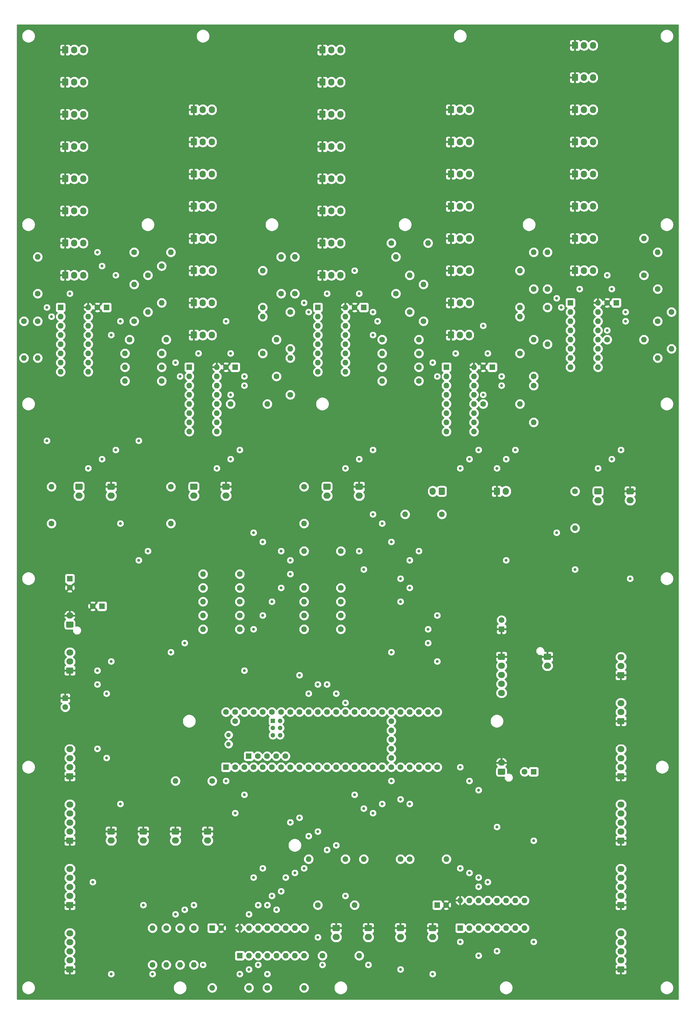
<source format=gbr>
%TF.GenerationSoftware,KiCad,Pcbnew,5.1.9*%
%TF.CreationDate,2021-03-20T19:28:51+01:00*%
%TF.ProjectId,mixer.pcb,6d697865-722e-4706-9362-2e6b69636164,0.2*%
%TF.SameCoordinates,Original*%
%TF.FileFunction,Copper,L2,Inr*%
%TF.FilePolarity,Positive*%
%FSLAX46Y46*%
G04 Gerber Fmt 4.6, Leading zero omitted, Abs format (unit mm)*
G04 Created by KiCad (PCBNEW 5.1.9) date 2021-03-20 19:28:51*
%MOMM*%
%LPD*%
G01*
G04 APERTURE LIST*
%TA.AperFunction,ComponentPad*%
%ADD10C,1.600000*%
%TD*%
%TA.AperFunction,ComponentPad*%
%ADD11R,1.600000X1.600000*%
%TD*%
%TA.AperFunction,ComponentPad*%
%ADD12R,1.300000X1.300000*%
%TD*%
%TA.AperFunction,ComponentPad*%
%ADD13C,1.300000*%
%TD*%
%TA.AperFunction,ComponentPad*%
%ADD14O,2.000000X1.700000*%
%TD*%
%TA.AperFunction,ComponentPad*%
%ADD15O,1.600000X1.600000*%
%TD*%
%TA.AperFunction,ComponentPad*%
%ADD16O,1.950000X1.700000*%
%TD*%
%TA.AperFunction,ComponentPad*%
%ADD17O,1.700000X1.950000*%
%TD*%
%TA.AperFunction,ComponentPad*%
%ADD18O,1.700000X2.000000*%
%TD*%
%TA.AperFunction,ViaPad*%
%ADD19C,0.800000*%
%TD*%
%TA.AperFunction,Conductor*%
%ADD20C,0.254000*%
%TD*%
%TA.AperFunction,Conductor*%
%ADD21C,0.100000*%
%TD*%
G04 APERTURE END LIST*
D10*
%TO.N,Net-(U5-Pad49)*%
%TO.C,U5*%
X73660000Y-205740000D03*
%TO.N,Net-(U5-Pad59)*%
X87579200Y-215389200D03*
%TO.N,Net-(U5-Pad58)*%
X85039200Y-215389200D03*
%TO.N,Net-(U5-Pad57)*%
X82499200Y-215389200D03*
%TO.N,Net-(U5-Pad56)*%
X79959200Y-215389200D03*
D11*
%TO.N,Net-(U5-Pad55)*%
X77419200Y-215389200D03*
D10*
%TO.N,Net-(U5-Pad48)*%
X71120000Y-203200000D03*
%TO.N,GND*%
X73660000Y-203200000D03*
%TO.N,Net-(3.3V_Test2-Pad1)*%
X76200000Y-203200000D03*
%TO.N,mux_master*%
X78740000Y-203200000D03*
%TO.N,mux_ch4*%
X81280000Y-203200000D03*
%TO.N,mux_ch3*%
X83820000Y-203200000D03*
%TO.N,mux_ch2*%
X86360000Y-203200000D03*
%TO.N,mux_ch1*%
X88900000Y-203200000D03*
%TO.N,vu_din*%
X91440000Y-203200000D03*
%TO.N,display_sda1*%
X93980000Y-203200000D03*
%TO.N,display_scl1*%
X96520000Y-203200000D03*
%TO.N,vu_cs*%
X99060000Y-203200000D03*
%TO.N,vu_clk*%
X101600000Y-203200000D03*
%TO.N,neopixel*%
X104140000Y-203200000D03*
D11*
%TO.N,GND*%
X71120000Y-218440000D03*
D10*
%TO.N,rEnc0_DT*%
X73660000Y-218440000D03*
%TO.N,rEnc0_clk*%
X76200000Y-218440000D03*
%TO.N,rEnc1_DT*%
X78740000Y-218440000D03*
%TO.N,rEnc1_clk*%
X81280000Y-218440000D03*
%TO.N,rEnc2_DT*%
X83820000Y-218440000D03*
%TO.N,rEnc2_clk*%
X86360000Y-218440000D03*
%TO.N,rEnc3_DT*%
X88900000Y-218440000D03*
%TO.N,rEnc3_clk*%
X91440000Y-218440000D03*
%TO.N,rEnc4_DT*%
X93980000Y-218440000D03*
%TO.N,rEnc4_clk*%
X96520000Y-218440000D03*
%TO.N,rEnc5_DT*%
X99060000Y-218440000D03*
%TO.N,rEnc5_clk*%
X101600000Y-218440000D03*
%TO.N,GND*%
X106680000Y-203200000D03*
%TO.N,Net-(R30-Pad2)*%
X109220000Y-203200000D03*
%TO.N,Net-(R31-Pad2)*%
X111760000Y-203200000D03*
%TO.N,Net-(R32-Pad2)*%
X114300000Y-203200000D03*
%TO.N,Net-(R33-Pad2)*%
X116840000Y-203200000D03*
%TO.N,pfl_btn_master*%
X119380000Y-203200000D03*
%TO.N,pfl_btn_ch4*%
X121920000Y-203200000D03*
%TO.N,pfl_btn_ch3*%
X124460000Y-203200000D03*
%TO.N,pfl_btn_ch2*%
X127000000Y-203200000D03*
%TO.N,pfl_btn_ch1*%
X129540000Y-203200000D03*
%TO.N,s2*%
X129540000Y-218440000D03*
%TO.N,s1*%
X127000000Y-218440000D03*
%TO.N,s0*%
X124460000Y-218440000D03*
%TO.N,pin29*%
X121920000Y-218440000D03*
%TO.N,mux_encBtn_fx*%
X104140000Y-218440000D03*
%TO.N,Net-(3.3V_Test1-Pad1)*%
X106680000Y-218440000D03*
%TO.N,display_scl2*%
X109220000Y-218440000D03*
%TO.N,pin28*%
X119380000Y-218440000D03*
%TO.N,mux_selBtn_fx*%
X116840000Y-218440000D03*
%TO.N,Net-(R18-Pad1)*%
X114300000Y-218440000D03*
%TO.N,display_sda2*%
X111760000Y-218440000D03*
D12*
%TO.N,Net-(U5-Pad60)*%
X84090000Y-205638400D03*
D13*
%TO.N,Net-(U5-Pad65)*%
X86090000Y-205638400D03*
%TO.N,Net-(U5-Pad61)*%
X84090000Y-207638400D03*
%TO.N,Net-(U5-Pad64)*%
X86090000Y-207638400D03*
%TO.N,Net-(U5-Pad63)*%
X86090000Y-209638400D03*
%TO.N,Net-(U5-Pad62)*%
X84090000Y-209638400D03*
D10*
%TO.N,Net-(U5-Pad50)*%
X116840000Y-215900000D03*
%TO.N,Net-(U5-Pad51)*%
X116840000Y-213360000D03*
%TO.N,Net-(U5-Pad52)*%
X116840000Y-210820000D03*
%TO.N,Net-(U5-Pad53)*%
X116840000Y-208280000D03*
%TO.N,Net-(U5-Pad54)*%
X116840000Y-205740000D03*
D13*
%TO.N,Net-(U5-Pad67)*%
X71850000Y-212090000D03*
%TO.N,Net-(U5-Pad66)*%
X71850000Y-209550000D03*
%TD*%
%TO.N,+3V3*%
%TO.C,pfl_btn_master1*%
%TA.AperFunction,ComponentPad*%
G36*
G01*
X182130000Y-141390000D02*
X183630000Y-141390000D01*
G75*
G02*
X183880000Y-141640000I0J-250000D01*
G01*
X183880000Y-142840000D01*
G75*
G02*
X183630000Y-143090000I-250000J0D01*
G01*
X182130000Y-143090000D01*
G75*
G02*
X181880000Y-142840000I0J250000D01*
G01*
X181880000Y-141640000D01*
G75*
G02*
X182130000Y-141390000I250000J0D01*
G01*
G37*
%TD.AperFunction*%
D14*
%TO.N,pfl_btn_master*%
X182880000Y-144740000D03*
%TD*%
D10*
%TO.N,Net-(MuxCh1_13-Pad2)*%
%TO.C,R26*%
X53340000Y-107950000D03*
D15*
%TO.N,GND*%
X43180000Y-107950000D03*
%TD*%
D10*
%TO.N,Net-(FX-BTNs1-Pad14)*%
%TO.C,R2*%
X62230000Y-262890000D03*
D15*
%TO.N,GND*%
X62230000Y-273050000D03*
%TD*%
D10*
%TO.N,Net-(MuxCh1-Pad1)*%
%TO.C,R13*%
X15240000Y-95250000D03*
D15*
%TO.N,GND*%
X15240000Y-105410000D03*
%TD*%
%TO.N,+3V3*%
%TO.C,FX-BTNs1*%
X74930000Y-262890000D03*
%TO.N,GND*%
X92710000Y-270510000D03*
%TO.N,Net-(FX-BTNs1-Pad15)*%
X77470000Y-262890000D03*
%TO.N,GND*%
X90170000Y-270510000D03*
%TO.N,Net-(FX-BTNs1-Pad14)*%
X80010000Y-262890000D03*
%TO.N,GND*%
X87630000Y-270510000D03*
%TO.N,Net-(FX-BTNs1-Pad13)*%
X82550000Y-262890000D03*
%TO.N,Net-(FX-BTNs1-Pad5)*%
X85090000Y-270510000D03*
%TO.N,Net-(FX-BTNs1-Pad12)*%
X85090000Y-262890000D03*
%TO.N,Net-(FX-BTNs1-Pad4)*%
X82550000Y-270510000D03*
%TO.N,s0*%
X87630000Y-262890000D03*
%TO.N,mux_selBtn_fx*%
X80010000Y-270510000D03*
%TO.N,s1*%
X90170000Y-262890000D03*
%TO.N,Net-(FX-BTNs1-Pad2)*%
X77470000Y-270510000D03*
%TO.N,s2*%
X92710000Y-262890000D03*
D11*
%TO.N,Net-(FX-BTNs1-Pad1)*%
X74930000Y-270510000D03*
%TD*%
D16*
%TO.N,rEnc1_clk*%
%TO.C,fx1_enc2*%
X27940000Y-246540000D03*
%TO.N,rEnc1_DT*%
X27940000Y-249040000D03*
%TO.N,Net-(fx1_enc2-Pad3)*%
X27940000Y-251540000D03*
%TO.N,GND*%
X27940000Y-254040000D03*
%TO.N,+3V3*%
%TA.AperFunction,ComponentPad*%
G36*
G01*
X28665000Y-257390000D02*
X27215000Y-257390000D01*
G75*
G02*
X26965000Y-257140000I0J250000D01*
G01*
X26965000Y-255940000D01*
G75*
G02*
X27215000Y-255690000I250000J0D01*
G01*
X28665000Y-255690000D01*
G75*
G02*
X28915000Y-255940000I0J-250000D01*
G01*
X28915000Y-257140000D01*
G75*
G02*
X28665000Y-257390000I-250000J0D01*
G01*
G37*
%TD.AperFunction*%
%TD*%
D17*
%TO.N,GND*%
%TO.C,MuxCh1_4*%
X31670000Y-46990000D03*
%TO.N,Net-(MuxCh1-Pad12)*%
X29170000Y-46990000D03*
%TO.N,+3V3*%
%TA.AperFunction,ComponentPad*%
G36*
G01*
X25820000Y-47715000D02*
X25820000Y-46265000D01*
G75*
G02*
X26070000Y-46015000I250000J0D01*
G01*
X27270000Y-46015000D01*
G75*
G02*
X27520000Y-46265000I0J-250000D01*
G01*
X27520000Y-47715000D01*
G75*
G02*
X27270000Y-47965000I-250000J0D01*
G01*
X26070000Y-47965000D01*
G75*
G02*
X25820000Y-47715000I0J250000D01*
G01*
G37*
%TD.AperFunction*%
%TD*%
%TO.N,GND*%
%TO.C,MuxCh1_5*%
X31670000Y-55880000D03*
%TO.N,Net-(MuxCh1-Pad1)*%
X29170000Y-55880000D03*
%TO.N,+3V3*%
%TA.AperFunction,ComponentPad*%
G36*
G01*
X25820000Y-56605000D02*
X25820000Y-55155000D01*
G75*
G02*
X26070000Y-54905000I250000J0D01*
G01*
X27270000Y-54905000D01*
G75*
G02*
X27520000Y-55155000I0J-250000D01*
G01*
X27520000Y-56605000D01*
G75*
G02*
X27270000Y-56855000I-250000J0D01*
G01*
X26070000Y-56855000D01*
G75*
G02*
X25820000Y-56605000I0J250000D01*
G01*
G37*
%TD.AperFunction*%
%TD*%
%TO.N,+3V3*%
%TO.C,MuxCh1_2*%
%TA.AperFunction,ComponentPad*%
G36*
G01*
X25820000Y-29935000D02*
X25820000Y-28485000D01*
G75*
G02*
X26070000Y-28235000I250000J0D01*
G01*
X27270000Y-28235000D01*
G75*
G02*
X27520000Y-28485000I0J-250000D01*
G01*
X27520000Y-29935000D01*
G75*
G02*
X27270000Y-30185000I-250000J0D01*
G01*
X26070000Y-30185000D01*
G75*
G02*
X25820000Y-29935000I0J250000D01*
G01*
G37*
%TD.AperFunction*%
%TO.N,Net-(MuxCh1-Pad14)*%
X29170000Y-29210000D03*
%TO.N,GND*%
X31670000Y-29210000D03*
%TD*%
D11*
%TO.N,Net-(MuxCh1-Pad1)*%
%TO.C,MuxCh1*%
X25400000Y-91440000D03*
D15*
%TO.N,s2*%
X33020000Y-109220000D03*
%TO.N,Net-(MuxCh1-Pad2)*%
X25400000Y-93980000D03*
%TO.N,s1*%
X33020000Y-106680000D03*
%TO.N,mux_ch1*%
X25400000Y-96520000D03*
%TO.N,s0*%
X33020000Y-104140000D03*
%TO.N,Net-(MuxCh1-Pad4)*%
X25400000Y-99060000D03*
%TO.N,Net-(MuxCh1-Pad12)*%
X33020000Y-101600000D03*
%TO.N,Net-(MuxCh1-Pad5)*%
X25400000Y-101600000D03*
%TO.N,Net-(MuxCh1-Pad13)*%
X33020000Y-99060000D03*
%TO.N,GND*%
X25400000Y-104140000D03*
%TO.N,Net-(MuxCh1-Pad14)*%
X33020000Y-96520000D03*
%TO.N,GND*%
X25400000Y-106680000D03*
%TO.N,Net-(MuxCh1-Pad15)*%
X33020000Y-93980000D03*
%TO.N,GND*%
X25400000Y-109220000D03*
%TO.N,+3V3*%
X33020000Y-91440000D03*
%TD*%
D17*
%TO.N,GND*%
%TO.C,MuxCh1_3*%
X31670000Y-38100000D03*
%TO.N,Net-(MuxCh1-Pad15)*%
X29170000Y-38100000D03*
%TO.N,+3V3*%
%TA.AperFunction,ComponentPad*%
G36*
G01*
X25820000Y-38825000D02*
X25820000Y-37375000D01*
G75*
G02*
X26070000Y-37125000I250000J0D01*
G01*
X27270000Y-37125000D01*
G75*
G02*
X27520000Y-37375000I0J-250000D01*
G01*
X27520000Y-38825000D01*
G75*
G02*
X27270000Y-39075000I-250000J0D01*
G01*
X26070000Y-39075000D01*
G75*
G02*
X25820000Y-38825000I0J250000D01*
G01*
G37*
%TD.AperFunction*%
%TD*%
%TO.N,+3V3*%
%TO.C,MuxCh1_6*%
%TA.AperFunction,ComponentPad*%
G36*
G01*
X25820000Y-65495000D02*
X25820000Y-64045000D01*
G75*
G02*
X26070000Y-63795000I250000J0D01*
G01*
X27270000Y-63795000D01*
G75*
G02*
X27520000Y-64045000I0J-250000D01*
G01*
X27520000Y-65495000D01*
G75*
G02*
X27270000Y-65745000I-250000J0D01*
G01*
X26070000Y-65745000D01*
G75*
G02*
X25820000Y-65495000I0J250000D01*
G01*
G37*
%TD.AperFunction*%
%TO.N,Net-(MuxCh1-Pad5)*%
X29170000Y-64770000D03*
%TO.N,GND*%
X31670000Y-64770000D03*
%TD*%
%TO.N,+3V3*%
%TO.C,MuxCh1_7*%
%TA.AperFunction,ComponentPad*%
G36*
G01*
X25820000Y-74385000D02*
X25820000Y-72935000D01*
G75*
G02*
X26070000Y-72685000I250000J0D01*
G01*
X27270000Y-72685000D01*
G75*
G02*
X27520000Y-72935000I0J-250000D01*
G01*
X27520000Y-74385000D01*
G75*
G02*
X27270000Y-74635000I-250000J0D01*
G01*
X26070000Y-74635000D01*
G75*
G02*
X25820000Y-74385000I0J250000D01*
G01*
G37*
%TD.AperFunction*%
%TO.N,Net-(MuxCh1-Pad2)*%
X29170000Y-73660000D03*
%TO.N,GND*%
X31670000Y-73660000D03*
%TD*%
%TO.N,GND*%
%TO.C,MuxCh1_8*%
X31670000Y-82550000D03*
%TO.N,Net-(MuxCh1-Pad4)*%
X29170000Y-82550000D03*
%TO.N,+3V3*%
%TA.AperFunction,ComponentPad*%
G36*
G01*
X25820000Y-83275000D02*
X25820000Y-81825000D01*
G75*
G02*
X26070000Y-81575000I250000J0D01*
G01*
X27270000Y-81575000D01*
G75*
G02*
X27520000Y-81825000I0J-250000D01*
G01*
X27520000Y-83275000D01*
G75*
G02*
X27270000Y-83525000I-250000J0D01*
G01*
X26070000Y-83525000D01*
G75*
G02*
X25820000Y-83275000I0J250000D01*
G01*
G37*
%TD.AperFunction*%
%TD*%
%TO.N,GND*%
%TO.C,MuxCh1_1*%
X31670000Y-20320000D03*
%TO.N,Net-(MuxCh1-Pad13)*%
X29170000Y-20320000D03*
%TO.N,+3V3*%
%TA.AperFunction,ComponentPad*%
G36*
G01*
X25820000Y-21045000D02*
X25820000Y-19595000D01*
G75*
G02*
X26070000Y-19345000I250000J0D01*
G01*
X27270000Y-19345000D01*
G75*
G02*
X27520000Y-19595000I0J-250000D01*
G01*
X27520000Y-21045000D01*
G75*
G02*
X27270000Y-21295000I-250000J0D01*
G01*
X26070000Y-21295000D01*
G75*
G02*
X25820000Y-21045000I0J250000D01*
G01*
G37*
%TD.AperFunction*%
%TD*%
%TO.N,+3V3*%
%TO.C,NeoPixel1*%
%TA.AperFunction,ComponentPad*%
G36*
G01*
X28665000Y-192620000D02*
X27215000Y-192620000D01*
G75*
G02*
X26965000Y-192370000I0J250000D01*
G01*
X26965000Y-191170000D01*
G75*
G02*
X27215000Y-190920000I250000J0D01*
G01*
X28665000Y-190920000D01*
G75*
G02*
X28915000Y-191170000I0J-250000D01*
G01*
X28915000Y-192370000D01*
G75*
G02*
X28665000Y-192620000I-250000J0D01*
G01*
G37*
%TD.AperFunction*%
D16*
%TO.N,neopixel*%
X27940000Y-189270000D03*
%TO.N,GND*%
X27940000Y-186770000D03*
%TD*%
%TO.N,vu_clk*%
%TO.C,vu_matrix*%
X147320000Y-197960000D03*
%TO.N,vu_cs*%
X147320000Y-195460000D03*
%TO.N,vu_din*%
X147320000Y-192960000D03*
%TO.N,GND*%
X147320000Y-190460000D03*
%TO.N,+3V3*%
%TA.AperFunction,ComponentPad*%
G36*
G01*
X146595000Y-187110000D02*
X148045000Y-187110000D01*
G75*
G02*
X148295000Y-187360000I0J-250000D01*
G01*
X148295000Y-188560000D01*
G75*
G02*
X148045000Y-188810000I-250000J0D01*
G01*
X146595000Y-188810000D01*
G75*
G02*
X146345000Y-188560000I0J250000D01*
G01*
X146345000Y-187360000D01*
G75*
G02*
X146595000Y-187110000I250000J0D01*
G01*
G37*
%TD.AperFunction*%
%TD*%
%TO.N,+3V3*%
%TO.C,display_1*%
%TA.AperFunction,ComponentPad*%
G36*
G01*
X28665000Y-221830000D02*
X27215000Y-221830000D01*
G75*
G02*
X26965000Y-221580000I0J250000D01*
G01*
X26965000Y-220380000D01*
G75*
G02*
X27215000Y-220130000I250000J0D01*
G01*
X28665000Y-220130000D01*
G75*
G02*
X28915000Y-220380000I0J-250000D01*
G01*
X28915000Y-221580000D01*
G75*
G02*
X28665000Y-221830000I-250000J0D01*
G01*
G37*
%TD.AperFunction*%
%TO.N,GND*%
X27940000Y-218480000D03*
%TO.N,display_sda1*%
X27940000Y-215980000D03*
%TO.N,display_scl1*%
X27940000Y-213480000D03*
%TD*%
%TO.N,display_scl2*%
%TO.C,display_2*%
X180340000Y-213480000D03*
%TO.N,display_sda2*%
X180340000Y-215980000D03*
%TO.N,GND*%
X180340000Y-218480000D03*
%TO.N,+3V3*%
%TA.AperFunction,ComponentPad*%
G36*
G01*
X181065000Y-221830000D02*
X179615000Y-221830000D01*
G75*
G02*
X179365000Y-221580000I0J250000D01*
G01*
X179365000Y-220380000D01*
G75*
G02*
X179615000Y-220130000I250000J0D01*
G01*
X181065000Y-220130000D01*
G75*
G02*
X181315000Y-220380000I0J-250000D01*
G01*
X181315000Y-221580000D01*
G75*
G02*
X181065000Y-221830000I-250000J0D01*
G01*
G37*
%TD.AperFunction*%
%TD*%
%TO.N,+3V3*%
%TO.C,fx1_btn1*%
%TA.AperFunction,ComponentPad*%
G36*
G01*
X100850000Y-262040000D02*
X102350000Y-262040000D01*
G75*
G02*
X102600000Y-262290000I0J-250000D01*
G01*
X102600000Y-263490000D01*
G75*
G02*
X102350000Y-263740000I-250000J0D01*
G01*
X100850000Y-263740000D01*
G75*
G02*
X100600000Y-263490000I0J250000D01*
G01*
X100600000Y-262290000D01*
G75*
G02*
X100850000Y-262040000I250000J0D01*
G01*
G37*
%TD.AperFunction*%
D14*
%TO.N,Net-(FX-BTNs1-Pad13)*%
X101600000Y-265390000D03*
%TD*%
%TO.N,Net-(FX-BTNs1-Pad14)*%
%TO.C,fx1_btn2*%
X48260000Y-238720000D03*
%TO.N,+3V3*%
%TA.AperFunction,ComponentPad*%
G36*
G01*
X47510000Y-235370000D02*
X49010000Y-235370000D01*
G75*
G02*
X49260000Y-235620000I0J-250000D01*
G01*
X49260000Y-236820000D01*
G75*
G02*
X49010000Y-237070000I-250000J0D01*
G01*
X47510000Y-237070000D01*
G75*
G02*
X47260000Y-236820000I0J250000D01*
G01*
X47260000Y-235620000D01*
G75*
G02*
X47510000Y-235370000I250000J0D01*
G01*
G37*
%TD.AperFunction*%
%TD*%
%TO.N,Net-(FX-BTNs1-Pad15)*%
%TO.C,fx1_btn3*%
X57150000Y-238720000D03*
%TO.N,+3V3*%
%TA.AperFunction,ComponentPad*%
G36*
G01*
X56400000Y-235370000D02*
X57900000Y-235370000D01*
G75*
G02*
X58150000Y-235620000I0J-250000D01*
G01*
X58150000Y-236820000D01*
G75*
G02*
X57900000Y-237070000I-250000J0D01*
G01*
X56400000Y-237070000D01*
G75*
G02*
X56150000Y-236820000I0J250000D01*
G01*
X56150000Y-235620000D01*
G75*
G02*
X56400000Y-235370000I250000J0D01*
G01*
G37*
%TD.AperFunction*%
%TD*%
%TO.N,+3V3*%
%TO.C,fx1_btn4*%
%TA.AperFunction,ComponentPad*%
G36*
G01*
X65290000Y-235370000D02*
X66790000Y-235370000D01*
G75*
G02*
X67040000Y-235620000I0J-250000D01*
G01*
X67040000Y-236820000D01*
G75*
G02*
X66790000Y-237070000I-250000J0D01*
G01*
X65290000Y-237070000D01*
G75*
G02*
X65040000Y-236820000I0J250000D01*
G01*
X65040000Y-235620000D01*
G75*
G02*
X65290000Y-235370000I250000J0D01*
G01*
G37*
%TD.AperFunction*%
%TO.N,Net-(FX-BTNs1-Pad12)*%
X66040000Y-238720000D03*
%TD*%
D16*
%TO.N,rEnc0_clk*%
%TO.C,fx1_enc1*%
X27940000Y-228760000D03*
%TO.N,rEnc0_DT*%
X27940000Y-231260000D03*
%TO.N,Net-(fx1_enc1-Pad3)*%
X27940000Y-233760000D03*
%TO.N,GND*%
X27940000Y-236260000D03*
%TO.N,+3V3*%
%TA.AperFunction,ComponentPad*%
G36*
G01*
X28665000Y-239610000D02*
X27215000Y-239610000D01*
G75*
G02*
X26965000Y-239360000I0J250000D01*
G01*
X26965000Y-238160000D01*
G75*
G02*
X27215000Y-237910000I250000J0D01*
G01*
X28665000Y-237910000D01*
G75*
G02*
X28915000Y-238160000I0J-250000D01*
G01*
X28915000Y-239360000D01*
G75*
G02*
X28665000Y-239610000I-250000J0D01*
G01*
G37*
%TD.AperFunction*%
%TD*%
%TO.N,rEnc2_clk*%
%TO.C,fx1_enc3*%
X27940000Y-264320000D03*
%TO.N,rEnc2_DT*%
X27940000Y-266820000D03*
%TO.N,Net-(fx1_enc3-Pad3)*%
X27940000Y-269320000D03*
%TO.N,GND*%
X27940000Y-271820000D03*
%TO.N,+3V3*%
%TA.AperFunction,ComponentPad*%
G36*
G01*
X28665000Y-275170000D02*
X27215000Y-275170000D01*
G75*
G02*
X26965000Y-274920000I0J250000D01*
G01*
X26965000Y-273720000D01*
G75*
G02*
X27215000Y-273470000I250000J0D01*
G01*
X28665000Y-273470000D01*
G75*
G02*
X28915000Y-273720000I0J-250000D01*
G01*
X28915000Y-274920000D01*
G75*
G02*
X28665000Y-275170000I-250000J0D01*
G01*
G37*
%TD.AperFunction*%
%TD*%
D14*
%TO.N,Net-(FX-BTNs1-Pad1)*%
%TO.C,fx2_btn1*%
X39370000Y-238720000D03*
%TO.N,+3V3*%
%TA.AperFunction,ComponentPad*%
G36*
G01*
X38620000Y-235370000D02*
X40120000Y-235370000D01*
G75*
G02*
X40370000Y-235620000I0J-250000D01*
G01*
X40370000Y-236820000D01*
G75*
G02*
X40120000Y-237070000I-250000J0D01*
G01*
X38620000Y-237070000D01*
G75*
G02*
X38370000Y-236820000I0J250000D01*
G01*
X38370000Y-235620000D01*
G75*
G02*
X38620000Y-235370000I250000J0D01*
G01*
G37*
%TD.AperFunction*%
%TD*%
%TO.N,+3V3*%
%TO.C,fx2_btn2*%
%TA.AperFunction,ComponentPad*%
G36*
G01*
X109740000Y-262040000D02*
X111240000Y-262040000D01*
G75*
G02*
X111490000Y-262290000I0J-250000D01*
G01*
X111490000Y-263490000D01*
G75*
G02*
X111240000Y-263740000I-250000J0D01*
G01*
X109740000Y-263740000D01*
G75*
G02*
X109490000Y-263490000I0J250000D01*
G01*
X109490000Y-262290000D01*
G75*
G02*
X109740000Y-262040000I250000J0D01*
G01*
G37*
%TD.AperFunction*%
%TO.N,Net-(FX-BTNs1-Pad5)*%
X110490000Y-265390000D03*
%TD*%
%TO.N,Net-(FX-BTNs1-Pad2)*%
%TO.C,fx2_btn3*%
X119380000Y-265390000D03*
%TO.N,+3V3*%
%TA.AperFunction,ComponentPad*%
G36*
G01*
X118630000Y-262040000D02*
X120130000Y-262040000D01*
G75*
G02*
X120380000Y-262290000I0J-250000D01*
G01*
X120380000Y-263490000D01*
G75*
G02*
X120130000Y-263740000I-250000J0D01*
G01*
X118630000Y-263740000D01*
G75*
G02*
X118380000Y-263490000I0J250000D01*
G01*
X118380000Y-262290000D01*
G75*
G02*
X118630000Y-262040000I250000J0D01*
G01*
G37*
%TD.AperFunction*%
%TD*%
%TO.N,+3V3*%
%TO.C,fx2_btn4*%
%TA.AperFunction,ComponentPad*%
G36*
G01*
X127520000Y-262040000D02*
X129020000Y-262040000D01*
G75*
G02*
X129270000Y-262290000I0J-250000D01*
G01*
X129270000Y-263490000D01*
G75*
G02*
X129020000Y-263740000I-250000J0D01*
G01*
X127520000Y-263740000D01*
G75*
G02*
X127270000Y-263490000I0J250000D01*
G01*
X127270000Y-262290000D01*
G75*
G02*
X127520000Y-262040000I250000J0D01*
G01*
G37*
%TD.AperFunction*%
%TO.N,Net-(FX-BTNs1-Pad4)*%
X128270000Y-265390000D03*
%TD*%
%TO.N,+3V3*%
%TO.C,fx2_enc1*%
%TA.AperFunction,ComponentPad*%
G36*
G01*
X181065000Y-239610000D02*
X179615000Y-239610000D01*
G75*
G02*
X179365000Y-239360000I0J250000D01*
G01*
X179365000Y-238160000D01*
G75*
G02*
X179615000Y-237910000I250000J0D01*
G01*
X181065000Y-237910000D01*
G75*
G02*
X181315000Y-238160000I0J-250000D01*
G01*
X181315000Y-239360000D01*
G75*
G02*
X181065000Y-239610000I-250000J0D01*
G01*
G37*
%TD.AperFunction*%
D16*
%TO.N,GND*%
X180340000Y-236260000D03*
%TO.N,Net-(fx2_enc1-Pad3)*%
X180340000Y-233760000D03*
%TO.N,rEnc3_DT*%
X180340000Y-231260000D03*
%TO.N,rEnc3_clk*%
X180340000Y-228760000D03*
%TD*%
%TO.N,rEnc4_clk*%
%TO.C,fx2_enc2*%
X180340000Y-246540000D03*
%TO.N,rEnc4_DT*%
X180340000Y-249040000D03*
%TO.N,Net-(fx2_enc2-Pad3)*%
X180340000Y-251540000D03*
%TO.N,GND*%
X180340000Y-254040000D03*
%TO.N,+3V3*%
%TA.AperFunction,ComponentPad*%
G36*
G01*
X181065000Y-257390000D02*
X179615000Y-257390000D01*
G75*
G02*
X179365000Y-257140000I0J250000D01*
G01*
X179365000Y-255940000D01*
G75*
G02*
X179615000Y-255690000I250000J0D01*
G01*
X181065000Y-255690000D01*
G75*
G02*
X181315000Y-255940000I0J-250000D01*
G01*
X181315000Y-257140000D01*
G75*
G02*
X181065000Y-257390000I-250000J0D01*
G01*
G37*
%TD.AperFunction*%
%TD*%
%TO.N,+3V3*%
%TO.C,fx2_enc3*%
%TA.AperFunction,ComponentPad*%
G36*
G01*
X181065000Y-275170000D02*
X179615000Y-275170000D01*
G75*
G02*
X179365000Y-274920000I0J250000D01*
G01*
X179365000Y-273720000D01*
G75*
G02*
X179615000Y-273470000I250000J0D01*
G01*
X181065000Y-273470000D01*
G75*
G02*
X181315000Y-273720000I0J-250000D01*
G01*
X181315000Y-274920000D01*
G75*
G02*
X181065000Y-275170000I-250000J0D01*
G01*
G37*
%TD.AperFunction*%
%TO.N,GND*%
X180340000Y-271820000D03*
%TO.N,Net-(fx2_enc3-Pad3)*%
X180340000Y-269320000D03*
%TO.N,rEnc5_DT*%
X180340000Y-266820000D03*
%TO.N,rEnc5_clk*%
X180340000Y-264320000D03*
%TD*%
D11*
%TO.N,Net-(fx2_enc2-Pad3)*%
%TO.C,fxEncBtns1*%
X135890000Y-262890000D03*
D15*
%TO.N,s2*%
X153670000Y-255270000D03*
%TO.N,Net-(fxEncBtns1-Pad2)*%
X138430000Y-262890000D03*
%TO.N,s1*%
X151130000Y-255270000D03*
%TO.N,mux_encBtn_fx*%
X140970000Y-262890000D03*
%TO.N,s0*%
X148590000Y-255270000D03*
%TO.N,Net-(fxEncBtns1-Pad4)*%
X143510000Y-262890000D03*
%TO.N,Net-(fx2_enc1-Pad3)*%
X146050000Y-255270000D03*
%TO.N,Net-(fx2_enc3-Pad3)*%
X146050000Y-262890000D03*
%TO.N,Net-(fx1_enc1-Pad3)*%
X143510000Y-255270000D03*
%TO.N,GND*%
X148590000Y-262890000D03*
%TO.N,Net-(fx1_enc2-Pad3)*%
X140970000Y-255270000D03*
%TO.N,GND*%
X151130000Y-262890000D03*
%TO.N,Net-(fx1_enc3-Pad3)*%
X138430000Y-255270000D03*
%TO.N,GND*%
X153670000Y-262890000D03*
%TO.N,+3V3*%
X135890000Y-255270000D03*
%TD*%
%TO.N,+3V3*%
%TO.C,pfl_btn_1*%
%TA.AperFunction,ComponentPad*%
G36*
G01*
X38620000Y-140120000D02*
X40120000Y-140120000D01*
G75*
G02*
X40370000Y-140370000I0J-250000D01*
G01*
X40370000Y-141570000D01*
G75*
G02*
X40120000Y-141820000I-250000J0D01*
G01*
X38620000Y-141820000D01*
G75*
G02*
X38370000Y-141570000I0J250000D01*
G01*
X38370000Y-140370000D01*
G75*
G02*
X38620000Y-140120000I250000J0D01*
G01*
G37*
%TD.AperFunction*%
D14*
%TO.N,pfl_btn_ch1*%
X39370000Y-143470000D03*
%TD*%
%TO.N,pfl_btn_ch2*%
%TO.C,pfl_btn_2*%
X71120000Y-143470000D03*
%TO.N,+3V3*%
%TA.AperFunction,ComponentPad*%
G36*
G01*
X70370000Y-140120000D02*
X71870000Y-140120000D01*
G75*
G02*
X72120000Y-140370000I0J-250000D01*
G01*
X72120000Y-141570000D01*
G75*
G02*
X71870000Y-141820000I-250000J0D01*
G01*
X70370000Y-141820000D01*
G75*
G02*
X70120000Y-141570000I0J250000D01*
G01*
X70120000Y-140370000D01*
G75*
G02*
X70370000Y-140120000I250000J0D01*
G01*
G37*
%TD.AperFunction*%
%TD*%
%TO.N,+3V3*%
%TO.C,pfl_btn_3*%
%TA.AperFunction,ComponentPad*%
G36*
G01*
X107200000Y-140120000D02*
X108700000Y-140120000D01*
G75*
G02*
X108950000Y-140370000I0J-250000D01*
G01*
X108950000Y-141570000D01*
G75*
G02*
X108700000Y-141820000I-250000J0D01*
G01*
X107200000Y-141820000D01*
G75*
G02*
X106950000Y-141570000I0J250000D01*
G01*
X106950000Y-140370000D01*
G75*
G02*
X107200000Y-140120000I250000J0D01*
G01*
G37*
%TD.AperFunction*%
%TO.N,pfl_btn_ch3*%
X107950000Y-143470000D03*
%TD*%
D18*
%TO.N,pfl_btn_ch4*%
%TO.C,pfl_btn_4*%
X148550000Y-142240000D03*
%TO.N,+3V3*%
%TA.AperFunction,ComponentPad*%
G36*
G01*
X145200000Y-142990000D02*
X145200000Y-141490000D01*
G75*
G02*
X145450000Y-141240000I250000J0D01*
G01*
X146650000Y-141240000D01*
G75*
G02*
X146900000Y-141490000I0J-250000D01*
G01*
X146900000Y-142990000D01*
G75*
G02*
X146650000Y-143240000I-250000J0D01*
G01*
X145450000Y-143240000D01*
G75*
G02*
X145200000Y-142990000I0J250000D01*
G01*
G37*
%TD.AperFunction*%
%TD*%
D14*
%TO.N,GND*%
%TO.C,pfl_led_1*%
X30480000Y-143470000D03*
%TO.N,pfl_led_ch1*%
%TA.AperFunction,ComponentPad*%
G36*
G01*
X29730000Y-140120000D02*
X31230000Y-140120000D01*
G75*
G02*
X31480000Y-140370000I0J-250000D01*
G01*
X31480000Y-141570000D01*
G75*
G02*
X31230000Y-141820000I-250000J0D01*
G01*
X29730000Y-141820000D01*
G75*
G02*
X29480000Y-141570000I0J250000D01*
G01*
X29480000Y-140370000D01*
G75*
G02*
X29730000Y-140120000I250000J0D01*
G01*
G37*
%TD.AperFunction*%
%TD*%
%TO.N,pfl_led_ch2*%
%TO.C,pfl_led_2*%
%TA.AperFunction,ComponentPad*%
G36*
G01*
X61480000Y-140120000D02*
X62980000Y-140120000D01*
G75*
G02*
X63230000Y-140370000I0J-250000D01*
G01*
X63230000Y-141570000D01*
G75*
G02*
X62980000Y-141820000I-250000J0D01*
G01*
X61480000Y-141820000D01*
G75*
G02*
X61230000Y-141570000I0J250000D01*
G01*
X61230000Y-140370000D01*
G75*
G02*
X61480000Y-140120000I250000J0D01*
G01*
G37*
%TD.AperFunction*%
%TO.N,GND*%
X62230000Y-143470000D03*
%TD*%
%TO.N,pfl_led_ch3*%
%TO.C,pfl_led_3*%
%TA.AperFunction,ComponentPad*%
G36*
G01*
X98310000Y-140120000D02*
X99810000Y-140120000D01*
G75*
G02*
X100060000Y-140370000I0J-250000D01*
G01*
X100060000Y-141570000D01*
G75*
G02*
X99810000Y-141820000I-250000J0D01*
G01*
X98310000Y-141820000D01*
G75*
G02*
X98060000Y-141570000I0J250000D01*
G01*
X98060000Y-140370000D01*
G75*
G02*
X98310000Y-140120000I250000J0D01*
G01*
G37*
%TD.AperFunction*%
%TO.N,GND*%
X99060000Y-143470000D03*
%TD*%
D18*
%TO.N,GND*%
%TO.C,pfl_led_4*%
X128310000Y-142240000D03*
%TO.N,pfl_led_ch4*%
%TA.AperFunction,ComponentPad*%
G36*
G01*
X131660000Y-141490000D02*
X131660000Y-142990000D01*
G75*
G02*
X131410000Y-143240000I-250000J0D01*
G01*
X130210000Y-143240000D01*
G75*
G02*
X129960000Y-142990000I0J250000D01*
G01*
X129960000Y-141490000D01*
G75*
G02*
X130210000Y-141240000I250000J0D01*
G01*
X131410000Y-141240000D01*
G75*
G02*
X131660000Y-141490000I0J-250000D01*
G01*
G37*
%TD.AperFunction*%
%TD*%
D14*
%TO.N,GND*%
%TO.C,pfl_led_master1*%
X173990000Y-144740000D03*
%TO.N,pfl_led_master*%
%TA.AperFunction,ComponentPad*%
G36*
G01*
X173240000Y-141390000D02*
X174740000Y-141390000D01*
G75*
G02*
X174990000Y-141640000I0J-250000D01*
G01*
X174990000Y-142840000D01*
G75*
G02*
X174740000Y-143090000I-250000J0D01*
G01*
X173240000Y-143090000D01*
G75*
G02*
X172990000Y-142840000I0J250000D01*
G01*
X172990000Y-141640000D01*
G75*
G02*
X173240000Y-141390000I250000J0D01*
G01*
G37*
%TD.AperFunction*%
%TD*%
D16*
%TO.N,GND*%
%TO.C,spare28*%
X180340000Y-188040000D03*
%TO.N,pin28*%
X180340000Y-190540000D03*
%TO.N,+3V3*%
%TA.AperFunction,ComponentPad*%
G36*
G01*
X181065000Y-193890000D02*
X179615000Y-193890000D01*
G75*
G02*
X179365000Y-193640000I0J250000D01*
G01*
X179365000Y-192440000D01*
G75*
G02*
X179615000Y-192190000I250000J0D01*
G01*
X181065000Y-192190000D01*
G75*
G02*
X181315000Y-192440000I0J-250000D01*
G01*
X181315000Y-193640000D01*
G75*
G02*
X181065000Y-193890000I-250000J0D01*
G01*
G37*
%TD.AperFunction*%
%TD*%
%TO.N,GND*%
%TO.C,spare29*%
X180340000Y-200740000D03*
%TO.N,pin29*%
X180340000Y-203240000D03*
%TO.N,+3V3*%
%TA.AperFunction,ComponentPad*%
G36*
G01*
X181065000Y-206590000D02*
X179615000Y-206590000D01*
G75*
G02*
X179365000Y-206340000I0J250000D01*
G01*
X179365000Y-205140000D01*
G75*
G02*
X179615000Y-204890000I250000J0D01*
G01*
X181065000Y-204890000D01*
G75*
G02*
X181315000Y-205140000I0J-250000D01*
G01*
X181315000Y-206340000D01*
G75*
G02*
X181065000Y-206590000I-250000J0D01*
G01*
G37*
%TD.AperFunction*%
%TD*%
D11*
%TO.N,+3V3*%
%TO.C,C1*%
X26670000Y-199390000D03*
D10*
%TO.N,GND*%
X26670000Y-201890000D03*
%TD*%
D15*
%TO.N,+3V3*%
%TO.C,MuxCh2*%
X68580000Y-107950000D03*
%TO.N,GND*%
X60960000Y-125730000D03*
%TO.N,Net-(MuxCh1_11-Pad2)*%
X68580000Y-110490000D03*
%TO.N,GND*%
X60960000Y-123190000D03*
%TO.N,Net-(MuxCh1_10-Pad2)*%
X68580000Y-113030000D03*
%TO.N,GND*%
X60960000Y-120650000D03*
%TO.N,Net-(MuxCh1_9-Pad2)*%
X68580000Y-115570000D03*
%TO.N,Net-(MuxCh1_14-Pad2)*%
X60960000Y-118110000D03*
%TO.N,Net-(MuxCh1_12-Pad2)*%
X68580000Y-118110000D03*
%TO.N,Net-(MuxCh1_16-Pad2)*%
X60960000Y-115570000D03*
%TO.N,s0*%
X68580000Y-120650000D03*
%TO.N,mux_ch2*%
X60960000Y-113030000D03*
%TO.N,s1*%
X68580000Y-123190000D03*
%TO.N,Net-(MuxCh1_15-Pad2)*%
X60960000Y-110490000D03*
%TO.N,s2*%
X68580000Y-125730000D03*
D11*
%TO.N,Net-(MuxCh1_13-Pad2)*%
X60960000Y-107950000D03*
%TD*%
D15*
%TO.N,+3V3*%
%TO.C,MuxCh3*%
X104140000Y-91440000D03*
%TO.N,GND*%
X96520000Y-109220000D03*
%TO.N,Net-(MuxCh1_19-Pad2)*%
X104140000Y-93980000D03*
%TO.N,GND*%
X96520000Y-106680000D03*
%TO.N,Net-(MuxCh1_18-Pad2)*%
X104140000Y-96520000D03*
%TO.N,GND*%
X96520000Y-104140000D03*
%TO.N,Net-(MuxCh1_17-Pad2)*%
X104140000Y-99060000D03*
%TO.N,Net-(MuxCh1_22-Pad2)*%
X96520000Y-101600000D03*
%TO.N,Net-(MuxCh1_20-Pad2)*%
X104140000Y-101600000D03*
%TO.N,Net-(MuxCh1_24-Pad2)*%
X96520000Y-99060000D03*
%TO.N,s0*%
X104140000Y-104140000D03*
%TO.N,mux_ch3*%
X96520000Y-96520000D03*
%TO.N,s1*%
X104140000Y-106680000D03*
%TO.N,Net-(MuxCh1_23-Pad2)*%
X96520000Y-93980000D03*
%TO.N,s2*%
X104140000Y-109220000D03*
D11*
%TO.N,Net-(MuxCh1_21-Pad2)*%
X96520000Y-91440000D03*
%TD*%
%TO.N,Net-(MuxCh1_29-Pad2)*%
%TO.C,MuxCh4*%
X132080000Y-107950000D03*
D15*
%TO.N,s2*%
X139700000Y-125730000D03*
%TO.N,Net-(MuxCh1_31-Pad2)*%
X132080000Y-110490000D03*
%TO.N,s1*%
X139700000Y-123190000D03*
%TO.N,mux_ch4*%
X132080000Y-113030000D03*
%TO.N,s0*%
X139700000Y-120650000D03*
%TO.N,Net-(MuxCh1_32-Pad2)*%
X132080000Y-115570000D03*
%TO.N,Net-(MuxCh1_28-Pad2)*%
X139700000Y-118110000D03*
%TO.N,Net-(MuxCh1_30-Pad2)*%
X132080000Y-118110000D03*
%TO.N,Net-(MuxCh1_25-Pad2)*%
X139700000Y-115570000D03*
%TO.N,GND*%
X132080000Y-120650000D03*
%TO.N,Net-(MuxCh1_26-Pad2)*%
X139700000Y-113030000D03*
%TO.N,GND*%
X132080000Y-123190000D03*
%TO.N,Net-(MuxCh1_27-Pad2)*%
X139700000Y-110490000D03*
%TO.N,GND*%
X132080000Y-125730000D03*
%TO.N,+3V3*%
X139700000Y-107950000D03*
%TD*%
D11*
%TO.N,Net-(MuxCh1_37-Pad2)*%
%TO.C,MuxCh5*%
X166370000Y-90170000D03*
D15*
%TO.N,s2*%
X173990000Y-107950000D03*
%TO.N,Net-(MuxCh1_39-Pad2)*%
X166370000Y-92710000D03*
%TO.N,s1*%
X173990000Y-105410000D03*
%TO.N,mux_master*%
X166370000Y-95250000D03*
%TO.N,s0*%
X173990000Y-102870000D03*
%TO.N,Net-(MuxCh1_40-Pad2)*%
X166370000Y-97790000D03*
%TO.N,Net-(MuxCh1_36-Pad2)*%
X173990000Y-100330000D03*
%TO.N,Net-(MuxCh1_38-Pad2)*%
X166370000Y-100330000D03*
%TO.N,Net-(MuxCh1_33-Pad2)*%
X173990000Y-97790000D03*
%TO.N,GND*%
X166370000Y-102870000D03*
%TO.N,Net-(MuxCh1_34-Pad2)*%
X173990000Y-95250000D03*
%TO.N,GND*%
X166370000Y-105410000D03*
%TO.N,Net-(MuxCh1_35-Pad2)*%
X173990000Y-92710000D03*
%TO.N,GND*%
X166370000Y-107950000D03*
%TO.N,+3V3*%
X173990000Y-90170000D03*
%TD*%
D17*
%TO.N,GND*%
%TO.C,MuxCh2_1*%
X67230000Y-36830000D03*
%TO.N,Net-(MuxCh1_9-Pad2)*%
X64730000Y-36830000D03*
%TO.N,+3V3*%
%TA.AperFunction,ComponentPad*%
G36*
G01*
X61380000Y-37555000D02*
X61380000Y-36105000D01*
G75*
G02*
X61630000Y-35855000I250000J0D01*
G01*
X62830000Y-35855000D01*
G75*
G02*
X63080000Y-36105000I0J-250000D01*
G01*
X63080000Y-37555000D01*
G75*
G02*
X62830000Y-37805000I-250000J0D01*
G01*
X61630000Y-37805000D01*
G75*
G02*
X61380000Y-37555000I0J250000D01*
G01*
G37*
%TD.AperFunction*%
%TD*%
%TO.N,GND*%
%TO.C,MuxCh2_2*%
X67230000Y-45720000D03*
%TO.N,Net-(MuxCh1_10-Pad2)*%
X64730000Y-45720000D03*
%TO.N,+3V3*%
%TA.AperFunction,ComponentPad*%
G36*
G01*
X61380000Y-46445000D02*
X61380000Y-44995000D01*
G75*
G02*
X61630000Y-44745000I250000J0D01*
G01*
X62830000Y-44745000D01*
G75*
G02*
X63080000Y-44995000I0J-250000D01*
G01*
X63080000Y-46445000D01*
G75*
G02*
X62830000Y-46695000I-250000J0D01*
G01*
X61630000Y-46695000D01*
G75*
G02*
X61380000Y-46445000I0J250000D01*
G01*
G37*
%TD.AperFunction*%
%TD*%
%TO.N,+3V3*%
%TO.C,MuxCh2_3*%
%TA.AperFunction,ComponentPad*%
G36*
G01*
X61380000Y-55335000D02*
X61380000Y-53885000D01*
G75*
G02*
X61630000Y-53635000I250000J0D01*
G01*
X62830000Y-53635000D01*
G75*
G02*
X63080000Y-53885000I0J-250000D01*
G01*
X63080000Y-55335000D01*
G75*
G02*
X62830000Y-55585000I-250000J0D01*
G01*
X61630000Y-55585000D01*
G75*
G02*
X61380000Y-55335000I0J250000D01*
G01*
G37*
%TD.AperFunction*%
%TO.N,Net-(MuxCh1_11-Pad2)*%
X64730000Y-54610000D03*
%TO.N,GND*%
X67230000Y-54610000D03*
%TD*%
%TO.N,+3V3*%
%TO.C,MuxCh2_4*%
%TA.AperFunction,ComponentPad*%
G36*
G01*
X61380000Y-64225000D02*
X61380000Y-62775000D01*
G75*
G02*
X61630000Y-62525000I250000J0D01*
G01*
X62830000Y-62525000D01*
G75*
G02*
X63080000Y-62775000I0J-250000D01*
G01*
X63080000Y-64225000D01*
G75*
G02*
X62830000Y-64475000I-250000J0D01*
G01*
X61630000Y-64475000D01*
G75*
G02*
X61380000Y-64225000I0J250000D01*
G01*
G37*
%TD.AperFunction*%
%TO.N,Net-(MuxCh1_12-Pad2)*%
X64730000Y-63500000D03*
%TO.N,GND*%
X67230000Y-63500000D03*
%TD*%
%TO.N,+3V3*%
%TO.C,MuxCh2_5*%
%TA.AperFunction,ComponentPad*%
G36*
G01*
X61380000Y-73115000D02*
X61380000Y-71665000D01*
G75*
G02*
X61630000Y-71415000I250000J0D01*
G01*
X62830000Y-71415000D01*
G75*
G02*
X63080000Y-71665000I0J-250000D01*
G01*
X63080000Y-73115000D01*
G75*
G02*
X62830000Y-73365000I-250000J0D01*
G01*
X61630000Y-73365000D01*
G75*
G02*
X61380000Y-73115000I0J250000D01*
G01*
G37*
%TD.AperFunction*%
%TO.N,Net-(MuxCh1_13-Pad2)*%
X64730000Y-72390000D03*
%TO.N,GND*%
X67230000Y-72390000D03*
%TD*%
%TO.N,GND*%
%TO.C,MuxCh2_6*%
X67230000Y-81280000D03*
%TO.N,Net-(MuxCh1_14-Pad2)*%
X64730000Y-81280000D03*
%TO.N,+3V3*%
%TA.AperFunction,ComponentPad*%
G36*
G01*
X61380000Y-82005000D02*
X61380000Y-80555000D01*
G75*
G02*
X61630000Y-80305000I250000J0D01*
G01*
X62830000Y-80305000D01*
G75*
G02*
X63080000Y-80555000I0J-250000D01*
G01*
X63080000Y-82005000D01*
G75*
G02*
X62830000Y-82255000I-250000J0D01*
G01*
X61630000Y-82255000D01*
G75*
G02*
X61380000Y-82005000I0J250000D01*
G01*
G37*
%TD.AperFunction*%
%TD*%
%TO.N,GND*%
%TO.C,MuxCh2_7*%
X67230000Y-90170000D03*
%TO.N,Net-(MuxCh1_15-Pad2)*%
X64730000Y-90170000D03*
%TO.N,+3V3*%
%TA.AperFunction,ComponentPad*%
G36*
G01*
X61380000Y-90895000D02*
X61380000Y-89445000D01*
G75*
G02*
X61630000Y-89195000I250000J0D01*
G01*
X62830000Y-89195000D01*
G75*
G02*
X63080000Y-89445000I0J-250000D01*
G01*
X63080000Y-90895000D01*
G75*
G02*
X62830000Y-91145000I-250000J0D01*
G01*
X61630000Y-91145000D01*
G75*
G02*
X61380000Y-90895000I0J250000D01*
G01*
G37*
%TD.AperFunction*%
%TD*%
%TO.N,+3V3*%
%TO.C,MuxCh2_8*%
%TA.AperFunction,ComponentPad*%
G36*
G01*
X61380000Y-99785000D02*
X61380000Y-98335000D01*
G75*
G02*
X61630000Y-98085000I250000J0D01*
G01*
X62830000Y-98085000D01*
G75*
G02*
X63080000Y-98335000I0J-250000D01*
G01*
X63080000Y-99785000D01*
G75*
G02*
X62830000Y-100035000I-250000J0D01*
G01*
X61630000Y-100035000D01*
G75*
G02*
X61380000Y-99785000I0J250000D01*
G01*
G37*
%TD.AperFunction*%
%TO.N,Net-(MuxCh1_16-Pad2)*%
X64730000Y-99060000D03*
%TO.N,GND*%
X67230000Y-99060000D03*
%TD*%
%TO.N,+3V3*%
%TO.C,MuxCh3_1*%
%TA.AperFunction,ComponentPad*%
G36*
G01*
X96940000Y-21045000D02*
X96940000Y-19595000D01*
G75*
G02*
X97190000Y-19345000I250000J0D01*
G01*
X98390000Y-19345000D01*
G75*
G02*
X98640000Y-19595000I0J-250000D01*
G01*
X98640000Y-21045000D01*
G75*
G02*
X98390000Y-21295000I-250000J0D01*
G01*
X97190000Y-21295000D01*
G75*
G02*
X96940000Y-21045000I0J250000D01*
G01*
G37*
%TD.AperFunction*%
%TO.N,Net-(MuxCh1_17-Pad2)*%
X100290000Y-20320000D03*
%TO.N,GND*%
X102790000Y-20320000D03*
%TD*%
%TO.N,GND*%
%TO.C,MuxCh3_2*%
X102790000Y-29210000D03*
%TO.N,Net-(MuxCh1_18-Pad2)*%
X100290000Y-29210000D03*
%TO.N,+3V3*%
%TA.AperFunction,ComponentPad*%
G36*
G01*
X96940000Y-29935000D02*
X96940000Y-28485000D01*
G75*
G02*
X97190000Y-28235000I250000J0D01*
G01*
X98390000Y-28235000D01*
G75*
G02*
X98640000Y-28485000I0J-250000D01*
G01*
X98640000Y-29935000D01*
G75*
G02*
X98390000Y-30185000I-250000J0D01*
G01*
X97190000Y-30185000D01*
G75*
G02*
X96940000Y-29935000I0J250000D01*
G01*
G37*
%TD.AperFunction*%
%TD*%
%TO.N,+3V3*%
%TO.C,MuxCh3_3*%
%TA.AperFunction,ComponentPad*%
G36*
G01*
X96940000Y-38825000D02*
X96940000Y-37375000D01*
G75*
G02*
X97190000Y-37125000I250000J0D01*
G01*
X98390000Y-37125000D01*
G75*
G02*
X98640000Y-37375000I0J-250000D01*
G01*
X98640000Y-38825000D01*
G75*
G02*
X98390000Y-39075000I-250000J0D01*
G01*
X97190000Y-39075000D01*
G75*
G02*
X96940000Y-38825000I0J250000D01*
G01*
G37*
%TD.AperFunction*%
%TO.N,Net-(MuxCh1_19-Pad2)*%
X100290000Y-38100000D03*
%TO.N,GND*%
X102790000Y-38100000D03*
%TD*%
%TO.N,+3V3*%
%TO.C,MuxCh3_4*%
%TA.AperFunction,ComponentPad*%
G36*
G01*
X96940000Y-47715000D02*
X96940000Y-46265000D01*
G75*
G02*
X97190000Y-46015000I250000J0D01*
G01*
X98390000Y-46015000D01*
G75*
G02*
X98640000Y-46265000I0J-250000D01*
G01*
X98640000Y-47715000D01*
G75*
G02*
X98390000Y-47965000I-250000J0D01*
G01*
X97190000Y-47965000D01*
G75*
G02*
X96940000Y-47715000I0J250000D01*
G01*
G37*
%TD.AperFunction*%
%TO.N,Net-(MuxCh1_20-Pad2)*%
X100290000Y-46990000D03*
%TO.N,GND*%
X102790000Y-46990000D03*
%TD*%
%TO.N,GND*%
%TO.C,MuxCh3_5*%
X102790000Y-55880000D03*
%TO.N,Net-(MuxCh1_21-Pad2)*%
X100290000Y-55880000D03*
%TO.N,+3V3*%
%TA.AperFunction,ComponentPad*%
G36*
G01*
X96940000Y-56605000D02*
X96940000Y-55155000D01*
G75*
G02*
X97190000Y-54905000I250000J0D01*
G01*
X98390000Y-54905000D01*
G75*
G02*
X98640000Y-55155000I0J-250000D01*
G01*
X98640000Y-56605000D01*
G75*
G02*
X98390000Y-56855000I-250000J0D01*
G01*
X97190000Y-56855000D01*
G75*
G02*
X96940000Y-56605000I0J250000D01*
G01*
G37*
%TD.AperFunction*%
%TD*%
%TO.N,+3V3*%
%TO.C,MuxCh3_6*%
%TA.AperFunction,ComponentPad*%
G36*
G01*
X96940000Y-65495000D02*
X96940000Y-64045000D01*
G75*
G02*
X97190000Y-63795000I250000J0D01*
G01*
X98390000Y-63795000D01*
G75*
G02*
X98640000Y-64045000I0J-250000D01*
G01*
X98640000Y-65495000D01*
G75*
G02*
X98390000Y-65745000I-250000J0D01*
G01*
X97190000Y-65745000D01*
G75*
G02*
X96940000Y-65495000I0J250000D01*
G01*
G37*
%TD.AperFunction*%
%TO.N,Net-(MuxCh1_22-Pad2)*%
X100290000Y-64770000D03*
%TO.N,GND*%
X102790000Y-64770000D03*
%TD*%
%TO.N,+3V3*%
%TO.C,MuxCh3_7*%
%TA.AperFunction,ComponentPad*%
G36*
G01*
X96940000Y-74385000D02*
X96940000Y-72935000D01*
G75*
G02*
X97190000Y-72685000I250000J0D01*
G01*
X98390000Y-72685000D01*
G75*
G02*
X98640000Y-72935000I0J-250000D01*
G01*
X98640000Y-74385000D01*
G75*
G02*
X98390000Y-74635000I-250000J0D01*
G01*
X97190000Y-74635000D01*
G75*
G02*
X96940000Y-74385000I0J250000D01*
G01*
G37*
%TD.AperFunction*%
%TO.N,Net-(MuxCh1_23-Pad2)*%
X100290000Y-73660000D03*
%TO.N,GND*%
X102790000Y-73660000D03*
%TD*%
%TO.N,GND*%
%TO.C,MuxCh3_8*%
X102790000Y-82550000D03*
%TO.N,Net-(MuxCh1_24-Pad2)*%
X100290000Y-82550000D03*
%TO.N,+3V3*%
%TA.AperFunction,ComponentPad*%
G36*
G01*
X96940000Y-83275000D02*
X96940000Y-81825000D01*
G75*
G02*
X97190000Y-81575000I250000J0D01*
G01*
X98390000Y-81575000D01*
G75*
G02*
X98640000Y-81825000I0J-250000D01*
G01*
X98640000Y-83275000D01*
G75*
G02*
X98390000Y-83525000I-250000J0D01*
G01*
X97190000Y-83525000D01*
G75*
G02*
X96940000Y-83275000I0J250000D01*
G01*
G37*
%TD.AperFunction*%
%TD*%
%TO.N,+3V3*%
%TO.C,MuxCh4_1*%
%TA.AperFunction,ComponentPad*%
G36*
G01*
X132500000Y-37555000D02*
X132500000Y-36105000D01*
G75*
G02*
X132750000Y-35855000I250000J0D01*
G01*
X133950000Y-35855000D01*
G75*
G02*
X134200000Y-36105000I0J-250000D01*
G01*
X134200000Y-37555000D01*
G75*
G02*
X133950000Y-37805000I-250000J0D01*
G01*
X132750000Y-37805000D01*
G75*
G02*
X132500000Y-37555000I0J250000D01*
G01*
G37*
%TD.AperFunction*%
%TO.N,Net-(MuxCh1_25-Pad2)*%
X135850000Y-36830000D03*
%TO.N,GND*%
X138350000Y-36830000D03*
%TD*%
%TO.N,GND*%
%TO.C,MuxCh4_2*%
X138350000Y-45720000D03*
%TO.N,Net-(MuxCh1_26-Pad2)*%
X135850000Y-45720000D03*
%TO.N,+3V3*%
%TA.AperFunction,ComponentPad*%
G36*
G01*
X132500000Y-46445000D02*
X132500000Y-44995000D01*
G75*
G02*
X132750000Y-44745000I250000J0D01*
G01*
X133950000Y-44745000D01*
G75*
G02*
X134200000Y-44995000I0J-250000D01*
G01*
X134200000Y-46445000D01*
G75*
G02*
X133950000Y-46695000I-250000J0D01*
G01*
X132750000Y-46695000D01*
G75*
G02*
X132500000Y-46445000I0J250000D01*
G01*
G37*
%TD.AperFunction*%
%TD*%
%TO.N,GND*%
%TO.C,MuxCh4_3*%
X138350000Y-54610000D03*
%TO.N,Net-(MuxCh1_27-Pad2)*%
X135850000Y-54610000D03*
%TO.N,+3V3*%
%TA.AperFunction,ComponentPad*%
G36*
G01*
X132500000Y-55335000D02*
X132500000Y-53885000D01*
G75*
G02*
X132750000Y-53635000I250000J0D01*
G01*
X133950000Y-53635000D01*
G75*
G02*
X134200000Y-53885000I0J-250000D01*
G01*
X134200000Y-55335000D01*
G75*
G02*
X133950000Y-55585000I-250000J0D01*
G01*
X132750000Y-55585000D01*
G75*
G02*
X132500000Y-55335000I0J250000D01*
G01*
G37*
%TD.AperFunction*%
%TD*%
%TO.N,+3V3*%
%TO.C,MuxCh4_4*%
%TA.AperFunction,ComponentPad*%
G36*
G01*
X132500000Y-64225000D02*
X132500000Y-62775000D01*
G75*
G02*
X132750000Y-62525000I250000J0D01*
G01*
X133950000Y-62525000D01*
G75*
G02*
X134200000Y-62775000I0J-250000D01*
G01*
X134200000Y-64225000D01*
G75*
G02*
X133950000Y-64475000I-250000J0D01*
G01*
X132750000Y-64475000D01*
G75*
G02*
X132500000Y-64225000I0J250000D01*
G01*
G37*
%TD.AperFunction*%
%TO.N,Net-(MuxCh1_28-Pad2)*%
X135850000Y-63500000D03*
%TO.N,GND*%
X138350000Y-63500000D03*
%TD*%
%TO.N,GND*%
%TO.C,MuxCh4_5*%
X138350000Y-72390000D03*
%TO.N,Net-(MuxCh1_29-Pad2)*%
X135850000Y-72390000D03*
%TO.N,+3V3*%
%TA.AperFunction,ComponentPad*%
G36*
G01*
X132500000Y-73115000D02*
X132500000Y-71665000D01*
G75*
G02*
X132750000Y-71415000I250000J0D01*
G01*
X133950000Y-71415000D01*
G75*
G02*
X134200000Y-71665000I0J-250000D01*
G01*
X134200000Y-73115000D01*
G75*
G02*
X133950000Y-73365000I-250000J0D01*
G01*
X132750000Y-73365000D01*
G75*
G02*
X132500000Y-73115000I0J250000D01*
G01*
G37*
%TD.AperFunction*%
%TD*%
%TO.N,+3V3*%
%TO.C,MuxCh4_6*%
%TA.AperFunction,ComponentPad*%
G36*
G01*
X132500000Y-82005000D02*
X132500000Y-80555000D01*
G75*
G02*
X132750000Y-80305000I250000J0D01*
G01*
X133950000Y-80305000D01*
G75*
G02*
X134200000Y-80555000I0J-250000D01*
G01*
X134200000Y-82005000D01*
G75*
G02*
X133950000Y-82255000I-250000J0D01*
G01*
X132750000Y-82255000D01*
G75*
G02*
X132500000Y-82005000I0J250000D01*
G01*
G37*
%TD.AperFunction*%
%TO.N,Net-(MuxCh1_30-Pad2)*%
X135850000Y-81280000D03*
%TO.N,GND*%
X138350000Y-81280000D03*
%TD*%
%TO.N,GND*%
%TO.C,MuxCh4_7*%
X138350000Y-90170000D03*
%TO.N,Net-(MuxCh1_31-Pad2)*%
X135850000Y-90170000D03*
%TO.N,+3V3*%
%TA.AperFunction,ComponentPad*%
G36*
G01*
X132500000Y-90895000D02*
X132500000Y-89445000D01*
G75*
G02*
X132750000Y-89195000I250000J0D01*
G01*
X133950000Y-89195000D01*
G75*
G02*
X134200000Y-89445000I0J-250000D01*
G01*
X134200000Y-90895000D01*
G75*
G02*
X133950000Y-91145000I-250000J0D01*
G01*
X132750000Y-91145000D01*
G75*
G02*
X132500000Y-90895000I0J250000D01*
G01*
G37*
%TD.AperFunction*%
%TD*%
%TO.N,GND*%
%TO.C,MuxCh4_8*%
X138350000Y-99060000D03*
%TO.N,Net-(MuxCh1_32-Pad2)*%
X135850000Y-99060000D03*
%TO.N,+3V3*%
%TA.AperFunction,ComponentPad*%
G36*
G01*
X132500000Y-99785000D02*
X132500000Y-98335000D01*
G75*
G02*
X132750000Y-98085000I250000J0D01*
G01*
X133950000Y-98085000D01*
G75*
G02*
X134200000Y-98335000I0J-250000D01*
G01*
X134200000Y-99785000D01*
G75*
G02*
X133950000Y-100035000I-250000J0D01*
G01*
X132750000Y-100035000D01*
G75*
G02*
X132500000Y-99785000I0J250000D01*
G01*
G37*
%TD.AperFunction*%
%TD*%
%TO.N,+3V3*%
%TO.C,MuxCh5_1*%
%TA.AperFunction,ComponentPad*%
G36*
G01*
X166790000Y-19775000D02*
X166790000Y-18325000D01*
G75*
G02*
X167040000Y-18075000I250000J0D01*
G01*
X168240000Y-18075000D01*
G75*
G02*
X168490000Y-18325000I0J-250000D01*
G01*
X168490000Y-19775000D01*
G75*
G02*
X168240000Y-20025000I-250000J0D01*
G01*
X167040000Y-20025000D01*
G75*
G02*
X166790000Y-19775000I0J250000D01*
G01*
G37*
%TD.AperFunction*%
%TO.N,Net-(MuxCh1_33-Pad2)*%
X170140000Y-19050000D03*
%TO.N,GND*%
X172640000Y-19050000D03*
%TD*%
%TO.N,GND*%
%TO.C,MuxCh5_2*%
X172640000Y-27940000D03*
%TO.N,Net-(MuxCh1_34-Pad2)*%
X170140000Y-27940000D03*
%TO.N,+3V3*%
%TA.AperFunction,ComponentPad*%
G36*
G01*
X166790000Y-28665000D02*
X166790000Y-27215000D01*
G75*
G02*
X167040000Y-26965000I250000J0D01*
G01*
X168240000Y-26965000D01*
G75*
G02*
X168490000Y-27215000I0J-250000D01*
G01*
X168490000Y-28665000D01*
G75*
G02*
X168240000Y-28915000I-250000J0D01*
G01*
X167040000Y-28915000D01*
G75*
G02*
X166790000Y-28665000I0J250000D01*
G01*
G37*
%TD.AperFunction*%
%TD*%
%TO.N,+3V3*%
%TO.C,MuxCh5_3*%
%TA.AperFunction,ComponentPad*%
G36*
G01*
X166790000Y-37555000D02*
X166790000Y-36105000D01*
G75*
G02*
X167040000Y-35855000I250000J0D01*
G01*
X168240000Y-35855000D01*
G75*
G02*
X168490000Y-36105000I0J-250000D01*
G01*
X168490000Y-37555000D01*
G75*
G02*
X168240000Y-37805000I-250000J0D01*
G01*
X167040000Y-37805000D01*
G75*
G02*
X166790000Y-37555000I0J250000D01*
G01*
G37*
%TD.AperFunction*%
%TO.N,Net-(MuxCh1_35-Pad2)*%
X170140000Y-36830000D03*
%TO.N,GND*%
X172640000Y-36830000D03*
%TD*%
%TO.N,+3V3*%
%TO.C,MuxCh5_4*%
%TA.AperFunction,ComponentPad*%
G36*
G01*
X166790000Y-46445000D02*
X166790000Y-44995000D01*
G75*
G02*
X167040000Y-44745000I250000J0D01*
G01*
X168240000Y-44745000D01*
G75*
G02*
X168490000Y-44995000I0J-250000D01*
G01*
X168490000Y-46445000D01*
G75*
G02*
X168240000Y-46695000I-250000J0D01*
G01*
X167040000Y-46695000D01*
G75*
G02*
X166790000Y-46445000I0J250000D01*
G01*
G37*
%TD.AperFunction*%
%TO.N,Net-(MuxCh1_36-Pad2)*%
X170140000Y-45720000D03*
%TO.N,GND*%
X172640000Y-45720000D03*
%TD*%
%TO.N,GND*%
%TO.C,MuxCh5_5*%
X172640000Y-54610000D03*
%TO.N,Net-(MuxCh1_37-Pad2)*%
X170140000Y-54610000D03*
%TO.N,+3V3*%
%TA.AperFunction,ComponentPad*%
G36*
G01*
X166790000Y-55335000D02*
X166790000Y-53885000D01*
G75*
G02*
X167040000Y-53635000I250000J0D01*
G01*
X168240000Y-53635000D01*
G75*
G02*
X168490000Y-53885000I0J-250000D01*
G01*
X168490000Y-55335000D01*
G75*
G02*
X168240000Y-55585000I-250000J0D01*
G01*
X167040000Y-55585000D01*
G75*
G02*
X166790000Y-55335000I0J250000D01*
G01*
G37*
%TD.AperFunction*%
%TD*%
%TO.N,+3V3*%
%TO.C,MuxCh5_6*%
%TA.AperFunction,ComponentPad*%
G36*
G01*
X166790000Y-64225000D02*
X166790000Y-62775000D01*
G75*
G02*
X167040000Y-62525000I250000J0D01*
G01*
X168240000Y-62525000D01*
G75*
G02*
X168490000Y-62775000I0J-250000D01*
G01*
X168490000Y-64225000D01*
G75*
G02*
X168240000Y-64475000I-250000J0D01*
G01*
X167040000Y-64475000D01*
G75*
G02*
X166790000Y-64225000I0J250000D01*
G01*
G37*
%TD.AperFunction*%
%TO.N,Net-(MuxCh1_38-Pad2)*%
X170140000Y-63500000D03*
%TO.N,GND*%
X172640000Y-63500000D03*
%TD*%
%TO.N,GND*%
%TO.C,MuxCh5_7*%
X172640000Y-72390000D03*
%TO.N,Net-(MuxCh1_39-Pad2)*%
X170140000Y-72390000D03*
%TO.N,+3V3*%
%TA.AperFunction,ComponentPad*%
G36*
G01*
X166790000Y-73115000D02*
X166790000Y-71665000D01*
G75*
G02*
X167040000Y-71415000I250000J0D01*
G01*
X168240000Y-71415000D01*
G75*
G02*
X168490000Y-71665000I0J-250000D01*
G01*
X168490000Y-73115000D01*
G75*
G02*
X168240000Y-73365000I-250000J0D01*
G01*
X167040000Y-73365000D01*
G75*
G02*
X166790000Y-73115000I0J250000D01*
G01*
G37*
%TD.AperFunction*%
%TD*%
%TO.N,GND*%
%TO.C,MuxCh5_8*%
X172640000Y-81280000D03*
%TO.N,Net-(MuxCh1_40-Pad2)*%
X170140000Y-81280000D03*
%TO.N,+3V3*%
%TA.AperFunction,ComponentPad*%
G36*
G01*
X166790000Y-82005000D02*
X166790000Y-80555000D01*
G75*
G02*
X167040000Y-80305000I250000J0D01*
G01*
X168240000Y-80305000D01*
G75*
G02*
X168490000Y-80555000I0J-250000D01*
G01*
X168490000Y-82005000D01*
G75*
G02*
X168240000Y-82255000I-250000J0D01*
G01*
X167040000Y-82255000D01*
G75*
G02*
X166790000Y-82005000I0J250000D01*
G01*
G37*
%TD.AperFunction*%
%TD*%
D15*
%TO.N,GND*%
%TO.C,R1*%
X106680000Y-256540000D03*
D10*
%TO.N,Net-(FX-BTNs1-Pad13)*%
X96520000Y-256540000D03*
%TD*%
D15*
%TO.N,GND*%
%TO.C,R3*%
X58420000Y-273050000D03*
D10*
%TO.N,Net-(FX-BTNs1-Pad15)*%
X58420000Y-262890000D03*
%TD*%
%TO.N,Net-(FX-BTNs1-Pad12)*%
%TO.C,R4*%
X54610000Y-262890000D03*
D15*
%TO.N,GND*%
X54610000Y-273050000D03*
%TD*%
%TO.N,GND*%
%TO.C,R5*%
X50800000Y-262890000D03*
D10*
%TO.N,Net-(FX-BTNs1-Pad1)*%
X50800000Y-273050000D03*
%TD*%
%TO.N,Net-(FX-BTNs1-Pad5)*%
%TO.C,R6*%
X97790000Y-270510000D03*
D15*
%TO.N,GND*%
X107950000Y-270510000D03*
%TD*%
%TO.N,GND*%
%TO.C,R7*%
X67310000Y-279400000D03*
D10*
%TO.N,Net-(FX-BTNs1-Pad2)*%
X77470000Y-279400000D03*
%TD*%
%TO.N,Net-(FX-BTNs1-Pad4)*%
%TO.C,R8*%
X82550000Y-279400000D03*
D15*
%TO.N,GND*%
X92710000Y-279400000D03*
%TD*%
D10*
%TO.N,Net-(MuxCh1-Pad13)*%
%TO.C,R9*%
X44450000Y-100330000D03*
D15*
%TO.N,GND*%
X54610000Y-100330000D03*
%TD*%
D10*
%TO.N,Net-(MuxCh1-Pad14)*%
%TO.C,R10*%
X45720000Y-95250000D03*
D15*
%TO.N,GND*%
X45720000Y-85090000D03*
%TD*%
D10*
%TO.N,Net-(MuxCh1-Pad15)*%
%TO.C,R11*%
X49530000Y-82550000D03*
D15*
%TO.N,GND*%
X49530000Y-92710000D03*
%TD*%
%TO.N,GND*%
%TO.C,R12*%
X53340000Y-90170000D03*
D10*
%TO.N,Net-(MuxCh1-Pad12)*%
X53340000Y-80010000D03*
%TD*%
D15*
%TO.N,GND*%
%TO.C,R14*%
X55880000Y-76200000D03*
D10*
%TO.N,Net-(MuxCh1-Pad5)*%
X45720000Y-76200000D03*
%TD*%
%TO.N,Net-(MuxCh1-Pad2)*%
%TO.C,R15*%
X19050000Y-95250000D03*
D15*
%TO.N,GND*%
X19050000Y-105410000D03*
%TD*%
%TO.N,GND*%
%TO.C,R16*%
X19050000Y-77470000D03*
D10*
%TO.N,Net-(MuxCh1-Pad4)*%
X19050000Y-87630000D03*
%TD*%
%TO.N,mux_encBtn_fx*%
%TO.C,R17*%
X104140000Y-243840000D03*
D15*
%TO.N,GND*%
X93980000Y-243840000D03*
%TD*%
D10*
%TO.N,Net-(R18-Pad1)*%
%TO.C,R18*%
X22860000Y-151130000D03*
D15*
%TO.N,pfl_led_ch1*%
X22860000Y-140970000D03*
%TD*%
%TO.N,GND*%
%TO.C,R19*%
X57150000Y-222250000D03*
D10*
%TO.N,mux_selBtn_fx*%
X67310000Y-222250000D03*
%TD*%
%TO.N,pin28*%
%TO.C,R20*%
X119380000Y-243840000D03*
D15*
%TO.N,GND*%
X109220000Y-243840000D03*
%TD*%
%TO.N,GND*%
%TO.C,R21*%
X132080000Y-243840000D03*
D10*
%TO.N,pin29*%
X121920000Y-243840000D03*
%TD*%
D15*
%TO.N,GND*%
%TO.C,R22*%
X82550000Y-118110000D03*
D10*
%TO.N,Net-(MuxCh1_9-Pad2)*%
X72390000Y-118110000D03*
%TD*%
%TO.N,Net-(MuxCh1_10-Pad2)*%
%TO.C,R23*%
X88900000Y-115570000D03*
D15*
%TO.N,GND*%
X88900000Y-105410000D03*
%TD*%
%TO.N,GND*%
%TO.C,R24*%
X85090000Y-100330000D03*
D10*
%TO.N,Net-(MuxCh1_11-Pad2)*%
X85090000Y-110490000D03*
%TD*%
D15*
%TO.N,GND*%
%TO.C,R25*%
X81280000Y-93980000D03*
D10*
%TO.N,Net-(MuxCh1_12-Pad2)*%
X81280000Y-104140000D03*
%TD*%
D15*
%TO.N,GND*%
%TO.C,R27*%
X81280000Y-81280000D03*
D10*
%TO.N,Net-(MuxCh1_14-Pad2)*%
X81280000Y-91440000D03*
%TD*%
%TO.N,Net-(MuxCh1_15-Pad2)*%
%TO.C,R28*%
X53340000Y-111760000D03*
D15*
%TO.N,GND*%
X43180000Y-111760000D03*
%TD*%
%TO.N,GND*%
%TO.C,R29*%
X43180000Y-104140000D03*
D10*
%TO.N,Net-(MuxCh1_16-Pad2)*%
X53340000Y-104140000D03*
%TD*%
D15*
%TO.N,Net-(R30-Pad2)*%
%TO.C,R30*%
X167640000Y-152400000D03*
D10*
%TO.N,pfl_led_master*%
X167640000Y-142240000D03*
%TD*%
%TO.N,pfl_led_ch4*%
%TO.C,R31*%
X130810000Y-148590000D03*
D15*
%TO.N,Net-(R31-Pad2)*%
X120650000Y-148590000D03*
%TD*%
D10*
%TO.N,pfl_led_ch3*%
%TO.C,R32*%
X92710000Y-140970000D03*
D15*
%TO.N,Net-(R32-Pad2)*%
X92710000Y-151130000D03*
%TD*%
D10*
%TO.N,pfl_led_ch2*%
%TO.C,R33*%
X55880000Y-140970000D03*
D15*
%TO.N,Net-(R33-Pad2)*%
X55880000Y-151130000D03*
%TD*%
%TO.N,GND*%
%TO.C,R34*%
X64770000Y-180340000D03*
D10*
%TO.N,mux_master*%
X74930000Y-180340000D03*
%TD*%
%TO.N,mux_ch4*%
%TO.C,R35*%
X74930000Y-176530000D03*
D15*
%TO.N,GND*%
X64770000Y-176530000D03*
%TD*%
D10*
%TO.N,mux_ch3*%
%TO.C,R36*%
X74930000Y-172720000D03*
D15*
%TO.N,GND*%
X64770000Y-172720000D03*
%TD*%
%TO.N,GND*%
%TO.C,R37*%
X64770000Y-168910000D03*
D10*
%TO.N,mux_ch2*%
X74930000Y-168910000D03*
%TD*%
D15*
%TO.N,GND*%
%TO.C,R38*%
X64770000Y-165100000D03*
D10*
%TO.N,mux_ch1*%
X74930000Y-165100000D03*
%TD*%
D15*
%TO.N,GND*%
%TO.C,R39*%
X92710000Y-172720000D03*
D10*
%TO.N,pfl_btn_master*%
X102870000Y-172720000D03*
%TD*%
%TO.N,pfl_btn_ch4*%
%TO.C,R40*%
X102870000Y-168910000D03*
D15*
%TO.N,GND*%
X92710000Y-168910000D03*
%TD*%
%TO.N,GND*%
%TO.C,R41*%
X92710000Y-158750000D03*
D10*
%TO.N,pfl_btn_ch3*%
X102870000Y-158750000D03*
%TD*%
%TO.N,pfl_btn_ch2*%
%TO.C,R42*%
X102870000Y-180340000D03*
D15*
%TO.N,GND*%
X92710000Y-180340000D03*
%TD*%
%TO.N,GND*%
%TO.C,R43*%
X92710000Y-176530000D03*
D10*
%TO.N,pfl_btn_ch1*%
X102870000Y-176530000D03*
%TD*%
%TO.N,Net-(MuxCh1_17-Pad2)*%
%TO.C,R44*%
X114300000Y-100330000D03*
D15*
%TO.N,GND*%
X124460000Y-100330000D03*
%TD*%
%TO.N,GND*%
%TO.C,R45*%
X125730000Y-85090000D03*
D10*
%TO.N,Net-(MuxCh1_18-Pad2)*%
X125730000Y-95250000D03*
%TD*%
%TO.N,Net-(MuxCh1_19-Pad2)*%
%TO.C,R46*%
X121920000Y-92710000D03*
D15*
%TO.N,GND*%
X121920000Y-82550000D03*
%TD*%
%TO.N,GND*%
%TO.C,R47*%
X118110000Y-77470000D03*
D10*
%TO.N,Net-(MuxCh1_20-Pad2)*%
X118110000Y-87630000D03*
%TD*%
D15*
%TO.N,GND*%
%TO.C,R48*%
X86360000Y-77470000D03*
D10*
%TO.N,Net-(MuxCh1_21-Pad2)*%
X86360000Y-87630000D03*
%TD*%
%TO.N,Net-(MuxCh1_22-Pad2)*%
%TO.C,R49*%
X116840000Y-73660000D03*
D15*
%TO.N,GND*%
X127000000Y-73660000D03*
%TD*%
D10*
%TO.N,Net-(MuxCh1_23-Pad2)*%
%TO.C,R50*%
X88900000Y-92710000D03*
D15*
%TO.N,GND*%
X88900000Y-102870000D03*
%TD*%
%TO.N,GND*%
%TO.C,R51*%
X90170000Y-77470000D03*
D10*
%TO.N,Net-(MuxCh1_24-Pad2)*%
X90170000Y-87630000D03*
%TD*%
D15*
%TO.N,GND*%
%TO.C,R52*%
X152400000Y-118110000D03*
D10*
%TO.N,Net-(MuxCh1_25-Pad2)*%
X142240000Y-118110000D03*
%TD*%
%TO.N,Net-(MuxCh1_26-Pad2)*%
%TO.C,R53*%
X156210000Y-113030000D03*
D15*
%TO.N,GND*%
X156210000Y-123190000D03*
%TD*%
D10*
%TO.N,Net-(MuxCh1_27-Pad2)*%
%TO.C,R54*%
X156210000Y-110490000D03*
D15*
%TO.N,GND*%
X156210000Y-100330000D03*
%TD*%
%TO.N,GND*%
%TO.C,R55*%
X152400000Y-93980000D03*
D10*
%TO.N,Net-(MuxCh1_28-Pad2)*%
X152400000Y-104140000D03*
%TD*%
%TO.N,Net-(MuxCh1_29-Pad2)*%
%TO.C,R56*%
X124460000Y-107950000D03*
D15*
%TO.N,GND*%
X114300000Y-107950000D03*
%TD*%
%TO.N,GND*%
%TO.C,R57*%
X152400000Y-81280000D03*
D10*
%TO.N,Net-(MuxCh1_30-Pad2)*%
X152400000Y-91440000D03*
%TD*%
D15*
%TO.N,GND*%
%TO.C,R58*%
X114300000Y-111760000D03*
D10*
%TO.N,Net-(MuxCh1_31-Pad2)*%
X124460000Y-111760000D03*
%TD*%
%TO.N,Net-(MuxCh1_32-Pad2)*%
%TO.C,R59*%
X124460000Y-104140000D03*
D15*
%TO.N,GND*%
X114300000Y-104140000D03*
%TD*%
D10*
%TO.N,Net-(MuxCh1_33-Pad2)*%
%TO.C,R60*%
X176530000Y-100330000D03*
D15*
%TO.N,GND*%
X186690000Y-100330000D03*
%TD*%
%TO.N,GND*%
%TO.C,R61*%
X190500000Y-105410000D03*
D10*
%TO.N,Net-(MuxCh1_34-Pad2)*%
X190500000Y-95250000D03*
%TD*%
%TO.N,Net-(MuxCh1_35-Pad2)*%
%TO.C,R62*%
X194310000Y-92710000D03*
D15*
%TO.N,GND*%
X194310000Y-102870000D03*
%TD*%
%TO.N,GND*%
%TO.C,R63*%
X190500000Y-76200000D03*
D10*
%TO.N,Net-(MuxCh1_36-Pad2)*%
X190500000Y-86360000D03*
%TD*%
%TO.N,Net-(MuxCh1_37-Pad2)*%
%TO.C,R64*%
X156210000Y-86360000D03*
D15*
%TO.N,GND*%
X156210000Y-76200000D03*
%TD*%
%TO.N,GND*%
%TO.C,R65*%
X186690000Y-72390000D03*
D10*
%TO.N,Net-(MuxCh1_38-Pad2)*%
X186690000Y-82550000D03*
%TD*%
%TO.N,Net-(MuxCh1_39-Pad2)*%
%TO.C,R66*%
X160020000Y-91440000D03*
D15*
%TO.N,GND*%
X160020000Y-101600000D03*
%TD*%
%TO.N,GND*%
%TO.C,R67*%
X160020000Y-76200000D03*
D10*
%TO.N,Net-(MuxCh1_40-Pad2)*%
X160020000Y-86360000D03*
%TD*%
%TO.N,GND*%
%TO.C,C2*%
X147320000Y-177840000D03*
D11*
%TO.N,+3V3*%
X147320000Y-180340000D03*
%TD*%
%TO.N,GND*%
%TO.C,C3*%
X156210000Y-219710000D03*
D10*
%TO.N,Net-(3.3V_Test1-Pad1)*%
X153710000Y-219710000D03*
%TD*%
D11*
%TO.N,GND*%
%TO.C,C4*%
X38100000Y-91440000D03*
D10*
%TO.N,+3V3*%
X35600000Y-91440000D03*
%TD*%
%TO.N,+3V3*%
%TO.C,C5*%
X34330000Y-173990000D03*
D11*
%TO.N,GND*%
X36830000Y-173990000D03*
%TD*%
D10*
%TO.N,+3V3*%
%TO.C,C6*%
X71160000Y-107950000D03*
D11*
%TO.N,GND*%
X73660000Y-107950000D03*
%TD*%
%TO.N,GND*%
%TO.C,C7*%
X27940000Y-166370000D03*
D10*
%TO.N,+3V3*%
X27940000Y-168870000D03*
%TD*%
D11*
%TO.N,GND*%
%TO.C,C8*%
X109220000Y-91440000D03*
D10*
%TO.N,+3V3*%
X106720000Y-91440000D03*
%TD*%
%TO.N,+3V3*%
%TO.C,C9*%
X142280000Y-107950000D03*
D11*
%TO.N,GND*%
X144780000Y-107950000D03*
%TD*%
%TO.N,GND*%
%TO.C,C10*%
X179070000Y-90170000D03*
D10*
%TO.N,+3V3*%
X176570000Y-90170000D03*
%TD*%
D14*
%TO.N,+3V3*%
%TO.C,3.3V_Test1*%
X147320000Y-217210000D03*
%TO.N,Net-(3.3V_Test1-Pad1)*%
%TA.AperFunction,ComponentPad*%
G36*
G01*
X148070000Y-220560000D02*
X146570000Y-220560000D01*
G75*
G02*
X146320000Y-220310000I0J250000D01*
G01*
X146320000Y-219110000D01*
G75*
G02*
X146570000Y-218860000I250000J0D01*
G01*
X148070000Y-218860000D01*
G75*
G02*
X148320000Y-219110000I0J-250000D01*
G01*
X148320000Y-220310000D01*
G75*
G02*
X148070000Y-220560000I-250000J0D01*
G01*
G37*
%TD.AperFunction*%
%TD*%
%TO.N,Net-(3.3V_Test2-Pad1)*%
%TO.C,3.3V_Test2*%
%TA.AperFunction,ComponentPad*%
G36*
G01*
X28690000Y-179920000D02*
X27190000Y-179920000D01*
G75*
G02*
X26940000Y-179670000I0J250000D01*
G01*
X26940000Y-178470000D01*
G75*
G02*
X27190000Y-178220000I250000J0D01*
G01*
X28690000Y-178220000D01*
G75*
G02*
X28940000Y-178470000I0J-250000D01*
G01*
X28940000Y-179670000D01*
G75*
G02*
X28690000Y-179920000I-250000J0D01*
G01*
G37*
%TD.AperFunction*%
%TO.N,+3V3*%
X27940000Y-176570000D03*
%TD*%
%TO.N,+3V3*%
%TO.C,3.3V_In*%
%TA.AperFunction,ComponentPad*%
G36*
G01*
X159270000Y-187110000D02*
X160770000Y-187110000D01*
G75*
G02*
X161020000Y-187360000I0J-250000D01*
G01*
X161020000Y-188560000D01*
G75*
G02*
X160770000Y-188810000I-250000J0D01*
G01*
X159270000Y-188810000D01*
G75*
G02*
X159020000Y-188560000I0J250000D01*
G01*
X159020000Y-187360000D01*
G75*
G02*
X159270000Y-187110000I250000J0D01*
G01*
G37*
%TD.AperFunction*%
%TO.N,GND*%
X160020000Y-190460000D03*
%TD*%
D11*
%TO.N,GND*%
%TO.C,C11*%
X67310000Y-262890000D03*
D10*
%TO.N,+3V3*%
X69810000Y-262890000D03*
%TD*%
%TO.N,+3V3*%
%TO.C,C12*%
X132040000Y-256540000D03*
D11*
%TO.N,GND*%
X129540000Y-256540000D03*
%TD*%
D19*
%TO.N,Net-(FX-BTNs1-Pad1)*%
X74930000Y-275590000D03*
X39370000Y-275590000D03*
X50800000Y-275590000D03*
%TO.N,s2*%
X146050000Y-135890000D03*
X135890000Y-135890000D03*
X104140000Y-135890000D03*
X68580000Y-135890000D03*
X33020000Y-135890000D03*
X135890000Y-246380000D03*
X135890000Y-218440000D03*
X92710000Y-246380000D03*
X173990000Y-135890000D03*
%TO.N,Net-(FX-BTNs1-Pad2)*%
X77470000Y-274320000D03*
X119380000Y-274320000D03*
%TO.N,s1*%
X138430000Y-133350000D03*
X148590000Y-133350000D03*
X107950000Y-133350000D03*
X72390000Y-133350000D03*
X36830000Y-133350000D03*
X138430000Y-247650000D03*
X138430000Y-222250000D03*
X90170000Y-247650000D03*
X177800000Y-133350000D03*
%TO.N,mux_selBtn_fx*%
X71120000Y-222250000D03*
X116840000Y-222250000D03*
X80010000Y-273050000D03*
X64770000Y-273050000D03*
%TO.N,s0*%
X151130000Y-130810000D03*
X140970000Y-130810000D03*
X111760000Y-130810000D03*
X74930000Y-130810000D03*
X40640000Y-130810000D03*
X140970000Y-248920000D03*
X140970000Y-224790000D03*
X87630000Y-248920000D03*
X180340000Y-130810000D03*
%TO.N,Net-(FX-BTNs1-Pad4)*%
X82550000Y-275590000D03*
X128270000Y-275590000D03*
%TO.N,Net-(FX-BTNs1-Pad12)*%
X85090000Y-257810000D03*
X59690000Y-257810000D03*
%TO.N,Net-(FX-BTNs1-Pad5)*%
X110490000Y-273050000D03*
X97790000Y-273050000D03*
%TO.N,Net-(FX-BTNs1-Pad13)*%
X82550000Y-256540000D03*
X96520000Y-265430000D03*
%TO.N,Net-(FX-BTNs1-Pad14)*%
X80010000Y-256540000D03*
X48260000Y-256540000D03*
X62230000Y-256540000D03*
%TO.N,Net-(FX-BTNs1-Pad15)*%
X77470000Y-259080000D03*
X57150000Y-259080000D03*
%TO.N,mux_encBtn_fx*%
X104140000Y-254000000D03*
X140970000Y-270510000D03*
%TO.N,vu_clk*%
X101600000Y-198120000D03*
%TO.N,vu_cs*%
X99060000Y-195580000D03*
%TO.N,vu_din*%
X91440000Y-193040000D03*
%TO.N,display_sda2*%
X111760000Y-231140000D03*
%TO.N,display_scl2*%
X109220000Y-229870000D03*
%TO.N,display_scl1*%
X35560000Y-213360000D03*
X35560000Y-195580000D03*
X96520000Y-195580000D03*
%TO.N,display_sda1*%
X93980000Y-198120000D03*
X38100000Y-198120000D03*
X38100000Y-215900000D03*
%TO.N,neopixel*%
X104140000Y-200660000D03*
%TO.N,pfl_btn_master*%
X182880000Y-166370000D03*
X119380000Y-166370000D03*
X119380000Y-172720000D03*
%TO.N,pfl_btn_ch4*%
X121920000Y-161290000D03*
X121920000Y-168910000D03*
X148590000Y-161290000D03*
%TO.N,pfl_btn_ch3*%
X107950000Y-158750000D03*
X124460000Y-158750000D03*
%TO.N,pfl_btn_ch2*%
X59690000Y-184150000D03*
X127000000Y-184150000D03*
X127000000Y-180340000D03*
%TO.N,pfl_btn_ch1*%
X129540000Y-189230000D03*
X39370000Y-189230000D03*
X129540000Y-176530000D03*
%TO.N,rEnc0_DT*%
X73660000Y-231140000D03*
%TO.N,rEnc0_clk*%
X76200000Y-226060000D03*
%TO.N,rEnc1_DT*%
X78740000Y-248920000D03*
%TO.N,rEnc1_clk*%
X81280000Y-246380000D03*
%TO.N,rEnc2_clk*%
X86360000Y-252730000D03*
%TO.N,rEnc2_DT*%
X83820000Y-254000000D03*
%TO.N,rEnc3_DT*%
X88900000Y-233680000D03*
%TO.N,rEnc3_clk*%
X91440000Y-232410000D03*
%TO.N,rEnc4_clk*%
X96520000Y-236220000D03*
%TO.N,rEnc4_DT*%
X93980000Y-237490000D03*
%TO.N,rEnc5_DT*%
X99060000Y-241300000D03*
%TO.N,rEnc5_clk*%
X101600000Y-240030000D03*
%TO.N,pin28*%
X119380000Y-227330000D03*
%TO.N,pin29*%
X121920000Y-228600000D03*
%TO.N,mux_ch1*%
X21590000Y-128270000D03*
X46990000Y-128270000D03*
X88900000Y-161290000D03*
X46990000Y-161290000D03*
X88900000Y-165100000D03*
%TO.N,mux_ch2*%
X86360000Y-158750000D03*
X49530000Y-158750000D03*
X86360000Y-168910000D03*
%TO.N,mux_ch3*%
X83820000Y-172720000D03*
%TO.N,mux_ch4*%
X81280000Y-156210000D03*
X81280000Y-176530000D03*
X116840000Y-156210000D03*
%TO.N,mux_master*%
X78740000Y-153670000D03*
X162560000Y-153670000D03*
X78740000Y-180340000D03*
%TO.N,Net-(fx1_enc1-Pad3)*%
X34290000Y-250190000D03*
X143510000Y-250190000D03*
%TO.N,Net-(fx1_enc2-Pad3)*%
X140970000Y-251460000D03*
%TO.N,Net-(fx2_enc1-Pad3)*%
X146050000Y-234950000D03*
%TO.N,Net-(fx2_enc2-Pad3)*%
X156210000Y-238760000D03*
X156210000Y-266700000D03*
X135890000Y-266700000D03*
%TO.N,Net-(fx2_enc3-Pad3)*%
X146050000Y-269240000D03*
%TO.N,Net-(MuxCh1-Pad1)*%
X21590000Y-91440000D03*
%TO.N,Net-(MuxCh1-Pad2)*%
X22860000Y-93980000D03*
X22860000Y-93980000D03*
%TO.N,Net-(MuxCh1-Pad4)*%
X27940000Y-87630000D03*
%TO.N,Net-(MuxCh1-Pad12)*%
X36830000Y-80010000D03*
%TO.N,Net-(MuxCh1-Pad5)*%
X35560000Y-76200000D03*
%TO.N,Net-(MuxCh1-Pad13)*%
X39370000Y-99060000D03*
%TO.N,Net-(MuxCh1-Pad14)*%
X41910000Y-95250000D03*
%TO.N,Net-(MuxCh1-Pad15)*%
X40640000Y-82550000D03*
%TO.N,Net-(MuxCh1_11-Pad2)*%
X76200000Y-110490000D03*
%TO.N,Net-(MuxCh1_10-Pad2)*%
X76200000Y-113030000D03*
%TO.N,Net-(MuxCh1_9-Pad2)*%
X72390000Y-115570000D03*
%TO.N,Net-(MuxCh1_14-Pad2)*%
X71120000Y-95250000D03*
%TO.N,Net-(MuxCh1_12-Pad2)*%
X72390000Y-104140000D03*
%TO.N,Net-(MuxCh1_16-Pad2)*%
X63500000Y-104140000D03*
%TO.N,Net-(MuxCh1_15-Pad2)*%
X58420000Y-110490000D03*
%TO.N,Net-(MuxCh1_13-Pad2)*%
X57150000Y-106680000D03*
%TO.N,Net-(MuxCh1_19-Pad2)*%
X111760000Y-92710000D03*
%TO.N,Net-(MuxCh1_18-Pad2)*%
X113030000Y-95250000D03*
%TO.N,Net-(MuxCh1_17-Pad2)*%
X111760000Y-99060000D03*
%TO.N,Net-(MuxCh1_22-Pad2)*%
X106680000Y-81280000D03*
%TO.N,Net-(MuxCh1_20-Pad2)*%
X107950000Y-87630000D03*
%TO.N,Net-(MuxCh1_24-Pad2)*%
X99060000Y-87630000D03*
%TO.N,Net-(MuxCh1_23-Pad2)*%
X93980000Y-92710000D03*
%TO.N,Net-(MuxCh1_21-Pad2)*%
X92710000Y-90170000D03*
%TO.N,Net-(MuxCh1_29-Pad2)*%
X128270000Y-106680000D03*
%TO.N,Net-(MuxCh1_31-Pad2)*%
X129540000Y-110490000D03*
%TO.N,Net-(MuxCh1_32-Pad2)*%
X134620000Y-104140000D03*
%TO.N,Net-(MuxCh1_28-Pad2)*%
X143510000Y-104140000D03*
%TO.N,Net-(MuxCh1_30-Pad2)*%
X142240000Y-96520000D03*
%TO.N,Net-(MuxCh1_25-Pad2)*%
X142240000Y-115570000D03*
%TO.N,Net-(MuxCh1_26-Pad2)*%
X147320000Y-113030000D03*
%TO.N,Net-(MuxCh1_27-Pad2)*%
X147320000Y-110490000D03*
%TO.N,Net-(MuxCh1_37-Pad2)*%
X162560000Y-88900000D03*
%TO.N,Net-(MuxCh1_39-Pad2)*%
X163830000Y-91440000D03*
%TO.N,Net-(MuxCh1_40-Pad2)*%
X168910000Y-86360000D03*
%TO.N,Net-(MuxCh1_36-Pad2)*%
X177800000Y-86360000D03*
%TO.N,Net-(MuxCh1_38-Pad2)*%
X176530000Y-82550000D03*
%TO.N,Net-(MuxCh1_33-Pad2)*%
X176530000Y-97790000D03*
%TO.N,Net-(MuxCh1_34-Pad2)*%
X181610000Y-95250000D03*
%TO.N,Net-(MuxCh1_35-Pad2)*%
X181610000Y-92710000D03*
%TO.N,Net-(R18-Pad1)*%
X41910000Y-228600000D03*
X114300000Y-228600000D03*
X41910000Y-151130000D03*
%TO.N,Net-(R30-Pad2)*%
X167640000Y-163830000D03*
X109220000Y-163830000D03*
%TO.N,Net-(R31-Pad2)*%
X111760000Y-148590000D03*
%TO.N,Net-(R32-Pad2)*%
X114300000Y-151130000D03*
%TO.N,Net-(R33-Pad2)*%
X55880000Y-186690000D03*
X116840000Y-186690000D03*
%TO.N,Net-(3.3V_Test1-Pad1)*%
X106680000Y-226060000D03*
%TO.N,Net-(3.3V_Test2-Pad1)*%
X76200000Y-191770000D03*
X35560000Y-191770000D03*
%TD*%
D20*
%TO.N,+3V3*%
X196190001Y-282550000D02*
X13360000Y-282550000D01*
X13360000Y-279214344D01*
X14625000Y-279214344D01*
X14625000Y-279585656D01*
X14697439Y-279949834D01*
X14839534Y-280292882D01*
X15045825Y-280601618D01*
X15308382Y-280864175D01*
X15617118Y-281070466D01*
X15960166Y-281212561D01*
X16324344Y-281285000D01*
X16695656Y-281285000D01*
X17059834Y-281212561D01*
X17402882Y-281070466D01*
X17711618Y-280864175D01*
X17974175Y-280601618D01*
X18180466Y-280292882D01*
X18322561Y-279949834D01*
X18395000Y-279585656D01*
X18395000Y-279214344D01*
X56535000Y-279214344D01*
X56535000Y-279585656D01*
X56607439Y-279949834D01*
X56749534Y-280292882D01*
X56955825Y-280601618D01*
X57218382Y-280864175D01*
X57527118Y-281070466D01*
X57870166Y-281212561D01*
X58234344Y-281285000D01*
X58605656Y-281285000D01*
X58969834Y-281212561D01*
X59312882Y-281070466D01*
X59621618Y-280864175D01*
X59884175Y-280601618D01*
X60090466Y-280292882D01*
X60232561Y-279949834D01*
X60305000Y-279585656D01*
X60305000Y-279258665D01*
X65875000Y-279258665D01*
X65875000Y-279541335D01*
X65930147Y-279818574D01*
X66038320Y-280079727D01*
X66195363Y-280314759D01*
X66395241Y-280514637D01*
X66630273Y-280671680D01*
X66891426Y-280779853D01*
X67168665Y-280835000D01*
X67451335Y-280835000D01*
X67728574Y-280779853D01*
X67989727Y-280671680D01*
X68224759Y-280514637D01*
X68424637Y-280314759D01*
X68581680Y-280079727D01*
X68689853Y-279818574D01*
X68745000Y-279541335D01*
X68745000Y-279258665D01*
X76035000Y-279258665D01*
X76035000Y-279541335D01*
X76090147Y-279818574D01*
X76198320Y-280079727D01*
X76355363Y-280314759D01*
X76555241Y-280514637D01*
X76790273Y-280671680D01*
X77051426Y-280779853D01*
X77328665Y-280835000D01*
X77611335Y-280835000D01*
X77888574Y-280779853D01*
X78149727Y-280671680D01*
X78384759Y-280514637D01*
X78584637Y-280314759D01*
X78741680Y-280079727D01*
X78849853Y-279818574D01*
X78905000Y-279541335D01*
X78905000Y-279258665D01*
X81115000Y-279258665D01*
X81115000Y-279541335D01*
X81170147Y-279818574D01*
X81278320Y-280079727D01*
X81435363Y-280314759D01*
X81635241Y-280514637D01*
X81870273Y-280671680D01*
X82131426Y-280779853D01*
X82408665Y-280835000D01*
X82691335Y-280835000D01*
X82968574Y-280779853D01*
X83229727Y-280671680D01*
X83464759Y-280514637D01*
X83664637Y-280314759D01*
X83821680Y-280079727D01*
X83929853Y-279818574D01*
X83985000Y-279541335D01*
X83985000Y-279258665D01*
X91275000Y-279258665D01*
X91275000Y-279541335D01*
X91330147Y-279818574D01*
X91438320Y-280079727D01*
X91595363Y-280314759D01*
X91795241Y-280514637D01*
X92030273Y-280671680D01*
X92291426Y-280779853D01*
X92568665Y-280835000D01*
X92851335Y-280835000D01*
X93128574Y-280779853D01*
X93389727Y-280671680D01*
X93624759Y-280514637D01*
X93824637Y-280314759D01*
X93981680Y-280079727D01*
X94089853Y-279818574D01*
X94145000Y-279541335D01*
X94145000Y-279258665D01*
X94136184Y-279214344D01*
X100985000Y-279214344D01*
X100985000Y-279585656D01*
X101057439Y-279949834D01*
X101199534Y-280292882D01*
X101405825Y-280601618D01*
X101668382Y-280864175D01*
X101977118Y-281070466D01*
X102320166Y-281212561D01*
X102684344Y-281285000D01*
X103055656Y-281285000D01*
X103419834Y-281212561D01*
X103762882Y-281070466D01*
X104071618Y-280864175D01*
X104334175Y-280601618D01*
X104540466Y-280292882D01*
X104682561Y-279949834D01*
X104755000Y-279585656D01*
X104755000Y-279214344D01*
X146705000Y-279214344D01*
X146705000Y-279585656D01*
X146777439Y-279949834D01*
X146919534Y-280292882D01*
X147125825Y-280601618D01*
X147388382Y-280864175D01*
X147697118Y-281070466D01*
X148040166Y-281212561D01*
X148404344Y-281285000D01*
X148775656Y-281285000D01*
X149139834Y-281212561D01*
X149482882Y-281070466D01*
X149791618Y-280864175D01*
X150054175Y-280601618D01*
X150260466Y-280292882D01*
X150402561Y-279949834D01*
X150475000Y-279585656D01*
X150475000Y-279214344D01*
X191155000Y-279214344D01*
X191155000Y-279585656D01*
X191227439Y-279949834D01*
X191369534Y-280292882D01*
X191575825Y-280601618D01*
X191838382Y-280864175D01*
X192147118Y-281070466D01*
X192490166Y-281212561D01*
X192854344Y-281285000D01*
X193225656Y-281285000D01*
X193589834Y-281212561D01*
X193932882Y-281070466D01*
X194241618Y-280864175D01*
X194504175Y-280601618D01*
X194710466Y-280292882D01*
X194852561Y-279949834D01*
X194925000Y-279585656D01*
X194925000Y-279214344D01*
X194852561Y-278850166D01*
X194710466Y-278507118D01*
X194504175Y-278198382D01*
X194241618Y-277935825D01*
X193932882Y-277729534D01*
X193589834Y-277587439D01*
X193225656Y-277515000D01*
X192854344Y-277515000D01*
X192490166Y-277587439D01*
X192147118Y-277729534D01*
X191838382Y-277935825D01*
X191575825Y-278198382D01*
X191369534Y-278507118D01*
X191227439Y-278850166D01*
X191155000Y-279214344D01*
X150475000Y-279214344D01*
X150402561Y-278850166D01*
X150260466Y-278507118D01*
X150054175Y-278198382D01*
X149791618Y-277935825D01*
X149482882Y-277729534D01*
X149139834Y-277587439D01*
X148775656Y-277515000D01*
X148404344Y-277515000D01*
X148040166Y-277587439D01*
X147697118Y-277729534D01*
X147388382Y-277935825D01*
X147125825Y-278198382D01*
X146919534Y-278507118D01*
X146777439Y-278850166D01*
X146705000Y-279214344D01*
X104755000Y-279214344D01*
X104682561Y-278850166D01*
X104540466Y-278507118D01*
X104334175Y-278198382D01*
X104071618Y-277935825D01*
X103762882Y-277729534D01*
X103419834Y-277587439D01*
X103055656Y-277515000D01*
X102684344Y-277515000D01*
X102320166Y-277587439D01*
X101977118Y-277729534D01*
X101668382Y-277935825D01*
X101405825Y-278198382D01*
X101199534Y-278507118D01*
X101057439Y-278850166D01*
X100985000Y-279214344D01*
X94136184Y-279214344D01*
X94089853Y-278981426D01*
X93981680Y-278720273D01*
X93824637Y-278485241D01*
X93624759Y-278285363D01*
X93389727Y-278128320D01*
X93128574Y-278020147D01*
X92851335Y-277965000D01*
X92568665Y-277965000D01*
X92291426Y-278020147D01*
X92030273Y-278128320D01*
X91795241Y-278285363D01*
X91595363Y-278485241D01*
X91438320Y-278720273D01*
X91330147Y-278981426D01*
X91275000Y-279258665D01*
X83985000Y-279258665D01*
X83929853Y-278981426D01*
X83821680Y-278720273D01*
X83664637Y-278485241D01*
X83464759Y-278285363D01*
X83229727Y-278128320D01*
X82968574Y-278020147D01*
X82691335Y-277965000D01*
X82408665Y-277965000D01*
X82131426Y-278020147D01*
X81870273Y-278128320D01*
X81635241Y-278285363D01*
X81435363Y-278485241D01*
X81278320Y-278720273D01*
X81170147Y-278981426D01*
X81115000Y-279258665D01*
X78905000Y-279258665D01*
X78849853Y-278981426D01*
X78741680Y-278720273D01*
X78584637Y-278485241D01*
X78384759Y-278285363D01*
X78149727Y-278128320D01*
X77888574Y-278020147D01*
X77611335Y-277965000D01*
X77328665Y-277965000D01*
X77051426Y-278020147D01*
X76790273Y-278128320D01*
X76555241Y-278285363D01*
X76355363Y-278485241D01*
X76198320Y-278720273D01*
X76090147Y-278981426D01*
X76035000Y-279258665D01*
X68745000Y-279258665D01*
X68689853Y-278981426D01*
X68581680Y-278720273D01*
X68424637Y-278485241D01*
X68224759Y-278285363D01*
X67989727Y-278128320D01*
X67728574Y-278020147D01*
X67451335Y-277965000D01*
X67168665Y-277965000D01*
X66891426Y-278020147D01*
X66630273Y-278128320D01*
X66395241Y-278285363D01*
X66195363Y-278485241D01*
X66038320Y-278720273D01*
X65930147Y-278981426D01*
X65875000Y-279258665D01*
X60305000Y-279258665D01*
X60305000Y-279214344D01*
X60232561Y-278850166D01*
X60090466Y-278507118D01*
X59884175Y-278198382D01*
X59621618Y-277935825D01*
X59312882Y-277729534D01*
X58969834Y-277587439D01*
X58605656Y-277515000D01*
X58234344Y-277515000D01*
X57870166Y-277587439D01*
X57527118Y-277729534D01*
X57218382Y-277935825D01*
X56955825Y-278198382D01*
X56749534Y-278507118D01*
X56607439Y-278850166D01*
X56535000Y-279214344D01*
X18395000Y-279214344D01*
X18322561Y-278850166D01*
X18180466Y-278507118D01*
X17974175Y-278198382D01*
X17711618Y-277935825D01*
X17402882Y-277729534D01*
X17059834Y-277587439D01*
X16695656Y-277515000D01*
X16324344Y-277515000D01*
X15960166Y-277587439D01*
X15617118Y-277729534D01*
X15308382Y-277935825D01*
X15045825Y-278198382D01*
X14839534Y-278507118D01*
X14697439Y-278850166D01*
X14625000Y-279214344D01*
X13360000Y-279214344D01*
X13360000Y-275170000D01*
X26326928Y-275170000D01*
X26339188Y-275294482D01*
X26375498Y-275414180D01*
X26434463Y-275524494D01*
X26513815Y-275621185D01*
X26610506Y-275700537D01*
X26720820Y-275759502D01*
X26840518Y-275795812D01*
X26965000Y-275808072D01*
X27654250Y-275805000D01*
X27813000Y-275646250D01*
X27813000Y-274447000D01*
X28067000Y-274447000D01*
X28067000Y-275646250D01*
X28225750Y-275805000D01*
X28915000Y-275808072D01*
X29039482Y-275795812D01*
X29159180Y-275759502D01*
X29269494Y-275700537D01*
X29366185Y-275621185D01*
X29445537Y-275524494D01*
X29465011Y-275488061D01*
X38335000Y-275488061D01*
X38335000Y-275691939D01*
X38374774Y-275891898D01*
X38452795Y-276080256D01*
X38566063Y-276249774D01*
X38710226Y-276393937D01*
X38879744Y-276507205D01*
X39068102Y-276585226D01*
X39268061Y-276625000D01*
X39471939Y-276625000D01*
X39671898Y-276585226D01*
X39860256Y-276507205D01*
X40029774Y-276393937D01*
X40173937Y-276249774D01*
X40287205Y-276080256D01*
X40365226Y-275891898D01*
X40405000Y-275691939D01*
X40405000Y-275488061D01*
X49765000Y-275488061D01*
X49765000Y-275691939D01*
X49804774Y-275891898D01*
X49882795Y-276080256D01*
X49996063Y-276249774D01*
X50140226Y-276393937D01*
X50309744Y-276507205D01*
X50498102Y-276585226D01*
X50698061Y-276625000D01*
X50901939Y-276625000D01*
X51101898Y-276585226D01*
X51290256Y-276507205D01*
X51459774Y-276393937D01*
X51603937Y-276249774D01*
X51717205Y-276080256D01*
X51795226Y-275891898D01*
X51835000Y-275691939D01*
X51835000Y-275488061D01*
X73895000Y-275488061D01*
X73895000Y-275691939D01*
X73934774Y-275891898D01*
X74012795Y-276080256D01*
X74126063Y-276249774D01*
X74270226Y-276393937D01*
X74439744Y-276507205D01*
X74628102Y-276585226D01*
X74828061Y-276625000D01*
X75031939Y-276625000D01*
X75231898Y-276585226D01*
X75420256Y-276507205D01*
X75589774Y-276393937D01*
X75733937Y-276249774D01*
X75847205Y-276080256D01*
X75925226Y-275891898D01*
X75965000Y-275691939D01*
X75965000Y-275488061D01*
X81515000Y-275488061D01*
X81515000Y-275691939D01*
X81554774Y-275891898D01*
X81632795Y-276080256D01*
X81746063Y-276249774D01*
X81890226Y-276393937D01*
X82059744Y-276507205D01*
X82248102Y-276585226D01*
X82448061Y-276625000D01*
X82651939Y-276625000D01*
X82851898Y-276585226D01*
X83040256Y-276507205D01*
X83209774Y-276393937D01*
X83353937Y-276249774D01*
X83467205Y-276080256D01*
X83545226Y-275891898D01*
X83585000Y-275691939D01*
X83585000Y-275488061D01*
X127235000Y-275488061D01*
X127235000Y-275691939D01*
X127274774Y-275891898D01*
X127352795Y-276080256D01*
X127466063Y-276249774D01*
X127610226Y-276393937D01*
X127779744Y-276507205D01*
X127968102Y-276585226D01*
X128168061Y-276625000D01*
X128371939Y-276625000D01*
X128571898Y-276585226D01*
X128760256Y-276507205D01*
X128929774Y-276393937D01*
X129073937Y-276249774D01*
X129187205Y-276080256D01*
X129265226Y-275891898D01*
X129305000Y-275691939D01*
X129305000Y-275488061D01*
X129265226Y-275288102D01*
X129216307Y-275170000D01*
X178726928Y-275170000D01*
X178739188Y-275294482D01*
X178775498Y-275414180D01*
X178834463Y-275524494D01*
X178913815Y-275621185D01*
X179010506Y-275700537D01*
X179120820Y-275759502D01*
X179240518Y-275795812D01*
X179365000Y-275808072D01*
X180054250Y-275805000D01*
X180213000Y-275646250D01*
X180213000Y-274447000D01*
X180467000Y-274447000D01*
X180467000Y-275646250D01*
X180625750Y-275805000D01*
X181315000Y-275808072D01*
X181439482Y-275795812D01*
X181559180Y-275759502D01*
X181669494Y-275700537D01*
X181766185Y-275621185D01*
X181845537Y-275524494D01*
X181904502Y-275414180D01*
X181940812Y-275294482D01*
X181953072Y-275170000D01*
X181950000Y-274605750D01*
X181791250Y-274447000D01*
X180467000Y-274447000D01*
X180213000Y-274447000D01*
X178888750Y-274447000D01*
X178730000Y-274605750D01*
X178726928Y-275170000D01*
X129216307Y-275170000D01*
X129187205Y-275099744D01*
X129073937Y-274930226D01*
X128929774Y-274786063D01*
X128760256Y-274672795D01*
X128571898Y-274594774D01*
X128371939Y-274555000D01*
X128168061Y-274555000D01*
X127968102Y-274594774D01*
X127779744Y-274672795D01*
X127610226Y-274786063D01*
X127466063Y-274930226D01*
X127352795Y-275099744D01*
X127274774Y-275288102D01*
X127235000Y-275488061D01*
X83585000Y-275488061D01*
X83545226Y-275288102D01*
X83467205Y-275099744D01*
X83353937Y-274930226D01*
X83209774Y-274786063D01*
X83040256Y-274672795D01*
X82851898Y-274594774D01*
X82651939Y-274555000D01*
X82448061Y-274555000D01*
X82248102Y-274594774D01*
X82059744Y-274672795D01*
X81890226Y-274786063D01*
X81746063Y-274930226D01*
X81632795Y-275099744D01*
X81554774Y-275288102D01*
X81515000Y-275488061D01*
X75965000Y-275488061D01*
X75925226Y-275288102D01*
X75847205Y-275099744D01*
X75733937Y-274930226D01*
X75589774Y-274786063D01*
X75420256Y-274672795D01*
X75231898Y-274594774D01*
X75031939Y-274555000D01*
X74828061Y-274555000D01*
X74628102Y-274594774D01*
X74439744Y-274672795D01*
X74270226Y-274786063D01*
X74126063Y-274930226D01*
X74012795Y-275099744D01*
X73934774Y-275288102D01*
X73895000Y-275488061D01*
X51835000Y-275488061D01*
X51795226Y-275288102D01*
X51717205Y-275099744D01*
X51603937Y-274930226D01*
X51459774Y-274786063D01*
X51290256Y-274672795D01*
X51101898Y-274594774D01*
X50901939Y-274555000D01*
X50698061Y-274555000D01*
X50498102Y-274594774D01*
X50309744Y-274672795D01*
X50140226Y-274786063D01*
X49996063Y-274930226D01*
X49882795Y-275099744D01*
X49804774Y-275288102D01*
X49765000Y-275488061D01*
X40405000Y-275488061D01*
X40365226Y-275288102D01*
X40287205Y-275099744D01*
X40173937Y-274930226D01*
X40029774Y-274786063D01*
X39860256Y-274672795D01*
X39671898Y-274594774D01*
X39471939Y-274555000D01*
X39268061Y-274555000D01*
X39068102Y-274594774D01*
X38879744Y-274672795D01*
X38710226Y-274786063D01*
X38566063Y-274930226D01*
X38452795Y-275099744D01*
X38374774Y-275288102D01*
X38335000Y-275488061D01*
X29465011Y-275488061D01*
X29504502Y-275414180D01*
X29540812Y-275294482D01*
X29553072Y-275170000D01*
X29550000Y-274605750D01*
X29391250Y-274447000D01*
X28067000Y-274447000D01*
X27813000Y-274447000D01*
X26488750Y-274447000D01*
X26330000Y-274605750D01*
X26326928Y-275170000D01*
X13360000Y-275170000D01*
X13360000Y-264320000D01*
X26322815Y-264320000D01*
X26351487Y-264611111D01*
X26436401Y-264891034D01*
X26574294Y-265149014D01*
X26759866Y-265375134D01*
X26985986Y-265560706D01*
X27003374Y-265570000D01*
X26985986Y-265579294D01*
X26759866Y-265764866D01*
X26574294Y-265990986D01*
X26436401Y-266248966D01*
X26351487Y-266528889D01*
X26322815Y-266820000D01*
X26351487Y-267111111D01*
X26436401Y-267391034D01*
X26574294Y-267649014D01*
X26759866Y-267875134D01*
X26985986Y-268060706D01*
X27003374Y-268070000D01*
X26985986Y-268079294D01*
X26759866Y-268264866D01*
X26574294Y-268490986D01*
X26436401Y-268748966D01*
X26351487Y-269028889D01*
X26322815Y-269320000D01*
X26351487Y-269611111D01*
X26436401Y-269891034D01*
X26574294Y-270149014D01*
X26759866Y-270375134D01*
X26985986Y-270560706D01*
X27003374Y-270570000D01*
X26985986Y-270579294D01*
X26759866Y-270764866D01*
X26574294Y-270990986D01*
X26436401Y-271248966D01*
X26351487Y-271528889D01*
X26322815Y-271820000D01*
X26351487Y-272111111D01*
X26436401Y-272391034D01*
X26574294Y-272649014D01*
X26755608Y-272869945D01*
X26720820Y-272880498D01*
X26610506Y-272939463D01*
X26513815Y-273018815D01*
X26434463Y-273115506D01*
X26375498Y-273225820D01*
X26339188Y-273345518D01*
X26326928Y-273470000D01*
X26330000Y-274034250D01*
X26488750Y-274193000D01*
X27813000Y-274193000D01*
X27813000Y-274173000D01*
X28067000Y-274173000D01*
X28067000Y-274193000D01*
X29391250Y-274193000D01*
X29550000Y-274034250D01*
X29553072Y-273470000D01*
X29540812Y-273345518D01*
X29504502Y-273225820D01*
X29445537Y-273115506D01*
X29366185Y-273018815D01*
X29269494Y-272939463D01*
X29211876Y-272908665D01*
X49365000Y-272908665D01*
X49365000Y-273191335D01*
X49420147Y-273468574D01*
X49528320Y-273729727D01*
X49685363Y-273964759D01*
X49885241Y-274164637D01*
X50120273Y-274321680D01*
X50381426Y-274429853D01*
X50658665Y-274485000D01*
X50941335Y-274485000D01*
X51218574Y-274429853D01*
X51479727Y-274321680D01*
X51714759Y-274164637D01*
X51914637Y-273964759D01*
X52071680Y-273729727D01*
X52179853Y-273468574D01*
X52235000Y-273191335D01*
X52235000Y-272908665D01*
X53175000Y-272908665D01*
X53175000Y-273191335D01*
X53230147Y-273468574D01*
X53338320Y-273729727D01*
X53495363Y-273964759D01*
X53695241Y-274164637D01*
X53930273Y-274321680D01*
X54191426Y-274429853D01*
X54468665Y-274485000D01*
X54751335Y-274485000D01*
X55028574Y-274429853D01*
X55289727Y-274321680D01*
X55524759Y-274164637D01*
X55724637Y-273964759D01*
X55881680Y-273729727D01*
X55989853Y-273468574D01*
X56045000Y-273191335D01*
X56045000Y-272908665D01*
X56985000Y-272908665D01*
X56985000Y-273191335D01*
X57040147Y-273468574D01*
X57148320Y-273729727D01*
X57305363Y-273964759D01*
X57505241Y-274164637D01*
X57740273Y-274321680D01*
X58001426Y-274429853D01*
X58278665Y-274485000D01*
X58561335Y-274485000D01*
X58838574Y-274429853D01*
X59099727Y-274321680D01*
X59334759Y-274164637D01*
X59534637Y-273964759D01*
X59691680Y-273729727D01*
X59799853Y-273468574D01*
X59855000Y-273191335D01*
X59855000Y-272908665D01*
X60795000Y-272908665D01*
X60795000Y-273191335D01*
X60850147Y-273468574D01*
X60958320Y-273729727D01*
X61115363Y-273964759D01*
X61315241Y-274164637D01*
X61550273Y-274321680D01*
X61811426Y-274429853D01*
X62088665Y-274485000D01*
X62371335Y-274485000D01*
X62648574Y-274429853D01*
X62909727Y-274321680D01*
X63064804Y-274218061D01*
X76435000Y-274218061D01*
X76435000Y-274421939D01*
X76474774Y-274621898D01*
X76552795Y-274810256D01*
X76666063Y-274979774D01*
X76810226Y-275123937D01*
X76979744Y-275237205D01*
X77168102Y-275315226D01*
X77368061Y-275355000D01*
X77571939Y-275355000D01*
X77771898Y-275315226D01*
X77960256Y-275237205D01*
X78129774Y-275123937D01*
X78273937Y-274979774D01*
X78387205Y-274810256D01*
X78465226Y-274621898D01*
X78505000Y-274421939D01*
X78505000Y-274218061D01*
X118345000Y-274218061D01*
X118345000Y-274421939D01*
X118384774Y-274621898D01*
X118462795Y-274810256D01*
X118576063Y-274979774D01*
X118720226Y-275123937D01*
X118889744Y-275237205D01*
X119078102Y-275315226D01*
X119278061Y-275355000D01*
X119481939Y-275355000D01*
X119681898Y-275315226D01*
X119870256Y-275237205D01*
X120039774Y-275123937D01*
X120183937Y-274979774D01*
X120297205Y-274810256D01*
X120375226Y-274621898D01*
X120415000Y-274421939D01*
X120415000Y-274218061D01*
X120375226Y-274018102D01*
X120297205Y-273829744D01*
X120183937Y-273660226D01*
X120039774Y-273516063D01*
X119870256Y-273402795D01*
X119681898Y-273324774D01*
X119481939Y-273285000D01*
X119278061Y-273285000D01*
X119078102Y-273324774D01*
X118889744Y-273402795D01*
X118720226Y-273516063D01*
X118576063Y-273660226D01*
X118462795Y-273829744D01*
X118384774Y-274018102D01*
X118345000Y-274218061D01*
X78505000Y-274218061D01*
X78465226Y-274018102D01*
X78387205Y-273829744D01*
X78273937Y-273660226D01*
X78129774Y-273516063D01*
X77960256Y-273402795D01*
X77771898Y-273324774D01*
X77571939Y-273285000D01*
X77368061Y-273285000D01*
X77168102Y-273324774D01*
X76979744Y-273402795D01*
X76810226Y-273516063D01*
X76666063Y-273660226D01*
X76552795Y-273829744D01*
X76474774Y-274018102D01*
X76435000Y-274218061D01*
X63064804Y-274218061D01*
X63144759Y-274164637D01*
X63344637Y-273964759D01*
X63501680Y-273729727D01*
X63609853Y-273468574D01*
X63665000Y-273191335D01*
X63665000Y-272948061D01*
X63735000Y-272948061D01*
X63735000Y-273151939D01*
X63774774Y-273351898D01*
X63852795Y-273540256D01*
X63966063Y-273709774D01*
X64110226Y-273853937D01*
X64279744Y-273967205D01*
X64468102Y-274045226D01*
X64668061Y-274085000D01*
X64871939Y-274085000D01*
X65071898Y-274045226D01*
X65260256Y-273967205D01*
X65429774Y-273853937D01*
X65573937Y-273709774D01*
X65687205Y-273540256D01*
X65765226Y-273351898D01*
X65805000Y-273151939D01*
X65805000Y-272948061D01*
X78975000Y-272948061D01*
X78975000Y-273151939D01*
X79014774Y-273351898D01*
X79092795Y-273540256D01*
X79206063Y-273709774D01*
X79350226Y-273853937D01*
X79519744Y-273967205D01*
X79708102Y-274045226D01*
X79908061Y-274085000D01*
X80111939Y-274085000D01*
X80311898Y-274045226D01*
X80500256Y-273967205D01*
X80669774Y-273853937D01*
X80813937Y-273709774D01*
X80927205Y-273540256D01*
X81005226Y-273351898D01*
X81045000Y-273151939D01*
X81045000Y-272948061D01*
X96755000Y-272948061D01*
X96755000Y-273151939D01*
X96794774Y-273351898D01*
X96872795Y-273540256D01*
X96986063Y-273709774D01*
X97130226Y-273853937D01*
X97299744Y-273967205D01*
X97488102Y-274045226D01*
X97688061Y-274085000D01*
X97891939Y-274085000D01*
X98091898Y-274045226D01*
X98280256Y-273967205D01*
X98449774Y-273853937D01*
X98593937Y-273709774D01*
X98707205Y-273540256D01*
X98785226Y-273351898D01*
X98825000Y-273151939D01*
X98825000Y-272948061D01*
X109455000Y-272948061D01*
X109455000Y-273151939D01*
X109494774Y-273351898D01*
X109572795Y-273540256D01*
X109686063Y-273709774D01*
X109830226Y-273853937D01*
X109999744Y-273967205D01*
X110188102Y-274045226D01*
X110388061Y-274085000D01*
X110591939Y-274085000D01*
X110791898Y-274045226D01*
X110980256Y-273967205D01*
X111149774Y-273853937D01*
X111293937Y-273709774D01*
X111407205Y-273540256D01*
X111485226Y-273351898D01*
X111525000Y-273151939D01*
X111525000Y-272948061D01*
X111485226Y-272748102D01*
X111407205Y-272559744D01*
X111293937Y-272390226D01*
X111149774Y-272246063D01*
X110980256Y-272132795D01*
X110791898Y-272054774D01*
X110591939Y-272015000D01*
X110388061Y-272015000D01*
X110188102Y-272054774D01*
X109999744Y-272132795D01*
X109830226Y-272246063D01*
X109686063Y-272390226D01*
X109572795Y-272559744D01*
X109494774Y-272748102D01*
X109455000Y-272948061D01*
X98825000Y-272948061D01*
X98785226Y-272748102D01*
X98707205Y-272559744D01*
X98593937Y-272390226D01*
X98449774Y-272246063D01*
X98280256Y-272132795D01*
X98091898Y-272054774D01*
X97891939Y-272015000D01*
X97688061Y-272015000D01*
X97488102Y-272054774D01*
X97299744Y-272132795D01*
X97130226Y-272246063D01*
X96986063Y-272390226D01*
X96872795Y-272559744D01*
X96794774Y-272748102D01*
X96755000Y-272948061D01*
X81045000Y-272948061D01*
X81005226Y-272748102D01*
X80927205Y-272559744D01*
X80813937Y-272390226D01*
X80669774Y-272246063D01*
X80500256Y-272132795D01*
X80311898Y-272054774D01*
X80111939Y-272015000D01*
X79908061Y-272015000D01*
X79708102Y-272054774D01*
X79519744Y-272132795D01*
X79350226Y-272246063D01*
X79206063Y-272390226D01*
X79092795Y-272559744D01*
X79014774Y-272748102D01*
X78975000Y-272948061D01*
X65805000Y-272948061D01*
X65765226Y-272748102D01*
X65687205Y-272559744D01*
X65573937Y-272390226D01*
X65429774Y-272246063D01*
X65260256Y-272132795D01*
X65071898Y-272054774D01*
X64871939Y-272015000D01*
X64668061Y-272015000D01*
X64468102Y-272054774D01*
X64279744Y-272132795D01*
X64110226Y-272246063D01*
X63966063Y-272390226D01*
X63852795Y-272559744D01*
X63774774Y-272748102D01*
X63735000Y-272948061D01*
X63665000Y-272948061D01*
X63665000Y-272908665D01*
X63609853Y-272631426D01*
X63501680Y-272370273D01*
X63344637Y-272135241D01*
X63144759Y-271935363D01*
X62909727Y-271778320D01*
X62648574Y-271670147D01*
X62371335Y-271615000D01*
X62088665Y-271615000D01*
X61811426Y-271670147D01*
X61550273Y-271778320D01*
X61315241Y-271935363D01*
X61115363Y-272135241D01*
X60958320Y-272370273D01*
X60850147Y-272631426D01*
X60795000Y-272908665D01*
X59855000Y-272908665D01*
X59799853Y-272631426D01*
X59691680Y-272370273D01*
X59534637Y-272135241D01*
X59334759Y-271935363D01*
X59099727Y-271778320D01*
X58838574Y-271670147D01*
X58561335Y-271615000D01*
X58278665Y-271615000D01*
X58001426Y-271670147D01*
X57740273Y-271778320D01*
X57505241Y-271935363D01*
X57305363Y-272135241D01*
X57148320Y-272370273D01*
X57040147Y-272631426D01*
X56985000Y-272908665D01*
X56045000Y-272908665D01*
X55989853Y-272631426D01*
X55881680Y-272370273D01*
X55724637Y-272135241D01*
X55524759Y-271935363D01*
X55289727Y-271778320D01*
X55028574Y-271670147D01*
X54751335Y-271615000D01*
X54468665Y-271615000D01*
X54191426Y-271670147D01*
X53930273Y-271778320D01*
X53695241Y-271935363D01*
X53495363Y-272135241D01*
X53338320Y-272370273D01*
X53230147Y-272631426D01*
X53175000Y-272908665D01*
X52235000Y-272908665D01*
X52179853Y-272631426D01*
X52071680Y-272370273D01*
X51914637Y-272135241D01*
X51714759Y-271935363D01*
X51479727Y-271778320D01*
X51218574Y-271670147D01*
X50941335Y-271615000D01*
X50658665Y-271615000D01*
X50381426Y-271670147D01*
X50120273Y-271778320D01*
X49885241Y-271935363D01*
X49685363Y-272135241D01*
X49528320Y-272370273D01*
X49420147Y-272631426D01*
X49365000Y-272908665D01*
X29211876Y-272908665D01*
X29159180Y-272880498D01*
X29124392Y-272869945D01*
X29305706Y-272649014D01*
X29443599Y-272391034D01*
X29528513Y-272111111D01*
X29557185Y-271820000D01*
X29528513Y-271528889D01*
X29443599Y-271248966D01*
X29305706Y-270990986D01*
X29120134Y-270764866D01*
X28894014Y-270579294D01*
X28876626Y-270570000D01*
X28894014Y-270560706D01*
X29120134Y-270375134D01*
X29305706Y-270149014D01*
X29443599Y-269891034D01*
X29498515Y-269710000D01*
X73491928Y-269710000D01*
X73491928Y-271310000D01*
X73504188Y-271434482D01*
X73540498Y-271554180D01*
X73599463Y-271664494D01*
X73678815Y-271761185D01*
X73775506Y-271840537D01*
X73885820Y-271899502D01*
X74005518Y-271935812D01*
X74130000Y-271948072D01*
X75730000Y-271948072D01*
X75854482Y-271935812D01*
X75974180Y-271899502D01*
X76084494Y-271840537D01*
X76181185Y-271761185D01*
X76260537Y-271664494D01*
X76319502Y-271554180D01*
X76355812Y-271434482D01*
X76356643Y-271426039D01*
X76555241Y-271624637D01*
X76790273Y-271781680D01*
X77051426Y-271889853D01*
X77328665Y-271945000D01*
X77611335Y-271945000D01*
X77888574Y-271889853D01*
X78149727Y-271781680D01*
X78384759Y-271624637D01*
X78584637Y-271424759D01*
X78740000Y-271192241D01*
X78895363Y-271424759D01*
X79095241Y-271624637D01*
X79330273Y-271781680D01*
X79591426Y-271889853D01*
X79868665Y-271945000D01*
X80151335Y-271945000D01*
X80428574Y-271889853D01*
X80689727Y-271781680D01*
X80924759Y-271624637D01*
X81124637Y-271424759D01*
X81280000Y-271192241D01*
X81435363Y-271424759D01*
X81635241Y-271624637D01*
X81870273Y-271781680D01*
X82131426Y-271889853D01*
X82408665Y-271945000D01*
X82691335Y-271945000D01*
X82968574Y-271889853D01*
X83229727Y-271781680D01*
X83464759Y-271624637D01*
X83664637Y-271424759D01*
X83820000Y-271192241D01*
X83975363Y-271424759D01*
X84175241Y-271624637D01*
X84410273Y-271781680D01*
X84671426Y-271889853D01*
X84948665Y-271945000D01*
X85231335Y-271945000D01*
X85508574Y-271889853D01*
X85769727Y-271781680D01*
X86004759Y-271624637D01*
X86204637Y-271424759D01*
X86360000Y-271192241D01*
X86515363Y-271424759D01*
X86715241Y-271624637D01*
X86950273Y-271781680D01*
X87211426Y-271889853D01*
X87488665Y-271945000D01*
X87771335Y-271945000D01*
X88048574Y-271889853D01*
X88309727Y-271781680D01*
X88544759Y-271624637D01*
X88744637Y-271424759D01*
X88900000Y-271192241D01*
X89055363Y-271424759D01*
X89255241Y-271624637D01*
X89490273Y-271781680D01*
X89751426Y-271889853D01*
X90028665Y-271945000D01*
X90311335Y-271945000D01*
X90588574Y-271889853D01*
X90849727Y-271781680D01*
X91084759Y-271624637D01*
X91284637Y-271424759D01*
X91440000Y-271192241D01*
X91595363Y-271424759D01*
X91795241Y-271624637D01*
X92030273Y-271781680D01*
X92291426Y-271889853D01*
X92568665Y-271945000D01*
X92851335Y-271945000D01*
X93128574Y-271889853D01*
X93389727Y-271781680D01*
X93624759Y-271624637D01*
X93824637Y-271424759D01*
X93981680Y-271189727D01*
X94089853Y-270928574D01*
X94145000Y-270651335D01*
X94145000Y-270368665D01*
X96355000Y-270368665D01*
X96355000Y-270651335D01*
X96410147Y-270928574D01*
X96518320Y-271189727D01*
X96675363Y-271424759D01*
X96875241Y-271624637D01*
X97110273Y-271781680D01*
X97371426Y-271889853D01*
X97648665Y-271945000D01*
X97931335Y-271945000D01*
X98208574Y-271889853D01*
X98469727Y-271781680D01*
X98704759Y-271624637D01*
X98904637Y-271424759D01*
X99061680Y-271189727D01*
X99169853Y-270928574D01*
X99225000Y-270651335D01*
X99225000Y-270368665D01*
X106515000Y-270368665D01*
X106515000Y-270651335D01*
X106570147Y-270928574D01*
X106678320Y-271189727D01*
X106835363Y-271424759D01*
X107035241Y-271624637D01*
X107270273Y-271781680D01*
X107531426Y-271889853D01*
X107808665Y-271945000D01*
X108091335Y-271945000D01*
X108368574Y-271889853D01*
X108629727Y-271781680D01*
X108864759Y-271624637D01*
X109064637Y-271424759D01*
X109221680Y-271189727D01*
X109329853Y-270928574D01*
X109385000Y-270651335D01*
X109385000Y-270408061D01*
X139935000Y-270408061D01*
X139935000Y-270611939D01*
X139974774Y-270811898D01*
X140052795Y-271000256D01*
X140166063Y-271169774D01*
X140310226Y-271313937D01*
X140479744Y-271427205D01*
X140668102Y-271505226D01*
X140868061Y-271545000D01*
X141071939Y-271545000D01*
X141271898Y-271505226D01*
X141460256Y-271427205D01*
X141629774Y-271313937D01*
X141773937Y-271169774D01*
X141887205Y-271000256D01*
X141965226Y-270811898D01*
X142005000Y-270611939D01*
X142005000Y-270408061D01*
X141965226Y-270208102D01*
X141887205Y-270019744D01*
X141773937Y-269850226D01*
X141629774Y-269706063D01*
X141460256Y-269592795D01*
X141271898Y-269514774D01*
X141071939Y-269475000D01*
X140868061Y-269475000D01*
X140668102Y-269514774D01*
X140479744Y-269592795D01*
X140310226Y-269706063D01*
X140166063Y-269850226D01*
X140052795Y-270019744D01*
X139974774Y-270208102D01*
X139935000Y-270408061D01*
X109385000Y-270408061D01*
X109385000Y-270368665D01*
X109329853Y-270091426D01*
X109221680Y-269830273D01*
X109064637Y-269595241D01*
X108864759Y-269395363D01*
X108629727Y-269238320D01*
X108387681Y-269138061D01*
X145015000Y-269138061D01*
X145015000Y-269341939D01*
X145054774Y-269541898D01*
X145132795Y-269730256D01*
X145246063Y-269899774D01*
X145390226Y-270043937D01*
X145559744Y-270157205D01*
X145748102Y-270235226D01*
X145948061Y-270275000D01*
X146151939Y-270275000D01*
X146351898Y-270235226D01*
X146540256Y-270157205D01*
X146709774Y-270043937D01*
X146853937Y-269899774D01*
X146967205Y-269730256D01*
X147045226Y-269541898D01*
X147085000Y-269341939D01*
X147085000Y-269138061D01*
X147045226Y-268938102D01*
X146967205Y-268749744D01*
X146853937Y-268580226D01*
X146709774Y-268436063D01*
X146540256Y-268322795D01*
X146351898Y-268244774D01*
X146151939Y-268205000D01*
X145948061Y-268205000D01*
X145748102Y-268244774D01*
X145559744Y-268322795D01*
X145390226Y-268436063D01*
X145246063Y-268580226D01*
X145132795Y-268749744D01*
X145054774Y-268938102D01*
X145015000Y-269138061D01*
X108387681Y-269138061D01*
X108368574Y-269130147D01*
X108091335Y-269075000D01*
X107808665Y-269075000D01*
X107531426Y-269130147D01*
X107270273Y-269238320D01*
X107035241Y-269395363D01*
X106835363Y-269595241D01*
X106678320Y-269830273D01*
X106570147Y-270091426D01*
X106515000Y-270368665D01*
X99225000Y-270368665D01*
X99169853Y-270091426D01*
X99061680Y-269830273D01*
X98904637Y-269595241D01*
X98704759Y-269395363D01*
X98469727Y-269238320D01*
X98208574Y-269130147D01*
X97931335Y-269075000D01*
X97648665Y-269075000D01*
X97371426Y-269130147D01*
X97110273Y-269238320D01*
X96875241Y-269395363D01*
X96675363Y-269595241D01*
X96518320Y-269830273D01*
X96410147Y-270091426D01*
X96355000Y-270368665D01*
X94145000Y-270368665D01*
X94089853Y-270091426D01*
X93981680Y-269830273D01*
X93824637Y-269595241D01*
X93624759Y-269395363D01*
X93389727Y-269238320D01*
X93128574Y-269130147D01*
X92851335Y-269075000D01*
X92568665Y-269075000D01*
X92291426Y-269130147D01*
X92030273Y-269238320D01*
X91795241Y-269395363D01*
X91595363Y-269595241D01*
X91440000Y-269827759D01*
X91284637Y-269595241D01*
X91084759Y-269395363D01*
X90849727Y-269238320D01*
X90588574Y-269130147D01*
X90311335Y-269075000D01*
X90028665Y-269075000D01*
X89751426Y-269130147D01*
X89490273Y-269238320D01*
X89255241Y-269395363D01*
X89055363Y-269595241D01*
X88900000Y-269827759D01*
X88744637Y-269595241D01*
X88544759Y-269395363D01*
X88309727Y-269238320D01*
X88048574Y-269130147D01*
X87771335Y-269075000D01*
X87488665Y-269075000D01*
X87211426Y-269130147D01*
X86950273Y-269238320D01*
X86715241Y-269395363D01*
X86515363Y-269595241D01*
X86360000Y-269827759D01*
X86204637Y-269595241D01*
X86004759Y-269395363D01*
X85769727Y-269238320D01*
X85508574Y-269130147D01*
X85231335Y-269075000D01*
X84948665Y-269075000D01*
X84671426Y-269130147D01*
X84410273Y-269238320D01*
X84175241Y-269395363D01*
X83975363Y-269595241D01*
X83820000Y-269827759D01*
X83664637Y-269595241D01*
X83464759Y-269395363D01*
X83229727Y-269238320D01*
X82968574Y-269130147D01*
X82691335Y-269075000D01*
X82408665Y-269075000D01*
X82131426Y-269130147D01*
X81870273Y-269238320D01*
X81635241Y-269395363D01*
X81435363Y-269595241D01*
X81280000Y-269827759D01*
X81124637Y-269595241D01*
X80924759Y-269395363D01*
X80689727Y-269238320D01*
X80428574Y-269130147D01*
X80151335Y-269075000D01*
X79868665Y-269075000D01*
X79591426Y-269130147D01*
X79330273Y-269238320D01*
X79095241Y-269395363D01*
X78895363Y-269595241D01*
X78740000Y-269827759D01*
X78584637Y-269595241D01*
X78384759Y-269395363D01*
X78149727Y-269238320D01*
X77888574Y-269130147D01*
X77611335Y-269075000D01*
X77328665Y-269075000D01*
X77051426Y-269130147D01*
X76790273Y-269238320D01*
X76555241Y-269395363D01*
X76356643Y-269593961D01*
X76355812Y-269585518D01*
X76319502Y-269465820D01*
X76260537Y-269355506D01*
X76181185Y-269258815D01*
X76084494Y-269179463D01*
X75974180Y-269120498D01*
X75854482Y-269084188D01*
X75730000Y-269071928D01*
X74130000Y-269071928D01*
X74005518Y-269084188D01*
X73885820Y-269120498D01*
X73775506Y-269179463D01*
X73678815Y-269258815D01*
X73599463Y-269355506D01*
X73540498Y-269465820D01*
X73504188Y-269585518D01*
X73491928Y-269710000D01*
X29498515Y-269710000D01*
X29528513Y-269611111D01*
X29557185Y-269320000D01*
X29528513Y-269028889D01*
X29443599Y-268748966D01*
X29305706Y-268490986D01*
X29120134Y-268264866D01*
X28894014Y-268079294D01*
X28876626Y-268070000D01*
X28894014Y-268060706D01*
X29120134Y-267875134D01*
X29305706Y-267649014D01*
X29443599Y-267391034D01*
X29528513Y-267111111D01*
X29557185Y-266820000D01*
X29528513Y-266528889D01*
X29443599Y-266248966D01*
X29305706Y-265990986D01*
X29120134Y-265764866D01*
X28894014Y-265579294D01*
X28876626Y-265570000D01*
X28894014Y-265560706D01*
X29120134Y-265375134D01*
X29158765Y-265328061D01*
X95485000Y-265328061D01*
X95485000Y-265531939D01*
X95524774Y-265731898D01*
X95602795Y-265920256D01*
X95716063Y-266089774D01*
X95860226Y-266233937D01*
X96029744Y-266347205D01*
X96218102Y-266425226D01*
X96418061Y-266465000D01*
X96621939Y-266465000D01*
X96821898Y-266425226D01*
X97010256Y-266347205D01*
X97179774Y-266233937D01*
X97323937Y-266089774D01*
X97437205Y-265920256D01*
X97515226Y-265731898D01*
X97555000Y-265531939D01*
X97555000Y-265390000D01*
X99957815Y-265390000D01*
X99986487Y-265681111D01*
X100071401Y-265961034D01*
X100209294Y-266219014D01*
X100394866Y-266445134D01*
X100620986Y-266630706D01*
X100878966Y-266768599D01*
X101158889Y-266853513D01*
X101377050Y-266875000D01*
X101822950Y-266875000D01*
X102041111Y-266853513D01*
X102321034Y-266768599D01*
X102579014Y-266630706D01*
X102805134Y-266445134D01*
X102990706Y-266219014D01*
X103128599Y-265961034D01*
X103213513Y-265681111D01*
X103242185Y-265390000D01*
X108847815Y-265390000D01*
X108876487Y-265681111D01*
X108961401Y-265961034D01*
X109099294Y-266219014D01*
X109284866Y-266445134D01*
X109510986Y-266630706D01*
X109768966Y-266768599D01*
X110048889Y-266853513D01*
X110267050Y-266875000D01*
X110712950Y-266875000D01*
X110931111Y-266853513D01*
X111211034Y-266768599D01*
X111469014Y-266630706D01*
X111695134Y-266445134D01*
X111880706Y-266219014D01*
X112018599Y-265961034D01*
X112103513Y-265681111D01*
X112132185Y-265390000D01*
X117737815Y-265390000D01*
X117766487Y-265681111D01*
X117851401Y-265961034D01*
X117989294Y-266219014D01*
X118174866Y-266445134D01*
X118400986Y-266630706D01*
X118658966Y-266768599D01*
X118938889Y-266853513D01*
X119157050Y-266875000D01*
X119602950Y-266875000D01*
X119821111Y-266853513D01*
X120101034Y-266768599D01*
X120359014Y-266630706D01*
X120585134Y-266445134D01*
X120770706Y-266219014D01*
X120908599Y-265961034D01*
X120993513Y-265681111D01*
X121022185Y-265390000D01*
X126627815Y-265390000D01*
X126656487Y-265681111D01*
X126741401Y-265961034D01*
X126879294Y-266219014D01*
X127064866Y-266445134D01*
X127290986Y-266630706D01*
X127548966Y-266768599D01*
X127828889Y-266853513D01*
X128047050Y-266875000D01*
X128492950Y-266875000D01*
X128711111Y-266853513D01*
X128991034Y-266768599D01*
X129249014Y-266630706D01*
X129288792Y-266598061D01*
X134855000Y-266598061D01*
X134855000Y-266801939D01*
X134894774Y-267001898D01*
X134972795Y-267190256D01*
X135086063Y-267359774D01*
X135230226Y-267503937D01*
X135399744Y-267617205D01*
X135588102Y-267695226D01*
X135788061Y-267735000D01*
X135991939Y-267735000D01*
X136191898Y-267695226D01*
X136380256Y-267617205D01*
X136549774Y-267503937D01*
X136693937Y-267359774D01*
X136807205Y-267190256D01*
X136885226Y-267001898D01*
X136925000Y-266801939D01*
X136925000Y-266598061D01*
X155175000Y-266598061D01*
X155175000Y-266801939D01*
X155214774Y-267001898D01*
X155292795Y-267190256D01*
X155406063Y-267359774D01*
X155550226Y-267503937D01*
X155719744Y-267617205D01*
X155908102Y-267695226D01*
X156108061Y-267735000D01*
X156311939Y-267735000D01*
X156511898Y-267695226D01*
X156700256Y-267617205D01*
X156869774Y-267503937D01*
X157013937Y-267359774D01*
X157127205Y-267190256D01*
X157205226Y-267001898D01*
X157245000Y-266801939D01*
X157245000Y-266598061D01*
X157205226Y-266398102D01*
X157127205Y-266209744D01*
X157013937Y-266040226D01*
X156869774Y-265896063D01*
X156700256Y-265782795D01*
X156511898Y-265704774D01*
X156311939Y-265665000D01*
X156108061Y-265665000D01*
X155908102Y-265704774D01*
X155719744Y-265782795D01*
X155550226Y-265896063D01*
X155406063Y-266040226D01*
X155292795Y-266209744D01*
X155214774Y-266398102D01*
X155175000Y-266598061D01*
X136925000Y-266598061D01*
X136885226Y-266398102D01*
X136807205Y-266209744D01*
X136693937Y-266040226D01*
X136549774Y-265896063D01*
X136380256Y-265782795D01*
X136191898Y-265704774D01*
X135991939Y-265665000D01*
X135788061Y-265665000D01*
X135588102Y-265704774D01*
X135399744Y-265782795D01*
X135230226Y-265896063D01*
X135086063Y-266040226D01*
X134972795Y-266209744D01*
X134894774Y-266398102D01*
X134855000Y-266598061D01*
X129288792Y-266598061D01*
X129475134Y-266445134D01*
X129660706Y-266219014D01*
X129798599Y-265961034D01*
X129883513Y-265681111D01*
X129912185Y-265390000D01*
X129883513Y-265098889D01*
X129798599Y-264818966D01*
X129660706Y-264560986D01*
X129479392Y-264340055D01*
X129514180Y-264329502D01*
X129624494Y-264270537D01*
X129721185Y-264191185D01*
X129800537Y-264094494D01*
X129859502Y-263984180D01*
X129895812Y-263864482D01*
X129908072Y-263740000D01*
X129905000Y-263175750D01*
X129746250Y-263017000D01*
X128397000Y-263017000D01*
X128397000Y-263037000D01*
X128143000Y-263037000D01*
X128143000Y-263017000D01*
X126793750Y-263017000D01*
X126635000Y-263175750D01*
X126631928Y-263740000D01*
X126644188Y-263864482D01*
X126680498Y-263984180D01*
X126739463Y-264094494D01*
X126818815Y-264191185D01*
X126915506Y-264270537D01*
X127025820Y-264329502D01*
X127060608Y-264340055D01*
X126879294Y-264560986D01*
X126741401Y-264818966D01*
X126656487Y-265098889D01*
X126627815Y-265390000D01*
X121022185Y-265390000D01*
X120993513Y-265098889D01*
X120908599Y-264818966D01*
X120770706Y-264560986D01*
X120589392Y-264340055D01*
X120624180Y-264329502D01*
X120734494Y-264270537D01*
X120831185Y-264191185D01*
X120910537Y-264094494D01*
X120969502Y-263984180D01*
X121005812Y-263864482D01*
X121018072Y-263740000D01*
X121015000Y-263175750D01*
X120856250Y-263017000D01*
X119507000Y-263017000D01*
X119507000Y-263037000D01*
X119253000Y-263037000D01*
X119253000Y-263017000D01*
X117903750Y-263017000D01*
X117745000Y-263175750D01*
X117741928Y-263740000D01*
X117754188Y-263864482D01*
X117790498Y-263984180D01*
X117849463Y-264094494D01*
X117928815Y-264191185D01*
X118025506Y-264270537D01*
X118135820Y-264329502D01*
X118170608Y-264340055D01*
X117989294Y-264560986D01*
X117851401Y-264818966D01*
X117766487Y-265098889D01*
X117737815Y-265390000D01*
X112132185Y-265390000D01*
X112103513Y-265098889D01*
X112018599Y-264818966D01*
X111880706Y-264560986D01*
X111699392Y-264340055D01*
X111734180Y-264329502D01*
X111844494Y-264270537D01*
X111941185Y-264191185D01*
X112020537Y-264094494D01*
X112079502Y-263984180D01*
X112115812Y-263864482D01*
X112128072Y-263740000D01*
X112125000Y-263175750D01*
X111966250Y-263017000D01*
X110617000Y-263017000D01*
X110617000Y-263037000D01*
X110363000Y-263037000D01*
X110363000Y-263017000D01*
X109013750Y-263017000D01*
X108855000Y-263175750D01*
X108851928Y-263740000D01*
X108864188Y-263864482D01*
X108900498Y-263984180D01*
X108959463Y-264094494D01*
X109038815Y-264191185D01*
X109135506Y-264270537D01*
X109245820Y-264329502D01*
X109280608Y-264340055D01*
X109099294Y-264560986D01*
X108961401Y-264818966D01*
X108876487Y-265098889D01*
X108847815Y-265390000D01*
X103242185Y-265390000D01*
X103213513Y-265098889D01*
X103128599Y-264818966D01*
X102990706Y-264560986D01*
X102809392Y-264340055D01*
X102844180Y-264329502D01*
X102954494Y-264270537D01*
X103051185Y-264191185D01*
X103130537Y-264094494D01*
X103189502Y-263984180D01*
X103225812Y-263864482D01*
X103238072Y-263740000D01*
X103235000Y-263175750D01*
X103076250Y-263017000D01*
X101727000Y-263017000D01*
X101727000Y-263037000D01*
X101473000Y-263037000D01*
X101473000Y-263017000D01*
X100123750Y-263017000D01*
X99965000Y-263175750D01*
X99961928Y-263740000D01*
X99974188Y-263864482D01*
X100010498Y-263984180D01*
X100069463Y-264094494D01*
X100148815Y-264191185D01*
X100245506Y-264270537D01*
X100355820Y-264329502D01*
X100390608Y-264340055D01*
X100209294Y-264560986D01*
X100071401Y-264818966D01*
X99986487Y-265098889D01*
X99957815Y-265390000D01*
X97555000Y-265390000D01*
X97555000Y-265328061D01*
X97515226Y-265128102D01*
X97437205Y-264939744D01*
X97323937Y-264770226D01*
X97179774Y-264626063D01*
X97010256Y-264512795D01*
X96821898Y-264434774D01*
X96621939Y-264395000D01*
X96418061Y-264395000D01*
X96218102Y-264434774D01*
X96029744Y-264512795D01*
X95860226Y-264626063D01*
X95716063Y-264770226D01*
X95602795Y-264939744D01*
X95524774Y-265128102D01*
X95485000Y-265328061D01*
X29158765Y-265328061D01*
X29305706Y-265149014D01*
X29443599Y-264891034D01*
X29528513Y-264611111D01*
X29557185Y-264320000D01*
X29528513Y-264028889D01*
X29443599Y-263748966D01*
X29305706Y-263490986D01*
X29120134Y-263264866D01*
X28894014Y-263079294D01*
X28636034Y-262941401D01*
X28356111Y-262856487D01*
X28137950Y-262835000D01*
X27742050Y-262835000D01*
X27523889Y-262856487D01*
X27243966Y-262941401D01*
X26985986Y-263079294D01*
X26759866Y-263264866D01*
X26574294Y-263490986D01*
X26436401Y-263748966D01*
X26351487Y-264028889D01*
X26322815Y-264320000D01*
X13360000Y-264320000D01*
X13360000Y-262748665D01*
X49365000Y-262748665D01*
X49365000Y-263031335D01*
X49420147Y-263308574D01*
X49528320Y-263569727D01*
X49685363Y-263804759D01*
X49885241Y-264004637D01*
X50120273Y-264161680D01*
X50381426Y-264269853D01*
X50658665Y-264325000D01*
X50941335Y-264325000D01*
X51218574Y-264269853D01*
X51479727Y-264161680D01*
X51714759Y-264004637D01*
X51914637Y-263804759D01*
X52071680Y-263569727D01*
X52179853Y-263308574D01*
X52235000Y-263031335D01*
X52235000Y-262748665D01*
X53175000Y-262748665D01*
X53175000Y-263031335D01*
X53230147Y-263308574D01*
X53338320Y-263569727D01*
X53495363Y-263804759D01*
X53695241Y-264004637D01*
X53930273Y-264161680D01*
X54191426Y-264269853D01*
X54468665Y-264325000D01*
X54751335Y-264325000D01*
X55028574Y-264269853D01*
X55289727Y-264161680D01*
X55524759Y-264004637D01*
X55724637Y-263804759D01*
X55881680Y-263569727D01*
X55989853Y-263308574D01*
X56045000Y-263031335D01*
X56045000Y-262748665D01*
X56985000Y-262748665D01*
X56985000Y-263031335D01*
X57040147Y-263308574D01*
X57148320Y-263569727D01*
X57305363Y-263804759D01*
X57505241Y-264004637D01*
X57740273Y-264161680D01*
X58001426Y-264269853D01*
X58278665Y-264325000D01*
X58561335Y-264325000D01*
X58838574Y-264269853D01*
X59099727Y-264161680D01*
X59334759Y-264004637D01*
X59534637Y-263804759D01*
X59691680Y-263569727D01*
X59799853Y-263308574D01*
X59855000Y-263031335D01*
X59855000Y-262748665D01*
X60795000Y-262748665D01*
X60795000Y-263031335D01*
X60850147Y-263308574D01*
X60958320Y-263569727D01*
X61115363Y-263804759D01*
X61315241Y-264004637D01*
X61550273Y-264161680D01*
X61811426Y-264269853D01*
X62088665Y-264325000D01*
X62371335Y-264325000D01*
X62648574Y-264269853D01*
X62909727Y-264161680D01*
X63144759Y-264004637D01*
X63344637Y-263804759D01*
X63501680Y-263569727D01*
X63609853Y-263308574D01*
X63665000Y-263031335D01*
X63665000Y-262748665D01*
X63609853Y-262471426D01*
X63501680Y-262210273D01*
X63421317Y-262090000D01*
X65871928Y-262090000D01*
X65871928Y-263690000D01*
X65884188Y-263814482D01*
X65920498Y-263934180D01*
X65979463Y-264044494D01*
X66058815Y-264141185D01*
X66155506Y-264220537D01*
X66265820Y-264279502D01*
X66385518Y-264315812D01*
X66510000Y-264328072D01*
X68110000Y-264328072D01*
X68234482Y-264315812D01*
X68354180Y-264279502D01*
X68464494Y-264220537D01*
X68561185Y-264141185D01*
X68640537Y-264044494D01*
X68699502Y-263934180D01*
X68715117Y-263882702D01*
X68996903Y-263882702D01*
X69068486Y-264126671D01*
X69323996Y-264247571D01*
X69598184Y-264316300D01*
X69880512Y-264330217D01*
X70160130Y-264288787D01*
X70426292Y-264193603D01*
X70551514Y-264126671D01*
X70623097Y-263882702D01*
X69810000Y-263069605D01*
X68996903Y-263882702D01*
X68715117Y-263882702D01*
X68735812Y-263814482D01*
X68748072Y-263690000D01*
X68748072Y-263682785D01*
X68817298Y-263703097D01*
X69630395Y-262890000D01*
X69989605Y-262890000D01*
X70802702Y-263703097D01*
X71046671Y-263631514D01*
X71167571Y-263376004D01*
X71201902Y-263239040D01*
X73538091Y-263239040D01*
X73632930Y-263503881D01*
X73777615Y-263745131D01*
X73966586Y-263953519D01*
X74192580Y-264121037D01*
X74446913Y-264241246D01*
X74580961Y-264281904D01*
X74803000Y-264159915D01*
X74803000Y-263017000D01*
X73659376Y-263017000D01*
X73538091Y-263239040D01*
X71201902Y-263239040D01*
X71236300Y-263101816D01*
X71250217Y-262819488D01*
X71208949Y-262540960D01*
X73538091Y-262540960D01*
X73659376Y-262763000D01*
X74803000Y-262763000D01*
X74803000Y-261620085D01*
X75057000Y-261620085D01*
X75057000Y-262763000D01*
X75077000Y-262763000D01*
X75077000Y-263017000D01*
X75057000Y-263017000D01*
X75057000Y-264159915D01*
X75279039Y-264281904D01*
X75413087Y-264241246D01*
X75667420Y-264121037D01*
X75893414Y-263953519D01*
X76082385Y-263745131D01*
X76193933Y-263559135D01*
X76198320Y-263569727D01*
X76355363Y-263804759D01*
X76555241Y-264004637D01*
X76790273Y-264161680D01*
X77051426Y-264269853D01*
X77328665Y-264325000D01*
X77611335Y-264325000D01*
X77888574Y-264269853D01*
X78149727Y-264161680D01*
X78384759Y-264004637D01*
X78584637Y-263804759D01*
X78740000Y-263572241D01*
X78895363Y-263804759D01*
X79095241Y-264004637D01*
X79330273Y-264161680D01*
X79591426Y-264269853D01*
X79868665Y-264325000D01*
X80151335Y-264325000D01*
X80428574Y-264269853D01*
X80689727Y-264161680D01*
X80924759Y-264004637D01*
X81124637Y-263804759D01*
X81280000Y-263572241D01*
X81435363Y-263804759D01*
X81635241Y-264004637D01*
X81870273Y-264161680D01*
X82131426Y-264269853D01*
X82408665Y-264325000D01*
X82691335Y-264325000D01*
X82968574Y-264269853D01*
X83229727Y-264161680D01*
X83464759Y-264004637D01*
X83664637Y-263804759D01*
X83820000Y-263572241D01*
X83975363Y-263804759D01*
X84175241Y-264004637D01*
X84410273Y-264161680D01*
X84671426Y-264269853D01*
X84948665Y-264325000D01*
X85231335Y-264325000D01*
X85508574Y-264269853D01*
X85769727Y-264161680D01*
X86004759Y-264004637D01*
X86204637Y-263804759D01*
X86360000Y-263572241D01*
X86515363Y-263804759D01*
X86715241Y-264004637D01*
X86950273Y-264161680D01*
X87211426Y-264269853D01*
X87488665Y-264325000D01*
X87771335Y-264325000D01*
X88048574Y-264269853D01*
X88309727Y-264161680D01*
X88544759Y-264004637D01*
X88744637Y-263804759D01*
X88900000Y-263572241D01*
X89055363Y-263804759D01*
X89255241Y-264004637D01*
X89490273Y-264161680D01*
X89751426Y-264269853D01*
X90028665Y-264325000D01*
X90311335Y-264325000D01*
X90588574Y-264269853D01*
X90849727Y-264161680D01*
X91084759Y-264004637D01*
X91284637Y-263804759D01*
X91440000Y-263572241D01*
X91595363Y-263804759D01*
X91795241Y-264004637D01*
X92030273Y-264161680D01*
X92291426Y-264269853D01*
X92568665Y-264325000D01*
X92851335Y-264325000D01*
X93128574Y-264269853D01*
X93389727Y-264161680D01*
X93624759Y-264004637D01*
X93824637Y-263804759D01*
X93981680Y-263569727D01*
X94089853Y-263308574D01*
X94145000Y-263031335D01*
X94145000Y-262748665D01*
X94089853Y-262471426D01*
X93981680Y-262210273D01*
X93867908Y-262040000D01*
X99961928Y-262040000D01*
X99965000Y-262604250D01*
X100123750Y-262763000D01*
X101473000Y-262763000D01*
X101473000Y-261563750D01*
X101727000Y-261563750D01*
X101727000Y-262763000D01*
X103076250Y-262763000D01*
X103235000Y-262604250D01*
X103238072Y-262040000D01*
X108851928Y-262040000D01*
X108855000Y-262604250D01*
X109013750Y-262763000D01*
X110363000Y-262763000D01*
X110363000Y-261563750D01*
X110617000Y-261563750D01*
X110617000Y-262763000D01*
X111966250Y-262763000D01*
X112125000Y-262604250D01*
X112128072Y-262040000D01*
X117741928Y-262040000D01*
X117745000Y-262604250D01*
X117903750Y-262763000D01*
X119253000Y-262763000D01*
X119253000Y-261563750D01*
X119507000Y-261563750D01*
X119507000Y-262763000D01*
X120856250Y-262763000D01*
X121015000Y-262604250D01*
X121018072Y-262040000D01*
X126631928Y-262040000D01*
X126635000Y-262604250D01*
X126793750Y-262763000D01*
X128143000Y-262763000D01*
X128143000Y-261563750D01*
X128397000Y-261563750D01*
X128397000Y-262763000D01*
X129746250Y-262763000D01*
X129905000Y-262604250D01*
X129907799Y-262090000D01*
X134451928Y-262090000D01*
X134451928Y-263690000D01*
X134464188Y-263814482D01*
X134500498Y-263934180D01*
X134559463Y-264044494D01*
X134638815Y-264141185D01*
X134735506Y-264220537D01*
X134845820Y-264279502D01*
X134965518Y-264315812D01*
X135090000Y-264328072D01*
X136690000Y-264328072D01*
X136814482Y-264315812D01*
X136934180Y-264279502D01*
X137044494Y-264220537D01*
X137141185Y-264141185D01*
X137220537Y-264044494D01*
X137279502Y-263934180D01*
X137315812Y-263814482D01*
X137316643Y-263806039D01*
X137515241Y-264004637D01*
X137750273Y-264161680D01*
X138011426Y-264269853D01*
X138288665Y-264325000D01*
X138571335Y-264325000D01*
X138848574Y-264269853D01*
X139109727Y-264161680D01*
X139344759Y-264004637D01*
X139544637Y-263804759D01*
X139700000Y-263572241D01*
X139855363Y-263804759D01*
X140055241Y-264004637D01*
X140290273Y-264161680D01*
X140551426Y-264269853D01*
X140828665Y-264325000D01*
X141111335Y-264325000D01*
X141388574Y-264269853D01*
X141649727Y-264161680D01*
X141884759Y-264004637D01*
X142084637Y-263804759D01*
X142240000Y-263572241D01*
X142395363Y-263804759D01*
X142595241Y-264004637D01*
X142830273Y-264161680D01*
X143091426Y-264269853D01*
X143368665Y-264325000D01*
X143651335Y-264325000D01*
X143928574Y-264269853D01*
X144189727Y-264161680D01*
X144424759Y-264004637D01*
X144624637Y-263804759D01*
X144780000Y-263572241D01*
X144935363Y-263804759D01*
X145135241Y-264004637D01*
X145370273Y-264161680D01*
X145631426Y-264269853D01*
X145908665Y-264325000D01*
X146191335Y-264325000D01*
X146468574Y-264269853D01*
X146729727Y-264161680D01*
X146964759Y-264004637D01*
X147164637Y-263804759D01*
X147320000Y-263572241D01*
X147475363Y-263804759D01*
X147675241Y-264004637D01*
X147910273Y-264161680D01*
X148171426Y-264269853D01*
X148448665Y-264325000D01*
X148731335Y-264325000D01*
X149008574Y-264269853D01*
X149269727Y-264161680D01*
X149504759Y-264004637D01*
X149704637Y-263804759D01*
X149860000Y-263572241D01*
X150015363Y-263804759D01*
X150215241Y-264004637D01*
X150450273Y-264161680D01*
X150711426Y-264269853D01*
X150988665Y-264325000D01*
X151271335Y-264325000D01*
X151548574Y-264269853D01*
X151809727Y-264161680D01*
X152044759Y-264004637D01*
X152244637Y-263804759D01*
X152400000Y-263572241D01*
X152555363Y-263804759D01*
X152755241Y-264004637D01*
X152990273Y-264161680D01*
X153251426Y-264269853D01*
X153528665Y-264325000D01*
X153811335Y-264325000D01*
X153836471Y-264320000D01*
X178722815Y-264320000D01*
X178751487Y-264611111D01*
X178836401Y-264891034D01*
X178974294Y-265149014D01*
X179159866Y-265375134D01*
X179385986Y-265560706D01*
X179403374Y-265570000D01*
X179385986Y-265579294D01*
X179159866Y-265764866D01*
X178974294Y-265990986D01*
X178836401Y-266248966D01*
X178751487Y-266528889D01*
X178722815Y-266820000D01*
X178751487Y-267111111D01*
X178836401Y-267391034D01*
X178974294Y-267649014D01*
X179159866Y-267875134D01*
X179385986Y-268060706D01*
X179403374Y-268070000D01*
X179385986Y-268079294D01*
X179159866Y-268264866D01*
X178974294Y-268490986D01*
X178836401Y-268748966D01*
X178751487Y-269028889D01*
X178722815Y-269320000D01*
X178751487Y-269611111D01*
X178836401Y-269891034D01*
X178974294Y-270149014D01*
X179159866Y-270375134D01*
X179385986Y-270560706D01*
X179403374Y-270570000D01*
X179385986Y-270579294D01*
X179159866Y-270764866D01*
X178974294Y-270990986D01*
X178836401Y-271248966D01*
X178751487Y-271528889D01*
X178722815Y-271820000D01*
X178751487Y-272111111D01*
X178836401Y-272391034D01*
X178974294Y-272649014D01*
X179155608Y-272869945D01*
X179120820Y-272880498D01*
X179010506Y-272939463D01*
X178913815Y-273018815D01*
X178834463Y-273115506D01*
X178775498Y-273225820D01*
X178739188Y-273345518D01*
X178726928Y-273470000D01*
X178730000Y-274034250D01*
X178888750Y-274193000D01*
X180213000Y-274193000D01*
X180213000Y-274173000D01*
X180467000Y-274173000D01*
X180467000Y-274193000D01*
X181791250Y-274193000D01*
X181950000Y-274034250D01*
X181953072Y-273470000D01*
X181940812Y-273345518D01*
X181904502Y-273225820D01*
X181845537Y-273115506D01*
X181766185Y-273018815D01*
X181669494Y-272939463D01*
X181559180Y-272880498D01*
X181524392Y-272869945D01*
X181705706Y-272649014D01*
X181843599Y-272391034D01*
X181928513Y-272111111D01*
X181957185Y-271820000D01*
X181928513Y-271528889D01*
X181843599Y-271248966D01*
X181705706Y-270990986D01*
X181520134Y-270764866D01*
X181294014Y-270579294D01*
X181276626Y-270570000D01*
X181294014Y-270560706D01*
X181520134Y-270375134D01*
X181705706Y-270149014D01*
X181843599Y-269891034D01*
X181928513Y-269611111D01*
X181957185Y-269320000D01*
X181928513Y-269028889D01*
X181843599Y-268748966D01*
X181705706Y-268490986D01*
X181520134Y-268264866D01*
X181294014Y-268079294D01*
X181276626Y-268070000D01*
X181294014Y-268060706D01*
X181520134Y-267875134D01*
X181705706Y-267649014D01*
X181843599Y-267391034D01*
X181928513Y-267111111D01*
X181957185Y-266820000D01*
X181928513Y-266528889D01*
X181843599Y-266248966D01*
X181705706Y-265990986D01*
X181520134Y-265764866D01*
X181294014Y-265579294D01*
X181276626Y-265570000D01*
X181294014Y-265560706D01*
X181520134Y-265375134D01*
X181705706Y-265149014D01*
X181843599Y-264891034D01*
X181928513Y-264611111D01*
X181957185Y-264320000D01*
X181928513Y-264028889D01*
X181843599Y-263748966D01*
X181705706Y-263490986D01*
X181520134Y-263264866D01*
X181294014Y-263079294D01*
X181036034Y-262941401D01*
X180756111Y-262856487D01*
X180537950Y-262835000D01*
X180142050Y-262835000D01*
X179923889Y-262856487D01*
X179643966Y-262941401D01*
X179385986Y-263079294D01*
X179159866Y-263264866D01*
X178974294Y-263490986D01*
X178836401Y-263748966D01*
X178751487Y-264028889D01*
X178722815Y-264320000D01*
X153836471Y-264320000D01*
X154088574Y-264269853D01*
X154349727Y-264161680D01*
X154584759Y-264004637D01*
X154784637Y-263804759D01*
X154941680Y-263569727D01*
X155049853Y-263308574D01*
X155105000Y-263031335D01*
X155105000Y-262748665D01*
X155049853Y-262471426D01*
X154941680Y-262210273D01*
X154784637Y-261975241D01*
X154584759Y-261775363D01*
X154349727Y-261618320D01*
X154088574Y-261510147D01*
X153811335Y-261455000D01*
X153528665Y-261455000D01*
X153251426Y-261510147D01*
X152990273Y-261618320D01*
X152755241Y-261775363D01*
X152555363Y-261975241D01*
X152400000Y-262207759D01*
X152244637Y-261975241D01*
X152044759Y-261775363D01*
X151809727Y-261618320D01*
X151548574Y-261510147D01*
X151271335Y-261455000D01*
X150988665Y-261455000D01*
X150711426Y-261510147D01*
X150450273Y-261618320D01*
X150215241Y-261775363D01*
X150015363Y-261975241D01*
X149860000Y-262207759D01*
X149704637Y-261975241D01*
X149504759Y-261775363D01*
X149269727Y-261618320D01*
X149008574Y-261510147D01*
X148731335Y-261455000D01*
X148448665Y-261455000D01*
X148171426Y-261510147D01*
X147910273Y-261618320D01*
X147675241Y-261775363D01*
X147475363Y-261975241D01*
X147320000Y-262207759D01*
X147164637Y-261975241D01*
X146964759Y-261775363D01*
X146729727Y-261618320D01*
X146468574Y-261510147D01*
X146191335Y-261455000D01*
X145908665Y-261455000D01*
X145631426Y-261510147D01*
X145370273Y-261618320D01*
X145135241Y-261775363D01*
X144935363Y-261975241D01*
X144780000Y-262207759D01*
X144624637Y-261975241D01*
X144424759Y-261775363D01*
X144189727Y-261618320D01*
X143928574Y-261510147D01*
X143651335Y-261455000D01*
X143368665Y-261455000D01*
X143091426Y-261510147D01*
X142830273Y-261618320D01*
X142595241Y-261775363D01*
X142395363Y-261975241D01*
X142240000Y-262207759D01*
X142084637Y-261975241D01*
X141884759Y-261775363D01*
X141649727Y-261618320D01*
X141388574Y-261510147D01*
X141111335Y-261455000D01*
X140828665Y-261455000D01*
X140551426Y-261510147D01*
X140290273Y-261618320D01*
X140055241Y-261775363D01*
X139855363Y-261975241D01*
X139700000Y-262207759D01*
X139544637Y-261975241D01*
X139344759Y-261775363D01*
X139109727Y-261618320D01*
X138848574Y-261510147D01*
X138571335Y-261455000D01*
X138288665Y-261455000D01*
X138011426Y-261510147D01*
X137750273Y-261618320D01*
X137515241Y-261775363D01*
X137316643Y-261973961D01*
X137315812Y-261965518D01*
X137279502Y-261845820D01*
X137220537Y-261735506D01*
X137141185Y-261638815D01*
X137044494Y-261559463D01*
X136934180Y-261500498D01*
X136814482Y-261464188D01*
X136690000Y-261451928D01*
X135090000Y-261451928D01*
X134965518Y-261464188D01*
X134845820Y-261500498D01*
X134735506Y-261559463D01*
X134638815Y-261638815D01*
X134559463Y-261735506D01*
X134500498Y-261845820D01*
X134464188Y-261965518D01*
X134451928Y-262090000D01*
X129907799Y-262090000D01*
X129908072Y-262040000D01*
X129895812Y-261915518D01*
X129859502Y-261795820D01*
X129800537Y-261685506D01*
X129721185Y-261588815D01*
X129624494Y-261509463D01*
X129514180Y-261450498D01*
X129394482Y-261414188D01*
X129270000Y-261401928D01*
X128555750Y-261405000D01*
X128397000Y-261563750D01*
X128143000Y-261563750D01*
X127984250Y-261405000D01*
X127270000Y-261401928D01*
X127145518Y-261414188D01*
X127025820Y-261450498D01*
X126915506Y-261509463D01*
X126818815Y-261588815D01*
X126739463Y-261685506D01*
X126680498Y-261795820D01*
X126644188Y-261915518D01*
X126631928Y-262040000D01*
X121018072Y-262040000D01*
X121005812Y-261915518D01*
X120969502Y-261795820D01*
X120910537Y-261685506D01*
X120831185Y-261588815D01*
X120734494Y-261509463D01*
X120624180Y-261450498D01*
X120504482Y-261414188D01*
X120380000Y-261401928D01*
X119665750Y-261405000D01*
X119507000Y-261563750D01*
X119253000Y-261563750D01*
X119094250Y-261405000D01*
X118380000Y-261401928D01*
X118255518Y-261414188D01*
X118135820Y-261450498D01*
X118025506Y-261509463D01*
X117928815Y-261588815D01*
X117849463Y-261685506D01*
X117790498Y-261795820D01*
X117754188Y-261915518D01*
X117741928Y-262040000D01*
X112128072Y-262040000D01*
X112115812Y-261915518D01*
X112079502Y-261795820D01*
X112020537Y-261685506D01*
X111941185Y-261588815D01*
X111844494Y-261509463D01*
X111734180Y-261450498D01*
X111614482Y-261414188D01*
X111490000Y-261401928D01*
X110775750Y-261405000D01*
X110617000Y-261563750D01*
X110363000Y-261563750D01*
X110204250Y-261405000D01*
X109490000Y-261401928D01*
X109365518Y-261414188D01*
X109245820Y-261450498D01*
X109135506Y-261509463D01*
X109038815Y-261588815D01*
X108959463Y-261685506D01*
X108900498Y-261795820D01*
X108864188Y-261915518D01*
X108851928Y-262040000D01*
X103238072Y-262040000D01*
X103225812Y-261915518D01*
X103189502Y-261795820D01*
X103130537Y-261685506D01*
X103051185Y-261588815D01*
X102954494Y-261509463D01*
X102844180Y-261450498D01*
X102724482Y-261414188D01*
X102600000Y-261401928D01*
X101885750Y-261405000D01*
X101727000Y-261563750D01*
X101473000Y-261563750D01*
X101314250Y-261405000D01*
X100600000Y-261401928D01*
X100475518Y-261414188D01*
X100355820Y-261450498D01*
X100245506Y-261509463D01*
X100148815Y-261588815D01*
X100069463Y-261685506D01*
X100010498Y-261795820D01*
X99974188Y-261915518D01*
X99961928Y-262040000D01*
X93867908Y-262040000D01*
X93824637Y-261975241D01*
X93624759Y-261775363D01*
X93389727Y-261618320D01*
X93128574Y-261510147D01*
X92851335Y-261455000D01*
X92568665Y-261455000D01*
X92291426Y-261510147D01*
X92030273Y-261618320D01*
X91795241Y-261775363D01*
X91595363Y-261975241D01*
X91440000Y-262207759D01*
X91284637Y-261975241D01*
X91084759Y-261775363D01*
X90849727Y-261618320D01*
X90588574Y-261510147D01*
X90311335Y-261455000D01*
X90028665Y-261455000D01*
X89751426Y-261510147D01*
X89490273Y-261618320D01*
X89255241Y-261775363D01*
X89055363Y-261975241D01*
X88900000Y-262207759D01*
X88744637Y-261975241D01*
X88544759Y-261775363D01*
X88309727Y-261618320D01*
X88048574Y-261510147D01*
X87771335Y-261455000D01*
X87488665Y-261455000D01*
X87211426Y-261510147D01*
X86950273Y-261618320D01*
X86715241Y-261775363D01*
X86515363Y-261975241D01*
X86360000Y-262207759D01*
X86204637Y-261975241D01*
X86004759Y-261775363D01*
X85769727Y-261618320D01*
X85508574Y-261510147D01*
X85231335Y-261455000D01*
X84948665Y-261455000D01*
X84671426Y-261510147D01*
X84410273Y-261618320D01*
X84175241Y-261775363D01*
X83975363Y-261975241D01*
X83820000Y-262207759D01*
X83664637Y-261975241D01*
X83464759Y-261775363D01*
X83229727Y-261618320D01*
X82968574Y-261510147D01*
X82691335Y-261455000D01*
X82408665Y-261455000D01*
X82131426Y-261510147D01*
X81870273Y-261618320D01*
X81635241Y-261775363D01*
X81435363Y-261975241D01*
X81280000Y-262207759D01*
X81124637Y-261975241D01*
X80924759Y-261775363D01*
X80689727Y-261618320D01*
X80428574Y-261510147D01*
X80151335Y-261455000D01*
X79868665Y-261455000D01*
X79591426Y-261510147D01*
X79330273Y-261618320D01*
X79095241Y-261775363D01*
X78895363Y-261975241D01*
X78740000Y-262207759D01*
X78584637Y-261975241D01*
X78384759Y-261775363D01*
X78149727Y-261618320D01*
X77888574Y-261510147D01*
X77611335Y-261455000D01*
X77328665Y-261455000D01*
X77051426Y-261510147D01*
X76790273Y-261618320D01*
X76555241Y-261775363D01*
X76355363Y-261975241D01*
X76198320Y-262210273D01*
X76193933Y-262220865D01*
X76082385Y-262034869D01*
X75893414Y-261826481D01*
X75667420Y-261658963D01*
X75413087Y-261538754D01*
X75279039Y-261498096D01*
X75057000Y-261620085D01*
X74803000Y-261620085D01*
X74580961Y-261498096D01*
X74446913Y-261538754D01*
X74192580Y-261658963D01*
X73966586Y-261826481D01*
X73777615Y-262034869D01*
X73632930Y-262276119D01*
X73538091Y-262540960D01*
X71208949Y-262540960D01*
X71208787Y-262539870D01*
X71113603Y-262273708D01*
X71046671Y-262148486D01*
X70802702Y-262076903D01*
X69989605Y-262890000D01*
X69630395Y-262890000D01*
X68817298Y-262076903D01*
X68748072Y-262097215D01*
X68748072Y-262090000D01*
X68735812Y-261965518D01*
X68715118Y-261897298D01*
X68996903Y-261897298D01*
X69810000Y-262710395D01*
X70623097Y-261897298D01*
X70551514Y-261653329D01*
X70296004Y-261532429D01*
X70021816Y-261463700D01*
X69739488Y-261449783D01*
X69459870Y-261491213D01*
X69193708Y-261586397D01*
X69068486Y-261653329D01*
X68996903Y-261897298D01*
X68715118Y-261897298D01*
X68699502Y-261845820D01*
X68640537Y-261735506D01*
X68561185Y-261638815D01*
X68464494Y-261559463D01*
X68354180Y-261500498D01*
X68234482Y-261464188D01*
X68110000Y-261451928D01*
X66510000Y-261451928D01*
X66385518Y-261464188D01*
X66265820Y-261500498D01*
X66155506Y-261559463D01*
X66058815Y-261638815D01*
X65979463Y-261735506D01*
X65920498Y-261845820D01*
X65884188Y-261965518D01*
X65871928Y-262090000D01*
X63421317Y-262090000D01*
X63344637Y-261975241D01*
X63144759Y-261775363D01*
X62909727Y-261618320D01*
X62648574Y-261510147D01*
X62371335Y-261455000D01*
X62088665Y-261455000D01*
X61811426Y-261510147D01*
X61550273Y-261618320D01*
X61315241Y-261775363D01*
X61115363Y-261975241D01*
X60958320Y-262210273D01*
X60850147Y-262471426D01*
X60795000Y-262748665D01*
X59855000Y-262748665D01*
X59799853Y-262471426D01*
X59691680Y-262210273D01*
X59534637Y-261975241D01*
X59334759Y-261775363D01*
X59099727Y-261618320D01*
X58838574Y-261510147D01*
X58561335Y-261455000D01*
X58278665Y-261455000D01*
X58001426Y-261510147D01*
X57740273Y-261618320D01*
X57505241Y-261775363D01*
X57305363Y-261975241D01*
X57148320Y-262210273D01*
X57040147Y-262471426D01*
X56985000Y-262748665D01*
X56045000Y-262748665D01*
X55989853Y-262471426D01*
X55881680Y-262210273D01*
X55724637Y-261975241D01*
X55524759Y-261775363D01*
X55289727Y-261618320D01*
X55028574Y-261510147D01*
X54751335Y-261455000D01*
X54468665Y-261455000D01*
X54191426Y-261510147D01*
X53930273Y-261618320D01*
X53695241Y-261775363D01*
X53495363Y-261975241D01*
X53338320Y-262210273D01*
X53230147Y-262471426D01*
X53175000Y-262748665D01*
X52235000Y-262748665D01*
X52179853Y-262471426D01*
X52071680Y-262210273D01*
X51914637Y-261975241D01*
X51714759Y-261775363D01*
X51479727Y-261618320D01*
X51218574Y-261510147D01*
X50941335Y-261455000D01*
X50658665Y-261455000D01*
X50381426Y-261510147D01*
X50120273Y-261618320D01*
X49885241Y-261775363D01*
X49685363Y-261975241D01*
X49528320Y-262210273D01*
X49420147Y-262471426D01*
X49365000Y-262748665D01*
X13360000Y-262748665D01*
X13360000Y-258978061D01*
X56115000Y-258978061D01*
X56115000Y-259181939D01*
X56154774Y-259381898D01*
X56232795Y-259570256D01*
X56346063Y-259739774D01*
X56490226Y-259883937D01*
X56659744Y-259997205D01*
X56848102Y-260075226D01*
X57048061Y-260115000D01*
X57251939Y-260115000D01*
X57451898Y-260075226D01*
X57640256Y-259997205D01*
X57809774Y-259883937D01*
X57953937Y-259739774D01*
X58067205Y-259570256D01*
X58145226Y-259381898D01*
X58185000Y-259181939D01*
X58185000Y-258978061D01*
X76435000Y-258978061D01*
X76435000Y-259181939D01*
X76474774Y-259381898D01*
X76552795Y-259570256D01*
X76666063Y-259739774D01*
X76810226Y-259883937D01*
X76979744Y-259997205D01*
X77168102Y-260075226D01*
X77368061Y-260115000D01*
X77571939Y-260115000D01*
X77771898Y-260075226D01*
X77960256Y-259997205D01*
X78129774Y-259883937D01*
X78273937Y-259739774D01*
X78387205Y-259570256D01*
X78465226Y-259381898D01*
X78505000Y-259181939D01*
X78505000Y-258978061D01*
X78465226Y-258778102D01*
X78387205Y-258589744D01*
X78273937Y-258420226D01*
X78129774Y-258276063D01*
X77960256Y-258162795D01*
X77771898Y-258084774D01*
X77571939Y-258045000D01*
X77368061Y-258045000D01*
X77168102Y-258084774D01*
X76979744Y-258162795D01*
X76810226Y-258276063D01*
X76666063Y-258420226D01*
X76552795Y-258589744D01*
X76474774Y-258778102D01*
X76435000Y-258978061D01*
X58185000Y-258978061D01*
X58145226Y-258778102D01*
X58067205Y-258589744D01*
X57953937Y-258420226D01*
X57809774Y-258276063D01*
X57640256Y-258162795D01*
X57451898Y-258084774D01*
X57251939Y-258045000D01*
X57048061Y-258045000D01*
X56848102Y-258084774D01*
X56659744Y-258162795D01*
X56490226Y-258276063D01*
X56346063Y-258420226D01*
X56232795Y-258589744D01*
X56154774Y-258778102D01*
X56115000Y-258978061D01*
X13360000Y-258978061D01*
X13360000Y-257390000D01*
X26326928Y-257390000D01*
X26339188Y-257514482D01*
X26375498Y-257634180D01*
X26434463Y-257744494D01*
X26513815Y-257841185D01*
X26610506Y-257920537D01*
X26720820Y-257979502D01*
X26840518Y-258015812D01*
X26965000Y-258028072D01*
X27654250Y-258025000D01*
X27813000Y-257866250D01*
X27813000Y-256667000D01*
X28067000Y-256667000D01*
X28067000Y-257866250D01*
X28225750Y-258025000D01*
X28915000Y-258028072D01*
X29039482Y-258015812D01*
X29159180Y-257979502D01*
X29269494Y-257920537D01*
X29366185Y-257841185D01*
X29445537Y-257744494D01*
X29465011Y-257708061D01*
X58655000Y-257708061D01*
X58655000Y-257911939D01*
X58694774Y-258111898D01*
X58772795Y-258300256D01*
X58886063Y-258469774D01*
X59030226Y-258613937D01*
X59199744Y-258727205D01*
X59388102Y-258805226D01*
X59588061Y-258845000D01*
X59791939Y-258845000D01*
X59991898Y-258805226D01*
X60180256Y-258727205D01*
X60349774Y-258613937D01*
X60493937Y-258469774D01*
X60607205Y-258300256D01*
X60685226Y-258111898D01*
X60725000Y-257911939D01*
X60725000Y-257708061D01*
X84055000Y-257708061D01*
X84055000Y-257911939D01*
X84094774Y-258111898D01*
X84172795Y-258300256D01*
X84286063Y-258469774D01*
X84430226Y-258613937D01*
X84599744Y-258727205D01*
X84788102Y-258805226D01*
X84988061Y-258845000D01*
X85191939Y-258845000D01*
X85391898Y-258805226D01*
X85580256Y-258727205D01*
X85749774Y-258613937D01*
X85893937Y-258469774D01*
X86007205Y-258300256D01*
X86085226Y-258111898D01*
X86125000Y-257911939D01*
X86125000Y-257708061D01*
X86085226Y-257508102D01*
X86007205Y-257319744D01*
X85893937Y-257150226D01*
X85749774Y-257006063D01*
X85580256Y-256892795D01*
X85391898Y-256814774D01*
X85191939Y-256775000D01*
X84988061Y-256775000D01*
X84788102Y-256814774D01*
X84599744Y-256892795D01*
X84430226Y-257006063D01*
X84286063Y-257150226D01*
X84172795Y-257319744D01*
X84094774Y-257508102D01*
X84055000Y-257708061D01*
X60725000Y-257708061D01*
X60685226Y-257508102D01*
X60607205Y-257319744D01*
X60493937Y-257150226D01*
X60349774Y-257006063D01*
X60180256Y-256892795D01*
X59991898Y-256814774D01*
X59791939Y-256775000D01*
X59588061Y-256775000D01*
X59388102Y-256814774D01*
X59199744Y-256892795D01*
X59030226Y-257006063D01*
X58886063Y-257150226D01*
X58772795Y-257319744D01*
X58694774Y-257508102D01*
X58655000Y-257708061D01*
X29465011Y-257708061D01*
X29504502Y-257634180D01*
X29540812Y-257514482D01*
X29553072Y-257390000D01*
X29550000Y-256825750D01*
X29391250Y-256667000D01*
X28067000Y-256667000D01*
X27813000Y-256667000D01*
X26488750Y-256667000D01*
X26330000Y-256825750D01*
X26326928Y-257390000D01*
X13360000Y-257390000D01*
X13360000Y-256438061D01*
X47225000Y-256438061D01*
X47225000Y-256641939D01*
X47264774Y-256841898D01*
X47342795Y-257030256D01*
X47456063Y-257199774D01*
X47600226Y-257343937D01*
X47769744Y-257457205D01*
X47958102Y-257535226D01*
X48158061Y-257575000D01*
X48361939Y-257575000D01*
X48561898Y-257535226D01*
X48750256Y-257457205D01*
X48919774Y-257343937D01*
X49063937Y-257199774D01*
X49177205Y-257030256D01*
X49255226Y-256841898D01*
X49295000Y-256641939D01*
X49295000Y-256438061D01*
X61195000Y-256438061D01*
X61195000Y-256641939D01*
X61234774Y-256841898D01*
X61312795Y-257030256D01*
X61426063Y-257199774D01*
X61570226Y-257343937D01*
X61739744Y-257457205D01*
X61928102Y-257535226D01*
X62128061Y-257575000D01*
X62331939Y-257575000D01*
X62531898Y-257535226D01*
X62720256Y-257457205D01*
X62889774Y-257343937D01*
X63033937Y-257199774D01*
X63147205Y-257030256D01*
X63225226Y-256841898D01*
X63265000Y-256641939D01*
X63265000Y-256438061D01*
X78975000Y-256438061D01*
X78975000Y-256641939D01*
X79014774Y-256841898D01*
X79092795Y-257030256D01*
X79206063Y-257199774D01*
X79350226Y-257343937D01*
X79519744Y-257457205D01*
X79708102Y-257535226D01*
X79908061Y-257575000D01*
X80111939Y-257575000D01*
X80311898Y-257535226D01*
X80500256Y-257457205D01*
X80669774Y-257343937D01*
X80813937Y-257199774D01*
X80927205Y-257030256D01*
X81005226Y-256841898D01*
X81045000Y-256641939D01*
X81045000Y-256438061D01*
X81515000Y-256438061D01*
X81515000Y-256641939D01*
X81554774Y-256841898D01*
X81632795Y-257030256D01*
X81746063Y-257199774D01*
X81890226Y-257343937D01*
X82059744Y-257457205D01*
X82248102Y-257535226D01*
X82448061Y-257575000D01*
X82651939Y-257575000D01*
X82851898Y-257535226D01*
X83040256Y-257457205D01*
X83209774Y-257343937D01*
X83353937Y-257199774D01*
X83467205Y-257030256D01*
X83545226Y-256841898D01*
X83585000Y-256641939D01*
X83585000Y-256438061D01*
X83577164Y-256398665D01*
X95085000Y-256398665D01*
X95085000Y-256681335D01*
X95140147Y-256958574D01*
X95248320Y-257219727D01*
X95405363Y-257454759D01*
X95605241Y-257654637D01*
X95840273Y-257811680D01*
X96101426Y-257919853D01*
X96378665Y-257975000D01*
X96661335Y-257975000D01*
X96938574Y-257919853D01*
X97199727Y-257811680D01*
X97434759Y-257654637D01*
X97634637Y-257454759D01*
X97791680Y-257219727D01*
X97899853Y-256958574D01*
X97955000Y-256681335D01*
X97955000Y-256398665D01*
X105245000Y-256398665D01*
X105245000Y-256681335D01*
X105300147Y-256958574D01*
X105408320Y-257219727D01*
X105565363Y-257454759D01*
X105765241Y-257654637D01*
X106000273Y-257811680D01*
X106261426Y-257919853D01*
X106538665Y-257975000D01*
X106821335Y-257975000D01*
X107098574Y-257919853D01*
X107359727Y-257811680D01*
X107594759Y-257654637D01*
X107794637Y-257454759D01*
X107951680Y-257219727D01*
X108059853Y-256958574D01*
X108115000Y-256681335D01*
X108115000Y-256398665D01*
X108059853Y-256121426D01*
X107951680Y-255860273D01*
X107871317Y-255740000D01*
X128101928Y-255740000D01*
X128101928Y-257340000D01*
X128114188Y-257464482D01*
X128150498Y-257584180D01*
X128209463Y-257694494D01*
X128288815Y-257791185D01*
X128385506Y-257870537D01*
X128495820Y-257929502D01*
X128615518Y-257965812D01*
X128740000Y-257978072D01*
X130340000Y-257978072D01*
X130464482Y-257965812D01*
X130584180Y-257929502D01*
X130694494Y-257870537D01*
X130791185Y-257791185D01*
X130870537Y-257694494D01*
X130929502Y-257584180D01*
X130945117Y-257532702D01*
X131226903Y-257532702D01*
X131298486Y-257776671D01*
X131553996Y-257897571D01*
X131828184Y-257966300D01*
X132110512Y-257980217D01*
X132390130Y-257938787D01*
X132656292Y-257843603D01*
X132781514Y-257776671D01*
X132853097Y-257532702D01*
X132710395Y-257390000D01*
X178726928Y-257390000D01*
X178739188Y-257514482D01*
X178775498Y-257634180D01*
X178834463Y-257744494D01*
X178913815Y-257841185D01*
X179010506Y-257920537D01*
X179120820Y-257979502D01*
X179240518Y-258015812D01*
X179365000Y-258028072D01*
X180054250Y-258025000D01*
X180213000Y-257866250D01*
X180213000Y-256667000D01*
X180467000Y-256667000D01*
X180467000Y-257866250D01*
X180625750Y-258025000D01*
X181315000Y-258028072D01*
X181439482Y-258015812D01*
X181559180Y-257979502D01*
X181669494Y-257920537D01*
X181766185Y-257841185D01*
X181845537Y-257744494D01*
X181904502Y-257634180D01*
X181940812Y-257514482D01*
X181953072Y-257390000D01*
X181950000Y-256825750D01*
X181791250Y-256667000D01*
X180467000Y-256667000D01*
X180213000Y-256667000D01*
X178888750Y-256667000D01*
X178730000Y-256825750D01*
X178726928Y-257390000D01*
X132710395Y-257390000D01*
X132040000Y-256719605D01*
X131226903Y-257532702D01*
X130945117Y-257532702D01*
X130965812Y-257464482D01*
X130978072Y-257340000D01*
X130978072Y-257332785D01*
X131047298Y-257353097D01*
X131860395Y-256540000D01*
X132219605Y-256540000D01*
X133032702Y-257353097D01*
X133276671Y-257281514D01*
X133397571Y-257026004D01*
X133466300Y-256751816D01*
X133480217Y-256469488D01*
X133438787Y-256189870D01*
X133343603Y-255923708D01*
X133276671Y-255798486D01*
X133032702Y-255726903D01*
X132219605Y-256540000D01*
X131860395Y-256540000D01*
X131047298Y-255726903D01*
X130978072Y-255747215D01*
X130978072Y-255740000D01*
X130965812Y-255615518D01*
X130945118Y-255547298D01*
X131226903Y-255547298D01*
X132040000Y-256360395D01*
X132781355Y-255619040D01*
X134498091Y-255619040D01*
X134592930Y-255883881D01*
X134737615Y-256125131D01*
X134926586Y-256333519D01*
X135152580Y-256501037D01*
X135406913Y-256621246D01*
X135540961Y-256661904D01*
X135763000Y-256539915D01*
X135763000Y-255397000D01*
X134619376Y-255397000D01*
X134498091Y-255619040D01*
X132781355Y-255619040D01*
X132853097Y-255547298D01*
X132781514Y-255303329D01*
X132526004Y-255182429D01*
X132251816Y-255113700D01*
X131969488Y-255099783D01*
X131689870Y-255141213D01*
X131423708Y-255236397D01*
X131298486Y-255303329D01*
X131226903Y-255547298D01*
X130945118Y-255547298D01*
X130929502Y-255495820D01*
X130870537Y-255385506D01*
X130791185Y-255288815D01*
X130694494Y-255209463D01*
X130584180Y-255150498D01*
X130464482Y-255114188D01*
X130340000Y-255101928D01*
X128740000Y-255101928D01*
X128615518Y-255114188D01*
X128495820Y-255150498D01*
X128385506Y-255209463D01*
X128288815Y-255288815D01*
X128209463Y-255385506D01*
X128150498Y-255495820D01*
X128114188Y-255615518D01*
X128101928Y-255740000D01*
X107871317Y-255740000D01*
X107794637Y-255625241D01*
X107594759Y-255425363D01*
X107359727Y-255268320D01*
X107098574Y-255160147D01*
X106821335Y-255105000D01*
X106538665Y-255105000D01*
X106261426Y-255160147D01*
X106000273Y-255268320D01*
X105765241Y-255425363D01*
X105565363Y-255625241D01*
X105408320Y-255860273D01*
X105300147Y-256121426D01*
X105245000Y-256398665D01*
X97955000Y-256398665D01*
X97899853Y-256121426D01*
X97791680Y-255860273D01*
X97634637Y-255625241D01*
X97434759Y-255425363D01*
X97199727Y-255268320D01*
X96938574Y-255160147D01*
X96661335Y-255105000D01*
X96378665Y-255105000D01*
X96101426Y-255160147D01*
X95840273Y-255268320D01*
X95605241Y-255425363D01*
X95405363Y-255625241D01*
X95248320Y-255860273D01*
X95140147Y-256121426D01*
X95085000Y-256398665D01*
X83577164Y-256398665D01*
X83545226Y-256238102D01*
X83467205Y-256049744D01*
X83353937Y-255880226D01*
X83209774Y-255736063D01*
X83040256Y-255622795D01*
X82851898Y-255544774D01*
X82651939Y-255505000D01*
X82448061Y-255505000D01*
X82248102Y-255544774D01*
X82059744Y-255622795D01*
X81890226Y-255736063D01*
X81746063Y-255880226D01*
X81632795Y-256049744D01*
X81554774Y-256238102D01*
X81515000Y-256438061D01*
X81045000Y-256438061D01*
X81005226Y-256238102D01*
X80927205Y-256049744D01*
X80813937Y-255880226D01*
X80669774Y-255736063D01*
X80500256Y-255622795D01*
X80311898Y-255544774D01*
X80111939Y-255505000D01*
X79908061Y-255505000D01*
X79708102Y-255544774D01*
X79519744Y-255622795D01*
X79350226Y-255736063D01*
X79206063Y-255880226D01*
X79092795Y-256049744D01*
X79014774Y-256238102D01*
X78975000Y-256438061D01*
X63265000Y-256438061D01*
X63225226Y-256238102D01*
X63147205Y-256049744D01*
X63033937Y-255880226D01*
X62889774Y-255736063D01*
X62720256Y-255622795D01*
X62531898Y-255544774D01*
X62331939Y-255505000D01*
X62128061Y-255505000D01*
X61928102Y-255544774D01*
X61739744Y-255622795D01*
X61570226Y-255736063D01*
X61426063Y-255880226D01*
X61312795Y-256049744D01*
X61234774Y-256238102D01*
X61195000Y-256438061D01*
X49295000Y-256438061D01*
X49255226Y-256238102D01*
X49177205Y-256049744D01*
X49063937Y-255880226D01*
X48919774Y-255736063D01*
X48750256Y-255622795D01*
X48561898Y-255544774D01*
X48361939Y-255505000D01*
X48158061Y-255505000D01*
X47958102Y-255544774D01*
X47769744Y-255622795D01*
X47600226Y-255736063D01*
X47456063Y-255880226D01*
X47342795Y-256049744D01*
X47264774Y-256238102D01*
X47225000Y-256438061D01*
X13360000Y-256438061D01*
X13360000Y-246540000D01*
X26322815Y-246540000D01*
X26351487Y-246831111D01*
X26436401Y-247111034D01*
X26574294Y-247369014D01*
X26759866Y-247595134D01*
X26985986Y-247780706D01*
X27003374Y-247790000D01*
X26985986Y-247799294D01*
X26759866Y-247984866D01*
X26574294Y-248210986D01*
X26436401Y-248468966D01*
X26351487Y-248748889D01*
X26322815Y-249040000D01*
X26351487Y-249331111D01*
X26436401Y-249611034D01*
X26574294Y-249869014D01*
X26759866Y-250095134D01*
X26985986Y-250280706D01*
X27003374Y-250290000D01*
X26985986Y-250299294D01*
X26759866Y-250484866D01*
X26574294Y-250710986D01*
X26436401Y-250968966D01*
X26351487Y-251248889D01*
X26322815Y-251540000D01*
X26351487Y-251831111D01*
X26436401Y-252111034D01*
X26574294Y-252369014D01*
X26759866Y-252595134D01*
X26985986Y-252780706D01*
X27003374Y-252790000D01*
X26985986Y-252799294D01*
X26759866Y-252984866D01*
X26574294Y-253210986D01*
X26436401Y-253468966D01*
X26351487Y-253748889D01*
X26322815Y-254040000D01*
X26351487Y-254331111D01*
X26436401Y-254611034D01*
X26574294Y-254869014D01*
X26755608Y-255089945D01*
X26720820Y-255100498D01*
X26610506Y-255159463D01*
X26513815Y-255238815D01*
X26434463Y-255335506D01*
X26375498Y-255445820D01*
X26339188Y-255565518D01*
X26326928Y-255690000D01*
X26330000Y-256254250D01*
X26488750Y-256413000D01*
X27813000Y-256413000D01*
X27813000Y-256393000D01*
X28067000Y-256393000D01*
X28067000Y-256413000D01*
X29391250Y-256413000D01*
X29550000Y-256254250D01*
X29553072Y-255690000D01*
X29540812Y-255565518D01*
X29504502Y-255445820D01*
X29445537Y-255335506D01*
X29366185Y-255238815D01*
X29269494Y-255159463D01*
X29159180Y-255100498D01*
X29124392Y-255089945D01*
X29305706Y-254869014D01*
X29443599Y-254611034D01*
X29528513Y-254331111D01*
X29557185Y-254040000D01*
X29543206Y-253898061D01*
X82785000Y-253898061D01*
X82785000Y-254101939D01*
X82824774Y-254301898D01*
X82902795Y-254490256D01*
X83016063Y-254659774D01*
X83160226Y-254803937D01*
X83329744Y-254917205D01*
X83518102Y-254995226D01*
X83718061Y-255035000D01*
X83921939Y-255035000D01*
X84121898Y-254995226D01*
X84310256Y-254917205D01*
X84479774Y-254803937D01*
X84623937Y-254659774D01*
X84737205Y-254490256D01*
X84815226Y-254301898D01*
X84855000Y-254101939D01*
X84855000Y-253898061D01*
X103105000Y-253898061D01*
X103105000Y-254101939D01*
X103144774Y-254301898D01*
X103222795Y-254490256D01*
X103336063Y-254659774D01*
X103480226Y-254803937D01*
X103649744Y-254917205D01*
X103838102Y-254995226D01*
X104038061Y-255035000D01*
X104241939Y-255035000D01*
X104441898Y-254995226D01*
X104621190Y-254920960D01*
X134498091Y-254920960D01*
X134619376Y-255143000D01*
X135763000Y-255143000D01*
X135763000Y-254000085D01*
X136017000Y-254000085D01*
X136017000Y-255143000D01*
X136037000Y-255143000D01*
X136037000Y-255397000D01*
X136017000Y-255397000D01*
X136017000Y-256539915D01*
X136239039Y-256661904D01*
X136373087Y-256621246D01*
X136627420Y-256501037D01*
X136853414Y-256333519D01*
X137042385Y-256125131D01*
X137153933Y-255939135D01*
X137158320Y-255949727D01*
X137315363Y-256184759D01*
X137515241Y-256384637D01*
X137750273Y-256541680D01*
X138011426Y-256649853D01*
X138288665Y-256705000D01*
X138571335Y-256705000D01*
X138848574Y-256649853D01*
X139109727Y-256541680D01*
X139344759Y-256384637D01*
X139544637Y-256184759D01*
X139700000Y-255952241D01*
X139855363Y-256184759D01*
X140055241Y-256384637D01*
X140290273Y-256541680D01*
X140551426Y-256649853D01*
X140828665Y-256705000D01*
X141111335Y-256705000D01*
X141388574Y-256649853D01*
X141649727Y-256541680D01*
X141884759Y-256384637D01*
X142084637Y-256184759D01*
X142240000Y-255952241D01*
X142395363Y-256184759D01*
X142595241Y-256384637D01*
X142830273Y-256541680D01*
X143091426Y-256649853D01*
X143368665Y-256705000D01*
X143651335Y-256705000D01*
X143928574Y-256649853D01*
X144189727Y-256541680D01*
X144424759Y-256384637D01*
X144624637Y-256184759D01*
X144780000Y-255952241D01*
X144935363Y-256184759D01*
X145135241Y-256384637D01*
X145370273Y-256541680D01*
X145631426Y-256649853D01*
X145908665Y-256705000D01*
X146191335Y-256705000D01*
X146468574Y-256649853D01*
X146729727Y-256541680D01*
X146964759Y-256384637D01*
X147164637Y-256184759D01*
X147320000Y-255952241D01*
X147475363Y-256184759D01*
X147675241Y-256384637D01*
X147910273Y-256541680D01*
X148171426Y-256649853D01*
X148448665Y-256705000D01*
X148731335Y-256705000D01*
X149008574Y-256649853D01*
X149269727Y-256541680D01*
X149504759Y-256384637D01*
X149704637Y-256184759D01*
X149860000Y-255952241D01*
X150015363Y-256184759D01*
X150215241Y-256384637D01*
X150450273Y-256541680D01*
X150711426Y-256649853D01*
X150988665Y-256705000D01*
X151271335Y-256705000D01*
X151548574Y-256649853D01*
X151809727Y-256541680D01*
X152044759Y-256384637D01*
X152244637Y-256184759D01*
X152400000Y-255952241D01*
X152555363Y-256184759D01*
X152755241Y-256384637D01*
X152990273Y-256541680D01*
X153251426Y-256649853D01*
X153528665Y-256705000D01*
X153811335Y-256705000D01*
X154088574Y-256649853D01*
X154349727Y-256541680D01*
X154584759Y-256384637D01*
X154784637Y-256184759D01*
X154941680Y-255949727D01*
X155049853Y-255688574D01*
X155105000Y-255411335D01*
X155105000Y-255128665D01*
X155049853Y-254851426D01*
X154941680Y-254590273D01*
X154784637Y-254355241D01*
X154584759Y-254155363D01*
X154349727Y-253998320D01*
X154088574Y-253890147D01*
X153811335Y-253835000D01*
X153528665Y-253835000D01*
X153251426Y-253890147D01*
X152990273Y-253998320D01*
X152755241Y-254155363D01*
X152555363Y-254355241D01*
X152400000Y-254587759D01*
X152244637Y-254355241D01*
X152044759Y-254155363D01*
X151809727Y-253998320D01*
X151548574Y-253890147D01*
X151271335Y-253835000D01*
X150988665Y-253835000D01*
X150711426Y-253890147D01*
X150450273Y-253998320D01*
X150215241Y-254155363D01*
X150015363Y-254355241D01*
X149860000Y-254587759D01*
X149704637Y-254355241D01*
X149504759Y-254155363D01*
X149269727Y-253998320D01*
X149008574Y-253890147D01*
X148731335Y-253835000D01*
X148448665Y-253835000D01*
X148171426Y-253890147D01*
X147910273Y-253998320D01*
X147675241Y-254155363D01*
X147475363Y-254355241D01*
X147320000Y-254587759D01*
X147164637Y-254355241D01*
X146964759Y-254155363D01*
X146729727Y-253998320D01*
X146468574Y-253890147D01*
X146191335Y-253835000D01*
X145908665Y-253835000D01*
X145631426Y-253890147D01*
X145370273Y-253998320D01*
X145135241Y-254155363D01*
X144935363Y-254355241D01*
X144780000Y-254587759D01*
X144624637Y-254355241D01*
X144424759Y-254155363D01*
X144189727Y-253998320D01*
X143928574Y-253890147D01*
X143651335Y-253835000D01*
X143368665Y-253835000D01*
X143091426Y-253890147D01*
X142830273Y-253998320D01*
X142595241Y-254155363D01*
X142395363Y-254355241D01*
X142240000Y-254587759D01*
X142084637Y-254355241D01*
X141884759Y-254155363D01*
X141649727Y-253998320D01*
X141388574Y-253890147D01*
X141111335Y-253835000D01*
X140828665Y-253835000D01*
X140551426Y-253890147D01*
X140290273Y-253998320D01*
X140055241Y-254155363D01*
X139855363Y-254355241D01*
X139700000Y-254587759D01*
X139544637Y-254355241D01*
X139344759Y-254155363D01*
X139109727Y-253998320D01*
X138848574Y-253890147D01*
X138571335Y-253835000D01*
X138288665Y-253835000D01*
X138011426Y-253890147D01*
X137750273Y-253998320D01*
X137515241Y-254155363D01*
X137315363Y-254355241D01*
X137158320Y-254590273D01*
X137153933Y-254600865D01*
X137042385Y-254414869D01*
X136853414Y-254206481D01*
X136627420Y-254038963D01*
X136373087Y-253918754D01*
X136239039Y-253878096D01*
X136017000Y-254000085D01*
X135763000Y-254000085D01*
X135540961Y-253878096D01*
X135406913Y-253918754D01*
X135152580Y-254038963D01*
X134926586Y-254206481D01*
X134737615Y-254414869D01*
X134592930Y-254656119D01*
X134498091Y-254920960D01*
X104621190Y-254920960D01*
X104630256Y-254917205D01*
X104799774Y-254803937D01*
X104943937Y-254659774D01*
X105057205Y-254490256D01*
X105135226Y-254301898D01*
X105175000Y-254101939D01*
X105175000Y-253898061D01*
X105135226Y-253698102D01*
X105057205Y-253509744D01*
X104943937Y-253340226D01*
X104799774Y-253196063D01*
X104630256Y-253082795D01*
X104441898Y-253004774D01*
X104241939Y-252965000D01*
X104038061Y-252965000D01*
X103838102Y-253004774D01*
X103649744Y-253082795D01*
X103480226Y-253196063D01*
X103336063Y-253340226D01*
X103222795Y-253509744D01*
X103144774Y-253698102D01*
X103105000Y-253898061D01*
X84855000Y-253898061D01*
X84815226Y-253698102D01*
X84737205Y-253509744D01*
X84623937Y-253340226D01*
X84479774Y-253196063D01*
X84310256Y-253082795D01*
X84121898Y-253004774D01*
X83921939Y-252965000D01*
X83718061Y-252965000D01*
X83518102Y-253004774D01*
X83329744Y-253082795D01*
X83160226Y-253196063D01*
X83016063Y-253340226D01*
X82902795Y-253509744D01*
X82824774Y-253698102D01*
X82785000Y-253898061D01*
X29543206Y-253898061D01*
X29528513Y-253748889D01*
X29443599Y-253468966D01*
X29305706Y-253210986D01*
X29120134Y-252984866D01*
X28894014Y-252799294D01*
X28876626Y-252790000D01*
X28894014Y-252780706D01*
X29080012Y-252628061D01*
X85325000Y-252628061D01*
X85325000Y-252831939D01*
X85364774Y-253031898D01*
X85442795Y-253220256D01*
X85556063Y-253389774D01*
X85700226Y-253533937D01*
X85869744Y-253647205D01*
X86058102Y-253725226D01*
X86258061Y-253765000D01*
X86461939Y-253765000D01*
X86661898Y-253725226D01*
X86850256Y-253647205D01*
X87019774Y-253533937D01*
X87163937Y-253389774D01*
X87277205Y-253220256D01*
X87355226Y-253031898D01*
X87395000Y-252831939D01*
X87395000Y-252628061D01*
X87355226Y-252428102D01*
X87277205Y-252239744D01*
X87163937Y-252070226D01*
X87019774Y-251926063D01*
X86850256Y-251812795D01*
X86661898Y-251734774D01*
X86461939Y-251695000D01*
X86258061Y-251695000D01*
X86058102Y-251734774D01*
X85869744Y-251812795D01*
X85700226Y-251926063D01*
X85556063Y-252070226D01*
X85442795Y-252239744D01*
X85364774Y-252428102D01*
X85325000Y-252628061D01*
X29080012Y-252628061D01*
X29120134Y-252595134D01*
X29305706Y-252369014D01*
X29443599Y-252111034D01*
X29528513Y-251831111D01*
X29557185Y-251540000D01*
X29539266Y-251358061D01*
X139935000Y-251358061D01*
X139935000Y-251561939D01*
X139974774Y-251761898D01*
X140052795Y-251950256D01*
X140166063Y-252119774D01*
X140310226Y-252263937D01*
X140479744Y-252377205D01*
X140668102Y-252455226D01*
X140868061Y-252495000D01*
X141071939Y-252495000D01*
X141271898Y-252455226D01*
X141460256Y-252377205D01*
X141629774Y-252263937D01*
X141773937Y-252119774D01*
X141887205Y-251950256D01*
X141965226Y-251761898D01*
X142005000Y-251561939D01*
X142005000Y-251358061D01*
X141965226Y-251158102D01*
X141887205Y-250969744D01*
X141773937Y-250800226D01*
X141629774Y-250656063D01*
X141460256Y-250542795D01*
X141271898Y-250464774D01*
X141071939Y-250425000D01*
X140868061Y-250425000D01*
X140668102Y-250464774D01*
X140479744Y-250542795D01*
X140310226Y-250656063D01*
X140166063Y-250800226D01*
X140052795Y-250969744D01*
X139974774Y-251158102D01*
X139935000Y-251358061D01*
X29539266Y-251358061D01*
X29528513Y-251248889D01*
X29443599Y-250968966D01*
X29305706Y-250710986D01*
X29120134Y-250484866D01*
X28894014Y-250299294D01*
X28876626Y-250290000D01*
X28894014Y-250280706D01*
X29120134Y-250095134D01*
X29125938Y-250088061D01*
X33255000Y-250088061D01*
X33255000Y-250291939D01*
X33294774Y-250491898D01*
X33372795Y-250680256D01*
X33486063Y-250849774D01*
X33630226Y-250993937D01*
X33799744Y-251107205D01*
X33988102Y-251185226D01*
X34188061Y-251225000D01*
X34391939Y-251225000D01*
X34591898Y-251185226D01*
X34780256Y-251107205D01*
X34949774Y-250993937D01*
X35093937Y-250849774D01*
X35207205Y-250680256D01*
X35285226Y-250491898D01*
X35325000Y-250291939D01*
X35325000Y-250088061D01*
X142475000Y-250088061D01*
X142475000Y-250291939D01*
X142514774Y-250491898D01*
X142592795Y-250680256D01*
X142706063Y-250849774D01*
X142850226Y-250993937D01*
X143019744Y-251107205D01*
X143208102Y-251185226D01*
X143408061Y-251225000D01*
X143611939Y-251225000D01*
X143811898Y-251185226D01*
X144000256Y-251107205D01*
X144169774Y-250993937D01*
X144313937Y-250849774D01*
X144427205Y-250680256D01*
X144505226Y-250491898D01*
X144545000Y-250291939D01*
X144545000Y-250088061D01*
X144505226Y-249888102D01*
X144427205Y-249699744D01*
X144313937Y-249530226D01*
X144169774Y-249386063D01*
X144000256Y-249272795D01*
X143811898Y-249194774D01*
X143611939Y-249155000D01*
X143408061Y-249155000D01*
X143208102Y-249194774D01*
X143019744Y-249272795D01*
X142850226Y-249386063D01*
X142706063Y-249530226D01*
X142592795Y-249699744D01*
X142514774Y-249888102D01*
X142475000Y-250088061D01*
X35325000Y-250088061D01*
X35285226Y-249888102D01*
X35207205Y-249699744D01*
X35093937Y-249530226D01*
X34949774Y-249386063D01*
X34780256Y-249272795D01*
X34591898Y-249194774D01*
X34391939Y-249155000D01*
X34188061Y-249155000D01*
X33988102Y-249194774D01*
X33799744Y-249272795D01*
X33630226Y-249386063D01*
X33486063Y-249530226D01*
X33372795Y-249699744D01*
X33294774Y-249888102D01*
X33255000Y-250088061D01*
X29125938Y-250088061D01*
X29305706Y-249869014D01*
X29443599Y-249611034D01*
X29528513Y-249331111D01*
X29557185Y-249040000D01*
X29535326Y-248818061D01*
X77705000Y-248818061D01*
X77705000Y-249021939D01*
X77744774Y-249221898D01*
X77822795Y-249410256D01*
X77936063Y-249579774D01*
X78080226Y-249723937D01*
X78249744Y-249837205D01*
X78438102Y-249915226D01*
X78638061Y-249955000D01*
X78841939Y-249955000D01*
X79041898Y-249915226D01*
X79230256Y-249837205D01*
X79399774Y-249723937D01*
X79543937Y-249579774D01*
X79657205Y-249410256D01*
X79735226Y-249221898D01*
X79775000Y-249021939D01*
X79775000Y-248818061D01*
X86595000Y-248818061D01*
X86595000Y-249021939D01*
X86634774Y-249221898D01*
X86712795Y-249410256D01*
X86826063Y-249579774D01*
X86970226Y-249723937D01*
X87139744Y-249837205D01*
X87328102Y-249915226D01*
X87528061Y-249955000D01*
X87731939Y-249955000D01*
X87931898Y-249915226D01*
X88120256Y-249837205D01*
X88289774Y-249723937D01*
X88433937Y-249579774D01*
X88547205Y-249410256D01*
X88625226Y-249221898D01*
X88665000Y-249021939D01*
X88665000Y-248818061D01*
X139935000Y-248818061D01*
X139935000Y-249021939D01*
X139974774Y-249221898D01*
X140052795Y-249410256D01*
X140166063Y-249579774D01*
X140310226Y-249723937D01*
X140479744Y-249837205D01*
X140668102Y-249915226D01*
X140868061Y-249955000D01*
X141071939Y-249955000D01*
X141271898Y-249915226D01*
X141460256Y-249837205D01*
X141629774Y-249723937D01*
X141773937Y-249579774D01*
X141887205Y-249410256D01*
X141965226Y-249221898D01*
X142005000Y-249021939D01*
X142005000Y-248818061D01*
X141965226Y-248618102D01*
X141887205Y-248429744D01*
X141773937Y-248260226D01*
X141629774Y-248116063D01*
X141460256Y-248002795D01*
X141271898Y-247924774D01*
X141071939Y-247885000D01*
X140868061Y-247885000D01*
X140668102Y-247924774D01*
X140479744Y-248002795D01*
X140310226Y-248116063D01*
X140166063Y-248260226D01*
X140052795Y-248429744D01*
X139974774Y-248618102D01*
X139935000Y-248818061D01*
X88665000Y-248818061D01*
X88625226Y-248618102D01*
X88547205Y-248429744D01*
X88433937Y-248260226D01*
X88289774Y-248116063D01*
X88120256Y-248002795D01*
X87931898Y-247924774D01*
X87731939Y-247885000D01*
X87528061Y-247885000D01*
X87328102Y-247924774D01*
X87139744Y-248002795D01*
X86970226Y-248116063D01*
X86826063Y-248260226D01*
X86712795Y-248429744D01*
X86634774Y-248618102D01*
X86595000Y-248818061D01*
X79775000Y-248818061D01*
X79735226Y-248618102D01*
X79657205Y-248429744D01*
X79543937Y-248260226D01*
X79399774Y-248116063D01*
X79230256Y-248002795D01*
X79041898Y-247924774D01*
X78841939Y-247885000D01*
X78638061Y-247885000D01*
X78438102Y-247924774D01*
X78249744Y-248002795D01*
X78080226Y-248116063D01*
X77936063Y-248260226D01*
X77822795Y-248429744D01*
X77744774Y-248618102D01*
X77705000Y-248818061D01*
X29535326Y-248818061D01*
X29528513Y-248748889D01*
X29443599Y-248468966D01*
X29305706Y-248210986D01*
X29120134Y-247984866D01*
X28894014Y-247799294D01*
X28876626Y-247790000D01*
X28894014Y-247780706D01*
X29120134Y-247595134D01*
X29158765Y-247548061D01*
X89135000Y-247548061D01*
X89135000Y-247751939D01*
X89174774Y-247951898D01*
X89252795Y-248140256D01*
X89366063Y-248309774D01*
X89510226Y-248453937D01*
X89679744Y-248567205D01*
X89868102Y-248645226D01*
X90068061Y-248685000D01*
X90271939Y-248685000D01*
X90471898Y-248645226D01*
X90660256Y-248567205D01*
X90829774Y-248453937D01*
X90973937Y-248309774D01*
X91087205Y-248140256D01*
X91165226Y-247951898D01*
X91205000Y-247751939D01*
X91205000Y-247548061D01*
X137395000Y-247548061D01*
X137395000Y-247751939D01*
X137434774Y-247951898D01*
X137512795Y-248140256D01*
X137626063Y-248309774D01*
X137770226Y-248453937D01*
X137939744Y-248567205D01*
X138128102Y-248645226D01*
X138328061Y-248685000D01*
X138531939Y-248685000D01*
X138731898Y-248645226D01*
X138920256Y-248567205D01*
X139089774Y-248453937D01*
X139233937Y-248309774D01*
X139347205Y-248140256D01*
X139425226Y-247951898D01*
X139465000Y-247751939D01*
X139465000Y-247548061D01*
X139425226Y-247348102D01*
X139347205Y-247159744D01*
X139233937Y-246990226D01*
X139089774Y-246846063D01*
X138920256Y-246732795D01*
X138731898Y-246654774D01*
X138531939Y-246615000D01*
X138328061Y-246615000D01*
X138128102Y-246654774D01*
X137939744Y-246732795D01*
X137770226Y-246846063D01*
X137626063Y-246990226D01*
X137512795Y-247159744D01*
X137434774Y-247348102D01*
X137395000Y-247548061D01*
X91205000Y-247548061D01*
X91165226Y-247348102D01*
X91087205Y-247159744D01*
X90973937Y-246990226D01*
X90829774Y-246846063D01*
X90660256Y-246732795D01*
X90471898Y-246654774D01*
X90271939Y-246615000D01*
X90068061Y-246615000D01*
X89868102Y-246654774D01*
X89679744Y-246732795D01*
X89510226Y-246846063D01*
X89366063Y-246990226D01*
X89252795Y-247159744D01*
X89174774Y-247348102D01*
X89135000Y-247548061D01*
X29158765Y-247548061D01*
X29305706Y-247369014D01*
X29443599Y-247111034D01*
X29528513Y-246831111D01*
X29557185Y-246540000D01*
X29531387Y-246278061D01*
X80245000Y-246278061D01*
X80245000Y-246481939D01*
X80284774Y-246681898D01*
X80362795Y-246870256D01*
X80476063Y-247039774D01*
X80620226Y-247183937D01*
X80789744Y-247297205D01*
X80978102Y-247375226D01*
X81178061Y-247415000D01*
X81381939Y-247415000D01*
X81581898Y-247375226D01*
X81770256Y-247297205D01*
X81939774Y-247183937D01*
X82083937Y-247039774D01*
X82197205Y-246870256D01*
X82275226Y-246681898D01*
X82315000Y-246481939D01*
X82315000Y-246278061D01*
X91675000Y-246278061D01*
X91675000Y-246481939D01*
X91714774Y-246681898D01*
X91792795Y-246870256D01*
X91906063Y-247039774D01*
X92050226Y-247183937D01*
X92219744Y-247297205D01*
X92408102Y-247375226D01*
X92608061Y-247415000D01*
X92811939Y-247415000D01*
X93011898Y-247375226D01*
X93200256Y-247297205D01*
X93369774Y-247183937D01*
X93513937Y-247039774D01*
X93627205Y-246870256D01*
X93705226Y-246681898D01*
X93745000Y-246481939D01*
X93745000Y-246278061D01*
X134855000Y-246278061D01*
X134855000Y-246481939D01*
X134894774Y-246681898D01*
X134972795Y-246870256D01*
X135086063Y-247039774D01*
X135230226Y-247183937D01*
X135399744Y-247297205D01*
X135588102Y-247375226D01*
X135788061Y-247415000D01*
X135991939Y-247415000D01*
X136191898Y-247375226D01*
X136380256Y-247297205D01*
X136549774Y-247183937D01*
X136693937Y-247039774D01*
X136807205Y-246870256D01*
X136885226Y-246681898D01*
X136913451Y-246540000D01*
X178722815Y-246540000D01*
X178751487Y-246831111D01*
X178836401Y-247111034D01*
X178974294Y-247369014D01*
X179159866Y-247595134D01*
X179385986Y-247780706D01*
X179403374Y-247790000D01*
X179385986Y-247799294D01*
X179159866Y-247984866D01*
X178974294Y-248210986D01*
X178836401Y-248468966D01*
X178751487Y-248748889D01*
X178722815Y-249040000D01*
X178751487Y-249331111D01*
X178836401Y-249611034D01*
X178974294Y-249869014D01*
X179159866Y-250095134D01*
X179385986Y-250280706D01*
X179403374Y-250290000D01*
X179385986Y-250299294D01*
X179159866Y-250484866D01*
X178974294Y-250710986D01*
X178836401Y-250968966D01*
X178751487Y-251248889D01*
X178722815Y-251540000D01*
X178751487Y-251831111D01*
X178836401Y-252111034D01*
X178974294Y-252369014D01*
X179159866Y-252595134D01*
X179385986Y-252780706D01*
X179403374Y-252790000D01*
X179385986Y-252799294D01*
X179159866Y-252984866D01*
X178974294Y-253210986D01*
X178836401Y-253468966D01*
X178751487Y-253748889D01*
X178722815Y-254040000D01*
X178751487Y-254331111D01*
X178836401Y-254611034D01*
X178974294Y-254869014D01*
X179155608Y-255089945D01*
X179120820Y-255100498D01*
X179010506Y-255159463D01*
X178913815Y-255238815D01*
X178834463Y-255335506D01*
X178775498Y-255445820D01*
X178739188Y-255565518D01*
X178726928Y-255690000D01*
X178730000Y-256254250D01*
X178888750Y-256413000D01*
X180213000Y-256413000D01*
X180213000Y-256393000D01*
X180467000Y-256393000D01*
X180467000Y-256413000D01*
X181791250Y-256413000D01*
X181950000Y-256254250D01*
X181953072Y-255690000D01*
X181940812Y-255565518D01*
X181904502Y-255445820D01*
X181845537Y-255335506D01*
X181766185Y-255238815D01*
X181669494Y-255159463D01*
X181559180Y-255100498D01*
X181524392Y-255089945D01*
X181705706Y-254869014D01*
X181843599Y-254611034D01*
X181928513Y-254331111D01*
X181957185Y-254040000D01*
X181928513Y-253748889D01*
X181843599Y-253468966D01*
X181705706Y-253210986D01*
X181520134Y-252984866D01*
X181294014Y-252799294D01*
X181276626Y-252790000D01*
X181294014Y-252780706D01*
X181520134Y-252595134D01*
X181705706Y-252369014D01*
X181843599Y-252111034D01*
X181928513Y-251831111D01*
X181957185Y-251540000D01*
X181928513Y-251248889D01*
X181843599Y-250968966D01*
X181705706Y-250710986D01*
X181520134Y-250484866D01*
X181294014Y-250299294D01*
X181276626Y-250290000D01*
X181294014Y-250280706D01*
X181520134Y-250095134D01*
X181705706Y-249869014D01*
X181843599Y-249611034D01*
X181928513Y-249331111D01*
X181957185Y-249040000D01*
X181928513Y-248748889D01*
X181843599Y-248468966D01*
X181705706Y-248210986D01*
X181520134Y-247984866D01*
X181294014Y-247799294D01*
X181276626Y-247790000D01*
X181294014Y-247780706D01*
X181520134Y-247595134D01*
X181705706Y-247369014D01*
X181843599Y-247111034D01*
X181928513Y-246831111D01*
X181957185Y-246540000D01*
X181928513Y-246248889D01*
X181843599Y-245968966D01*
X181705706Y-245710986D01*
X181520134Y-245484866D01*
X181294014Y-245299294D01*
X181036034Y-245161401D01*
X180756111Y-245076487D01*
X180537950Y-245055000D01*
X180142050Y-245055000D01*
X179923889Y-245076487D01*
X179643966Y-245161401D01*
X179385986Y-245299294D01*
X179159866Y-245484866D01*
X178974294Y-245710986D01*
X178836401Y-245968966D01*
X178751487Y-246248889D01*
X178722815Y-246540000D01*
X136913451Y-246540000D01*
X136925000Y-246481939D01*
X136925000Y-246278061D01*
X136885226Y-246078102D01*
X136807205Y-245889744D01*
X136693937Y-245720226D01*
X136549774Y-245576063D01*
X136380256Y-245462795D01*
X136191898Y-245384774D01*
X135991939Y-245345000D01*
X135788061Y-245345000D01*
X135588102Y-245384774D01*
X135399744Y-245462795D01*
X135230226Y-245576063D01*
X135086063Y-245720226D01*
X134972795Y-245889744D01*
X134894774Y-246078102D01*
X134855000Y-246278061D01*
X93745000Y-246278061D01*
X93705226Y-246078102D01*
X93627205Y-245889744D01*
X93513937Y-245720226D01*
X93369774Y-245576063D01*
X93200256Y-245462795D01*
X93011898Y-245384774D01*
X92811939Y-245345000D01*
X92608061Y-245345000D01*
X92408102Y-245384774D01*
X92219744Y-245462795D01*
X92050226Y-245576063D01*
X91906063Y-245720226D01*
X91792795Y-245889744D01*
X91714774Y-246078102D01*
X91675000Y-246278061D01*
X82315000Y-246278061D01*
X82275226Y-246078102D01*
X82197205Y-245889744D01*
X82083937Y-245720226D01*
X81939774Y-245576063D01*
X81770256Y-245462795D01*
X81581898Y-245384774D01*
X81381939Y-245345000D01*
X81178061Y-245345000D01*
X80978102Y-245384774D01*
X80789744Y-245462795D01*
X80620226Y-245576063D01*
X80476063Y-245720226D01*
X80362795Y-245889744D01*
X80284774Y-246078102D01*
X80245000Y-246278061D01*
X29531387Y-246278061D01*
X29528513Y-246248889D01*
X29443599Y-245968966D01*
X29305706Y-245710986D01*
X29120134Y-245484866D01*
X28894014Y-245299294D01*
X28636034Y-245161401D01*
X28356111Y-245076487D01*
X28137950Y-245055000D01*
X27742050Y-245055000D01*
X27523889Y-245076487D01*
X27243966Y-245161401D01*
X26985986Y-245299294D01*
X26759866Y-245484866D01*
X26574294Y-245710986D01*
X26436401Y-245968966D01*
X26351487Y-246248889D01*
X26322815Y-246540000D01*
X13360000Y-246540000D01*
X13360000Y-243698665D01*
X92545000Y-243698665D01*
X92545000Y-243981335D01*
X92600147Y-244258574D01*
X92708320Y-244519727D01*
X92865363Y-244754759D01*
X93065241Y-244954637D01*
X93300273Y-245111680D01*
X93561426Y-245219853D01*
X93838665Y-245275000D01*
X94121335Y-245275000D01*
X94398574Y-245219853D01*
X94659727Y-245111680D01*
X94894759Y-244954637D01*
X95094637Y-244754759D01*
X95251680Y-244519727D01*
X95359853Y-244258574D01*
X95415000Y-243981335D01*
X95415000Y-243698665D01*
X102705000Y-243698665D01*
X102705000Y-243981335D01*
X102760147Y-244258574D01*
X102868320Y-244519727D01*
X103025363Y-244754759D01*
X103225241Y-244954637D01*
X103460273Y-245111680D01*
X103721426Y-245219853D01*
X103998665Y-245275000D01*
X104281335Y-245275000D01*
X104558574Y-245219853D01*
X104819727Y-245111680D01*
X105054759Y-244954637D01*
X105254637Y-244754759D01*
X105411680Y-244519727D01*
X105519853Y-244258574D01*
X105575000Y-243981335D01*
X105575000Y-243698665D01*
X107785000Y-243698665D01*
X107785000Y-243981335D01*
X107840147Y-244258574D01*
X107948320Y-244519727D01*
X108105363Y-244754759D01*
X108305241Y-244954637D01*
X108540273Y-245111680D01*
X108801426Y-245219853D01*
X109078665Y-245275000D01*
X109361335Y-245275000D01*
X109638574Y-245219853D01*
X109899727Y-245111680D01*
X110134759Y-244954637D01*
X110334637Y-244754759D01*
X110491680Y-244519727D01*
X110599853Y-244258574D01*
X110655000Y-243981335D01*
X110655000Y-243698665D01*
X117945000Y-243698665D01*
X117945000Y-243981335D01*
X118000147Y-244258574D01*
X118108320Y-244519727D01*
X118265363Y-244754759D01*
X118465241Y-244954637D01*
X118700273Y-245111680D01*
X118961426Y-245219853D01*
X119238665Y-245275000D01*
X119521335Y-245275000D01*
X119798574Y-245219853D01*
X120059727Y-245111680D01*
X120294759Y-244954637D01*
X120494637Y-244754759D01*
X120650000Y-244522241D01*
X120805363Y-244754759D01*
X121005241Y-244954637D01*
X121240273Y-245111680D01*
X121501426Y-245219853D01*
X121778665Y-245275000D01*
X122061335Y-245275000D01*
X122338574Y-245219853D01*
X122599727Y-245111680D01*
X122834759Y-244954637D01*
X123034637Y-244754759D01*
X123191680Y-244519727D01*
X123299853Y-244258574D01*
X123355000Y-243981335D01*
X123355000Y-243698665D01*
X130645000Y-243698665D01*
X130645000Y-243981335D01*
X130700147Y-244258574D01*
X130808320Y-244519727D01*
X130965363Y-244754759D01*
X131165241Y-244954637D01*
X131400273Y-245111680D01*
X131661426Y-245219853D01*
X131938665Y-245275000D01*
X132221335Y-245275000D01*
X132498574Y-245219853D01*
X132759727Y-245111680D01*
X132994759Y-244954637D01*
X133194637Y-244754759D01*
X133351680Y-244519727D01*
X133459853Y-244258574D01*
X133515000Y-243981335D01*
X133515000Y-243698665D01*
X133459853Y-243421426D01*
X133351680Y-243160273D01*
X133194637Y-242925241D01*
X132994759Y-242725363D01*
X132759727Y-242568320D01*
X132498574Y-242460147D01*
X132221335Y-242405000D01*
X131938665Y-242405000D01*
X131661426Y-242460147D01*
X131400273Y-242568320D01*
X131165241Y-242725363D01*
X130965363Y-242925241D01*
X130808320Y-243160273D01*
X130700147Y-243421426D01*
X130645000Y-243698665D01*
X123355000Y-243698665D01*
X123299853Y-243421426D01*
X123191680Y-243160273D01*
X123034637Y-242925241D01*
X122834759Y-242725363D01*
X122599727Y-242568320D01*
X122338574Y-242460147D01*
X122061335Y-242405000D01*
X121778665Y-242405000D01*
X121501426Y-242460147D01*
X121240273Y-242568320D01*
X121005241Y-242725363D01*
X120805363Y-242925241D01*
X120650000Y-243157759D01*
X120494637Y-242925241D01*
X120294759Y-242725363D01*
X120059727Y-242568320D01*
X119798574Y-242460147D01*
X119521335Y-242405000D01*
X119238665Y-242405000D01*
X118961426Y-242460147D01*
X118700273Y-242568320D01*
X118465241Y-242725363D01*
X118265363Y-242925241D01*
X118108320Y-243160273D01*
X118000147Y-243421426D01*
X117945000Y-243698665D01*
X110655000Y-243698665D01*
X110599853Y-243421426D01*
X110491680Y-243160273D01*
X110334637Y-242925241D01*
X110134759Y-242725363D01*
X109899727Y-242568320D01*
X109638574Y-242460147D01*
X109361335Y-242405000D01*
X109078665Y-242405000D01*
X108801426Y-242460147D01*
X108540273Y-242568320D01*
X108305241Y-242725363D01*
X108105363Y-242925241D01*
X107948320Y-243160273D01*
X107840147Y-243421426D01*
X107785000Y-243698665D01*
X105575000Y-243698665D01*
X105519853Y-243421426D01*
X105411680Y-243160273D01*
X105254637Y-242925241D01*
X105054759Y-242725363D01*
X104819727Y-242568320D01*
X104558574Y-242460147D01*
X104281335Y-242405000D01*
X103998665Y-242405000D01*
X103721426Y-242460147D01*
X103460273Y-242568320D01*
X103225241Y-242725363D01*
X103025363Y-242925241D01*
X102868320Y-243160273D01*
X102760147Y-243421426D01*
X102705000Y-243698665D01*
X95415000Y-243698665D01*
X95359853Y-243421426D01*
X95251680Y-243160273D01*
X95094637Y-242925241D01*
X94894759Y-242725363D01*
X94659727Y-242568320D01*
X94398574Y-242460147D01*
X94121335Y-242405000D01*
X93838665Y-242405000D01*
X93561426Y-242460147D01*
X93300273Y-242568320D01*
X93065241Y-242725363D01*
X92865363Y-242925241D01*
X92708320Y-243160273D01*
X92600147Y-243421426D01*
X92545000Y-243698665D01*
X13360000Y-243698665D01*
X13360000Y-239610000D01*
X26326928Y-239610000D01*
X26339188Y-239734482D01*
X26375498Y-239854180D01*
X26434463Y-239964494D01*
X26513815Y-240061185D01*
X26610506Y-240140537D01*
X26720820Y-240199502D01*
X26840518Y-240235812D01*
X26965000Y-240248072D01*
X27654250Y-240245000D01*
X27813000Y-240086250D01*
X27813000Y-238887000D01*
X28067000Y-238887000D01*
X28067000Y-240086250D01*
X28225750Y-240245000D01*
X28915000Y-240248072D01*
X29039482Y-240235812D01*
X29159180Y-240199502D01*
X29269494Y-240140537D01*
X29366185Y-240061185D01*
X29445537Y-239964494D01*
X29504502Y-239854180D01*
X29540812Y-239734482D01*
X29553072Y-239610000D01*
X29550000Y-239045750D01*
X29391250Y-238887000D01*
X28067000Y-238887000D01*
X27813000Y-238887000D01*
X26488750Y-238887000D01*
X26330000Y-239045750D01*
X26326928Y-239610000D01*
X13360000Y-239610000D01*
X13360000Y-238720000D01*
X37727815Y-238720000D01*
X37756487Y-239011111D01*
X37841401Y-239291034D01*
X37979294Y-239549014D01*
X38164866Y-239775134D01*
X38390986Y-239960706D01*
X38648966Y-240098599D01*
X38928889Y-240183513D01*
X39147050Y-240205000D01*
X39592950Y-240205000D01*
X39811111Y-240183513D01*
X40091034Y-240098599D01*
X40349014Y-239960706D01*
X40575134Y-239775134D01*
X40760706Y-239549014D01*
X40898599Y-239291034D01*
X40983513Y-239011111D01*
X41012185Y-238720000D01*
X46617815Y-238720000D01*
X46646487Y-239011111D01*
X46731401Y-239291034D01*
X46869294Y-239549014D01*
X47054866Y-239775134D01*
X47280986Y-239960706D01*
X47538966Y-240098599D01*
X47818889Y-240183513D01*
X48037050Y-240205000D01*
X48482950Y-240205000D01*
X48701111Y-240183513D01*
X48981034Y-240098599D01*
X49239014Y-239960706D01*
X49465134Y-239775134D01*
X49650706Y-239549014D01*
X49788599Y-239291034D01*
X49873513Y-239011111D01*
X49902185Y-238720000D01*
X55507815Y-238720000D01*
X55536487Y-239011111D01*
X55621401Y-239291034D01*
X55759294Y-239549014D01*
X55944866Y-239775134D01*
X56170986Y-239960706D01*
X56428966Y-240098599D01*
X56708889Y-240183513D01*
X56927050Y-240205000D01*
X57372950Y-240205000D01*
X57591111Y-240183513D01*
X57871034Y-240098599D01*
X58129014Y-239960706D01*
X58355134Y-239775134D01*
X58540706Y-239549014D01*
X58678599Y-239291034D01*
X58763513Y-239011111D01*
X58792185Y-238720000D01*
X64397815Y-238720000D01*
X64426487Y-239011111D01*
X64511401Y-239291034D01*
X64649294Y-239549014D01*
X64834866Y-239775134D01*
X65060986Y-239960706D01*
X65318966Y-240098599D01*
X65598889Y-240183513D01*
X65817050Y-240205000D01*
X66262950Y-240205000D01*
X66481111Y-240183513D01*
X66761034Y-240098599D01*
X67019014Y-239960706D01*
X67160801Y-239844344D01*
X88285000Y-239844344D01*
X88285000Y-240215656D01*
X88357439Y-240579834D01*
X88499534Y-240922882D01*
X88705825Y-241231618D01*
X88968382Y-241494175D01*
X89277118Y-241700466D01*
X89620166Y-241842561D01*
X89984344Y-241915000D01*
X90355656Y-241915000D01*
X90719834Y-241842561D01*
X91062882Y-241700466D01*
X91371618Y-241494175D01*
X91634175Y-241231618D01*
X91656597Y-241198061D01*
X98025000Y-241198061D01*
X98025000Y-241401939D01*
X98064774Y-241601898D01*
X98142795Y-241790256D01*
X98256063Y-241959774D01*
X98400226Y-242103937D01*
X98569744Y-242217205D01*
X98758102Y-242295226D01*
X98958061Y-242335000D01*
X99161939Y-242335000D01*
X99361898Y-242295226D01*
X99550256Y-242217205D01*
X99719774Y-242103937D01*
X99863937Y-241959774D01*
X99977205Y-241790256D01*
X100055226Y-241601898D01*
X100095000Y-241401939D01*
X100095000Y-241198061D01*
X100055226Y-240998102D01*
X99977205Y-240809744D01*
X99863937Y-240640226D01*
X99719774Y-240496063D01*
X99550256Y-240382795D01*
X99361898Y-240304774D01*
X99161939Y-240265000D01*
X98958061Y-240265000D01*
X98758102Y-240304774D01*
X98569744Y-240382795D01*
X98400226Y-240496063D01*
X98256063Y-240640226D01*
X98142795Y-240809744D01*
X98064774Y-240998102D01*
X98025000Y-241198061D01*
X91656597Y-241198061D01*
X91840466Y-240922882D01*
X91982561Y-240579834D01*
X92055000Y-240215656D01*
X92055000Y-239928061D01*
X100565000Y-239928061D01*
X100565000Y-240131939D01*
X100604774Y-240331898D01*
X100682795Y-240520256D01*
X100796063Y-240689774D01*
X100940226Y-240833937D01*
X101109744Y-240947205D01*
X101298102Y-241025226D01*
X101498061Y-241065000D01*
X101701939Y-241065000D01*
X101901898Y-241025226D01*
X102090256Y-240947205D01*
X102259774Y-240833937D01*
X102403937Y-240689774D01*
X102517205Y-240520256D01*
X102595226Y-240331898D01*
X102635000Y-240131939D01*
X102635000Y-239928061D01*
X102595226Y-239728102D01*
X102517205Y-239539744D01*
X102403937Y-239370226D01*
X102259774Y-239226063D01*
X102090256Y-239112795D01*
X101901898Y-239034774D01*
X101701939Y-238995000D01*
X101498061Y-238995000D01*
X101298102Y-239034774D01*
X101109744Y-239112795D01*
X100940226Y-239226063D01*
X100796063Y-239370226D01*
X100682795Y-239539744D01*
X100604774Y-239728102D01*
X100565000Y-239928061D01*
X92055000Y-239928061D01*
X92055000Y-239844344D01*
X91982561Y-239480166D01*
X91840466Y-239137118D01*
X91634175Y-238828382D01*
X91463854Y-238658061D01*
X155175000Y-238658061D01*
X155175000Y-238861939D01*
X155214774Y-239061898D01*
X155292795Y-239250256D01*
X155406063Y-239419774D01*
X155550226Y-239563937D01*
X155719744Y-239677205D01*
X155908102Y-239755226D01*
X156108061Y-239795000D01*
X156311939Y-239795000D01*
X156511898Y-239755226D01*
X156700256Y-239677205D01*
X156800835Y-239610000D01*
X178726928Y-239610000D01*
X178739188Y-239734482D01*
X178775498Y-239854180D01*
X178834463Y-239964494D01*
X178913815Y-240061185D01*
X179010506Y-240140537D01*
X179120820Y-240199502D01*
X179240518Y-240235812D01*
X179365000Y-240248072D01*
X180054250Y-240245000D01*
X180213000Y-240086250D01*
X180213000Y-238887000D01*
X180467000Y-238887000D01*
X180467000Y-240086250D01*
X180625750Y-240245000D01*
X181315000Y-240248072D01*
X181439482Y-240235812D01*
X181559180Y-240199502D01*
X181669494Y-240140537D01*
X181766185Y-240061185D01*
X181845537Y-239964494D01*
X181904502Y-239854180D01*
X181940812Y-239734482D01*
X181953072Y-239610000D01*
X181950000Y-239045750D01*
X181791250Y-238887000D01*
X180467000Y-238887000D01*
X180213000Y-238887000D01*
X178888750Y-238887000D01*
X178730000Y-239045750D01*
X178726928Y-239610000D01*
X156800835Y-239610000D01*
X156869774Y-239563937D01*
X157013937Y-239419774D01*
X157127205Y-239250256D01*
X157205226Y-239061898D01*
X157245000Y-238861939D01*
X157245000Y-238658061D01*
X157205226Y-238458102D01*
X157127205Y-238269744D01*
X157013937Y-238100226D01*
X156869774Y-237956063D01*
X156700256Y-237842795D01*
X156511898Y-237764774D01*
X156311939Y-237725000D01*
X156108061Y-237725000D01*
X155908102Y-237764774D01*
X155719744Y-237842795D01*
X155550226Y-237956063D01*
X155406063Y-238100226D01*
X155292795Y-238269744D01*
X155214774Y-238458102D01*
X155175000Y-238658061D01*
X91463854Y-238658061D01*
X91371618Y-238565825D01*
X91062882Y-238359534D01*
X90719834Y-238217439D01*
X90355656Y-238145000D01*
X89984344Y-238145000D01*
X89620166Y-238217439D01*
X89277118Y-238359534D01*
X88968382Y-238565825D01*
X88705825Y-238828382D01*
X88499534Y-239137118D01*
X88357439Y-239480166D01*
X88285000Y-239844344D01*
X67160801Y-239844344D01*
X67245134Y-239775134D01*
X67430706Y-239549014D01*
X67568599Y-239291034D01*
X67653513Y-239011111D01*
X67682185Y-238720000D01*
X67653513Y-238428889D01*
X67568599Y-238148966D01*
X67430706Y-237890986D01*
X67249392Y-237670055D01*
X67284180Y-237659502D01*
X67394494Y-237600537D01*
X67491185Y-237521185D01*
X67570537Y-237424494D01*
X67590011Y-237388061D01*
X92945000Y-237388061D01*
X92945000Y-237591939D01*
X92984774Y-237791898D01*
X93062795Y-237980256D01*
X93176063Y-238149774D01*
X93320226Y-238293937D01*
X93489744Y-238407205D01*
X93678102Y-238485226D01*
X93878061Y-238525000D01*
X94081939Y-238525000D01*
X94281898Y-238485226D01*
X94470256Y-238407205D01*
X94639774Y-238293937D01*
X94783937Y-238149774D01*
X94897205Y-237980256D01*
X94975226Y-237791898D01*
X95015000Y-237591939D01*
X95015000Y-237388061D01*
X94975226Y-237188102D01*
X94897205Y-236999744D01*
X94783937Y-236830226D01*
X94639774Y-236686063D01*
X94470256Y-236572795D01*
X94281898Y-236494774D01*
X94081939Y-236455000D01*
X93878061Y-236455000D01*
X93678102Y-236494774D01*
X93489744Y-236572795D01*
X93320226Y-236686063D01*
X93176063Y-236830226D01*
X93062795Y-236999744D01*
X92984774Y-237188102D01*
X92945000Y-237388061D01*
X67590011Y-237388061D01*
X67629502Y-237314180D01*
X67665812Y-237194482D01*
X67678072Y-237070000D01*
X67675000Y-236505750D01*
X67516250Y-236347000D01*
X66167000Y-236347000D01*
X66167000Y-236367000D01*
X65913000Y-236367000D01*
X65913000Y-236347000D01*
X64563750Y-236347000D01*
X64405000Y-236505750D01*
X64401928Y-237070000D01*
X64414188Y-237194482D01*
X64450498Y-237314180D01*
X64509463Y-237424494D01*
X64588815Y-237521185D01*
X64685506Y-237600537D01*
X64795820Y-237659502D01*
X64830608Y-237670055D01*
X64649294Y-237890986D01*
X64511401Y-238148966D01*
X64426487Y-238428889D01*
X64397815Y-238720000D01*
X58792185Y-238720000D01*
X58763513Y-238428889D01*
X58678599Y-238148966D01*
X58540706Y-237890986D01*
X58359392Y-237670055D01*
X58394180Y-237659502D01*
X58504494Y-237600537D01*
X58601185Y-237521185D01*
X58680537Y-237424494D01*
X58739502Y-237314180D01*
X58775812Y-237194482D01*
X58788072Y-237070000D01*
X58785000Y-236505750D01*
X58626250Y-236347000D01*
X57277000Y-236347000D01*
X57277000Y-236367000D01*
X57023000Y-236367000D01*
X57023000Y-236347000D01*
X55673750Y-236347000D01*
X55515000Y-236505750D01*
X55511928Y-237070000D01*
X55524188Y-237194482D01*
X55560498Y-237314180D01*
X55619463Y-237424494D01*
X55698815Y-237521185D01*
X55795506Y-237600537D01*
X55905820Y-237659502D01*
X55940608Y-237670055D01*
X55759294Y-237890986D01*
X55621401Y-238148966D01*
X55536487Y-238428889D01*
X55507815Y-238720000D01*
X49902185Y-238720000D01*
X49873513Y-238428889D01*
X49788599Y-238148966D01*
X49650706Y-237890986D01*
X49469392Y-237670055D01*
X49504180Y-237659502D01*
X49614494Y-237600537D01*
X49711185Y-237521185D01*
X49790537Y-237424494D01*
X49849502Y-237314180D01*
X49885812Y-237194482D01*
X49898072Y-237070000D01*
X49895000Y-236505750D01*
X49736250Y-236347000D01*
X48387000Y-236347000D01*
X48387000Y-236367000D01*
X48133000Y-236367000D01*
X48133000Y-236347000D01*
X46783750Y-236347000D01*
X46625000Y-236505750D01*
X46621928Y-237070000D01*
X46634188Y-237194482D01*
X46670498Y-237314180D01*
X46729463Y-237424494D01*
X46808815Y-237521185D01*
X46905506Y-237600537D01*
X47015820Y-237659502D01*
X47050608Y-237670055D01*
X46869294Y-237890986D01*
X46731401Y-238148966D01*
X46646487Y-238428889D01*
X46617815Y-238720000D01*
X41012185Y-238720000D01*
X40983513Y-238428889D01*
X40898599Y-238148966D01*
X40760706Y-237890986D01*
X40579392Y-237670055D01*
X40614180Y-237659502D01*
X40724494Y-237600537D01*
X40821185Y-237521185D01*
X40900537Y-237424494D01*
X40959502Y-237314180D01*
X40995812Y-237194482D01*
X41008072Y-237070000D01*
X41005000Y-236505750D01*
X40846250Y-236347000D01*
X39497000Y-236347000D01*
X39497000Y-236367000D01*
X39243000Y-236367000D01*
X39243000Y-236347000D01*
X37893750Y-236347000D01*
X37735000Y-236505750D01*
X37731928Y-237070000D01*
X37744188Y-237194482D01*
X37780498Y-237314180D01*
X37839463Y-237424494D01*
X37918815Y-237521185D01*
X38015506Y-237600537D01*
X38125820Y-237659502D01*
X38160608Y-237670055D01*
X37979294Y-237890986D01*
X37841401Y-238148966D01*
X37756487Y-238428889D01*
X37727815Y-238720000D01*
X13360000Y-238720000D01*
X13360000Y-228760000D01*
X26322815Y-228760000D01*
X26351487Y-229051111D01*
X26436401Y-229331034D01*
X26574294Y-229589014D01*
X26759866Y-229815134D01*
X26985986Y-230000706D01*
X27003374Y-230010000D01*
X26985986Y-230019294D01*
X26759866Y-230204866D01*
X26574294Y-230430986D01*
X26436401Y-230688966D01*
X26351487Y-230968889D01*
X26322815Y-231260000D01*
X26351487Y-231551111D01*
X26436401Y-231831034D01*
X26574294Y-232089014D01*
X26759866Y-232315134D01*
X26985986Y-232500706D01*
X27003374Y-232510000D01*
X26985986Y-232519294D01*
X26759866Y-232704866D01*
X26574294Y-232930986D01*
X26436401Y-233188966D01*
X26351487Y-233468889D01*
X26322815Y-233760000D01*
X26351487Y-234051111D01*
X26436401Y-234331034D01*
X26574294Y-234589014D01*
X26759866Y-234815134D01*
X26985986Y-235000706D01*
X27003374Y-235010000D01*
X26985986Y-235019294D01*
X26759866Y-235204866D01*
X26574294Y-235430986D01*
X26436401Y-235688966D01*
X26351487Y-235968889D01*
X26322815Y-236260000D01*
X26351487Y-236551111D01*
X26436401Y-236831034D01*
X26574294Y-237089014D01*
X26755608Y-237309945D01*
X26720820Y-237320498D01*
X26610506Y-237379463D01*
X26513815Y-237458815D01*
X26434463Y-237555506D01*
X26375498Y-237665820D01*
X26339188Y-237785518D01*
X26326928Y-237910000D01*
X26330000Y-238474250D01*
X26488750Y-238633000D01*
X27813000Y-238633000D01*
X27813000Y-238613000D01*
X28067000Y-238613000D01*
X28067000Y-238633000D01*
X29391250Y-238633000D01*
X29550000Y-238474250D01*
X29553072Y-237910000D01*
X29540812Y-237785518D01*
X29504502Y-237665820D01*
X29445537Y-237555506D01*
X29366185Y-237458815D01*
X29269494Y-237379463D01*
X29159180Y-237320498D01*
X29124392Y-237309945D01*
X29305706Y-237089014D01*
X29443599Y-236831034D01*
X29528513Y-236551111D01*
X29557185Y-236260000D01*
X29543206Y-236118061D01*
X95485000Y-236118061D01*
X95485000Y-236321939D01*
X95524774Y-236521898D01*
X95602795Y-236710256D01*
X95716063Y-236879774D01*
X95860226Y-237023937D01*
X96029744Y-237137205D01*
X96218102Y-237215226D01*
X96418061Y-237255000D01*
X96621939Y-237255000D01*
X96821898Y-237215226D01*
X97010256Y-237137205D01*
X97179774Y-237023937D01*
X97323937Y-236879774D01*
X97437205Y-236710256D01*
X97515226Y-236521898D01*
X97555000Y-236321939D01*
X97555000Y-236118061D01*
X97515226Y-235918102D01*
X97437205Y-235729744D01*
X97323937Y-235560226D01*
X97179774Y-235416063D01*
X97010256Y-235302795D01*
X96821898Y-235224774D01*
X96621939Y-235185000D01*
X96418061Y-235185000D01*
X96218102Y-235224774D01*
X96029744Y-235302795D01*
X95860226Y-235416063D01*
X95716063Y-235560226D01*
X95602795Y-235729744D01*
X95524774Y-235918102D01*
X95485000Y-236118061D01*
X29543206Y-236118061D01*
X29528513Y-235968889D01*
X29443599Y-235688966D01*
X29305706Y-235430986D01*
X29255657Y-235370000D01*
X37731928Y-235370000D01*
X37735000Y-235934250D01*
X37893750Y-236093000D01*
X39243000Y-236093000D01*
X39243000Y-234893750D01*
X39497000Y-234893750D01*
X39497000Y-236093000D01*
X40846250Y-236093000D01*
X41005000Y-235934250D01*
X41008072Y-235370000D01*
X46621928Y-235370000D01*
X46625000Y-235934250D01*
X46783750Y-236093000D01*
X48133000Y-236093000D01*
X48133000Y-234893750D01*
X48387000Y-234893750D01*
X48387000Y-236093000D01*
X49736250Y-236093000D01*
X49895000Y-235934250D01*
X49898072Y-235370000D01*
X55511928Y-235370000D01*
X55515000Y-235934250D01*
X55673750Y-236093000D01*
X57023000Y-236093000D01*
X57023000Y-234893750D01*
X57277000Y-234893750D01*
X57277000Y-236093000D01*
X58626250Y-236093000D01*
X58785000Y-235934250D01*
X58788072Y-235370000D01*
X64401928Y-235370000D01*
X64405000Y-235934250D01*
X64563750Y-236093000D01*
X65913000Y-236093000D01*
X65913000Y-234893750D01*
X66167000Y-234893750D01*
X66167000Y-236093000D01*
X67516250Y-236093000D01*
X67675000Y-235934250D01*
X67678072Y-235370000D01*
X67665812Y-235245518D01*
X67629502Y-235125820D01*
X67570537Y-235015506D01*
X67491185Y-234918815D01*
X67404971Y-234848061D01*
X145015000Y-234848061D01*
X145015000Y-235051939D01*
X145054774Y-235251898D01*
X145132795Y-235440256D01*
X145246063Y-235609774D01*
X145390226Y-235753937D01*
X145559744Y-235867205D01*
X145748102Y-235945226D01*
X145948061Y-235985000D01*
X146151939Y-235985000D01*
X146351898Y-235945226D01*
X146540256Y-235867205D01*
X146709774Y-235753937D01*
X146853937Y-235609774D01*
X146967205Y-235440256D01*
X147045226Y-235251898D01*
X147085000Y-235051939D01*
X147085000Y-234848061D01*
X147045226Y-234648102D01*
X146967205Y-234459744D01*
X146853937Y-234290226D01*
X146709774Y-234146063D01*
X146540256Y-234032795D01*
X146351898Y-233954774D01*
X146151939Y-233915000D01*
X145948061Y-233915000D01*
X145748102Y-233954774D01*
X145559744Y-234032795D01*
X145390226Y-234146063D01*
X145246063Y-234290226D01*
X145132795Y-234459744D01*
X145054774Y-234648102D01*
X145015000Y-234848061D01*
X67404971Y-234848061D01*
X67394494Y-234839463D01*
X67284180Y-234780498D01*
X67164482Y-234744188D01*
X67040000Y-234731928D01*
X66325750Y-234735000D01*
X66167000Y-234893750D01*
X65913000Y-234893750D01*
X65754250Y-234735000D01*
X65040000Y-234731928D01*
X64915518Y-234744188D01*
X64795820Y-234780498D01*
X64685506Y-234839463D01*
X64588815Y-234918815D01*
X64509463Y-235015506D01*
X64450498Y-235125820D01*
X64414188Y-235245518D01*
X64401928Y-235370000D01*
X58788072Y-235370000D01*
X58775812Y-235245518D01*
X58739502Y-235125820D01*
X58680537Y-235015506D01*
X58601185Y-234918815D01*
X58504494Y-234839463D01*
X58394180Y-234780498D01*
X58274482Y-234744188D01*
X58150000Y-234731928D01*
X57435750Y-234735000D01*
X57277000Y-234893750D01*
X57023000Y-234893750D01*
X56864250Y-234735000D01*
X56150000Y-234731928D01*
X56025518Y-234744188D01*
X55905820Y-234780498D01*
X55795506Y-234839463D01*
X55698815Y-234918815D01*
X55619463Y-235015506D01*
X55560498Y-235125820D01*
X55524188Y-235245518D01*
X55511928Y-235370000D01*
X49898072Y-235370000D01*
X49885812Y-235245518D01*
X49849502Y-235125820D01*
X49790537Y-235015506D01*
X49711185Y-234918815D01*
X49614494Y-234839463D01*
X49504180Y-234780498D01*
X49384482Y-234744188D01*
X49260000Y-234731928D01*
X48545750Y-234735000D01*
X48387000Y-234893750D01*
X48133000Y-234893750D01*
X47974250Y-234735000D01*
X47260000Y-234731928D01*
X47135518Y-234744188D01*
X47015820Y-234780498D01*
X46905506Y-234839463D01*
X46808815Y-234918815D01*
X46729463Y-235015506D01*
X46670498Y-235125820D01*
X46634188Y-235245518D01*
X46621928Y-235370000D01*
X41008072Y-235370000D01*
X40995812Y-235245518D01*
X40959502Y-235125820D01*
X40900537Y-235015506D01*
X40821185Y-234918815D01*
X40724494Y-234839463D01*
X40614180Y-234780498D01*
X40494482Y-234744188D01*
X40370000Y-234731928D01*
X39655750Y-234735000D01*
X39497000Y-234893750D01*
X39243000Y-234893750D01*
X39084250Y-234735000D01*
X38370000Y-234731928D01*
X38245518Y-234744188D01*
X38125820Y-234780498D01*
X38015506Y-234839463D01*
X37918815Y-234918815D01*
X37839463Y-235015506D01*
X37780498Y-235125820D01*
X37744188Y-235245518D01*
X37731928Y-235370000D01*
X29255657Y-235370000D01*
X29120134Y-235204866D01*
X28894014Y-235019294D01*
X28876626Y-235010000D01*
X28894014Y-235000706D01*
X29120134Y-234815134D01*
X29305706Y-234589014D01*
X29443599Y-234331034D01*
X29528513Y-234051111D01*
X29557185Y-233760000D01*
X29539266Y-233578061D01*
X87865000Y-233578061D01*
X87865000Y-233781939D01*
X87904774Y-233981898D01*
X87982795Y-234170256D01*
X88096063Y-234339774D01*
X88240226Y-234483937D01*
X88409744Y-234597205D01*
X88598102Y-234675226D01*
X88798061Y-234715000D01*
X89001939Y-234715000D01*
X89201898Y-234675226D01*
X89390256Y-234597205D01*
X89559774Y-234483937D01*
X89703937Y-234339774D01*
X89817205Y-234170256D01*
X89895226Y-233981898D01*
X89935000Y-233781939D01*
X89935000Y-233578061D01*
X89895226Y-233378102D01*
X89817205Y-233189744D01*
X89703937Y-233020226D01*
X89559774Y-232876063D01*
X89390256Y-232762795D01*
X89201898Y-232684774D01*
X89001939Y-232645000D01*
X88798061Y-232645000D01*
X88598102Y-232684774D01*
X88409744Y-232762795D01*
X88240226Y-232876063D01*
X88096063Y-233020226D01*
X87982795Y-233189744D01*
X87904774Y-233378102D01*
X87865000Y-233578061D01*
X29539266Y-233578061D01*
X29528513Y-233468889D01*
X29443599Y-233188966D01*
X29305706Y-232930986D01*
X29120134Y-232704866D01*
X28894014Y-232519294D01*
X28876626Y-232510000D01*
X28894014Y-232500706D01*
X29120134Y-232315134D01*
X29125938Y-232308061D01*
X90405000Y-232308061D01*
X90405000Y-232511939D01*
X90444774Y-232711898D01*
X90522795Y-232900256D01*
X90636063Y-233069774D01*
X90780226Y-233213937D01*
X90949744Y-233327205D01*
X91138102Y-233405226D01*
X91338061Y-233445000D01*
X91541939Y-233445000D01*
X91741898Y-233405226D01*
X91930256Y-233327205D01*
X92099774Y-233213937D01*
X92243937Y-233069774D01*
X92357205Y-232900256D01*
X92435226Y-232711898D01*
X92475000Y-232511939D01*
X92475000Y-232308061D01*
X92435226Y-232108102D01*
X92357205Y-231919744D01*
X92243937Y-231750226D01*
X92099774Y-231606063D01*
X91930256Y-231492795D01*
X91741898Y-231414774D01*
X91541939Y-231375000D01*
X91338061Y-231375000D01*
X91138102Y-231414774D01*
X90949744Y-231492795D01*
X90780226Y-231606063D01*
X90636063Y-231750226D01*
X90522795Y-231919744D01*
X90444774Y-232108102D01*
X90405000Y-232308061D01*
X29125938Y-232308061D01*
X29305706Y-232089014D01*
X29443599Y-231831034D01*
X29528513Y-231551111D01*
X29557185Y-231260000D01*
X29535326Y-231038061D01*
X72625000Y-231038061D01*
X72625000Y-231241939D01*
X72664774Y-231441898D01*
X72742795Y-231630256D01*
X72856063Y-231799774D01*
X73000226Y-231943937D01*
X73169744Y-232057205D01*
X73358102Y-232135226D01*
X73558061Y-232175000D01*
X73761939Y-232175000D01*
X73961898Y-232135226D01*
X74150256Y-232057205D01*
X74319774Y-231943937D01*
X74463937Y-231799774D01*
X74577205Y-231630256D01*
X74655226Y-231441898D01*
X74695000Y-231241939D01*
X74695000Y-231038061D01*
X110725000Y-231038061D01*
X110725000Y-231241939D01*
X110764774Y-231441898D01*
X110842795Y-231630256D01*
X110956063Y-231799774D01*
X111100226Y-231943937D01*
X111269744Y-232057205D01*
X111458102Y-232135226D01*
X111658061Y-232175000D01*
X111861939Y-232175000D01*
X112061898Y-232135226D01*
X112250256Y-232057205D01*
X112419774Y-231943937D01*
X112563937Y-231799774D01*
X112677205Y-231630256D01*
X112755226Y-231441898D01*
X112795000Y-231241939D01*
X112795000Y-231038061D01*
X112755226Y-230838102D01*
X112677205Y-230649744D01*
X112563937Y-230480226D01*
X112419774Y-230336063D01*
X112250256Y-230222795D01*
X112061898Y-230144774D01*
X111861939Y-230105000D01*
X111658061Y-230105000D01*
X111458102Y-230144774D01*
X111269744Y-230222795D01*
X111100226Y-230336063D01*
X110956063Y-230480226D01*
X110842795Y-230649744D01*
X110764774Y-230838102D01*
X110725000Y-231038061D01*
X74695000Y-231038061D01*
X74655226Y-230838102D01*
X74577205Y-230649744D01*
X74463937Y-230480226D01*
X74319774Y-230336063D01*
X74150256Y-230222795D01*
X73961898Y-230144774D01*
X73761939Y-230105000D01*
X73558061Y-230105000D01*
X73358102Y-230144774D01*
X73169744Y-230222795D01*
X73000226Y-230336063D01*
X72856063Y-230480226D01*
X72742795Y-230649744D01*
X72664774Y-230838102D01*
X72625000Y-231038061D01*
X29535326Y-231038061D01*
X29528513Y-230968889D01*
X29443599Y-230688966D01*
X29305706Y-230430986D01*
X29120134Y-230204866D01*
X28894014Y-230019294D01*
X28876626Y-230010000D01*
X28894014Y-230000706D01*
X29120134Y-229815134D01*
X29158765Y-229768061D01*
X108185000Y-229768061D01*
X108185000Y-229971939D01*
X108224774Y-230171898D01*
X108302795Y-230360256D01*
X108416063Y-230529774D01*
X108560226Y-230673937D01*
X108729744Y-230787205D01*
X108918102Y-230865226D01*
X109118061Y-230905000D01*
X109321939Y-230905000D01*
X109521898Y-230865226D01*
X109710256Y-230787205D01*
X109879774Y-230673937D01*
X110023937Y-230529774D01*
X110137205Y-230360256D01*
X110215226Y-230171898D01*
X110255000Y-229971939D01*
X110255000Y-229768061D01*
X110215226Y-229568102D01*
X110137205Y-229379744D01*
X110023937Y-229210226D01*
X109879774Y-229066063D01*
X109710256Y-228952795D01*
X109521898Y-228874774D01*
X109321939Y-228835000D01*
X109118061Y-228835000D01*
X108918102Y-228874774D01*
X108729744Y-228952795D01*
X108560226Y-229066063D01*
X108416063Y-229210226D01*
X108302795Y-229379744D01*
X108224774Y-229568102D01*
X108185000Y-229768061D01*
X29158765Y-229768061D01*
X29305706Y-229589014D01*
X29443599Y-229331034D01*
X29528513Y-229051111D01*
X29557185Y-228760000D01*
X29531387Y-228498061D01*
X40875000Y-228498061D01*
X40875000Y-228701939D01*
X40914774Y-228901898D01*
X40992795Y-229090256D01*
X41106063Y-229259774D01*
X41250226Y-229403937D01*
X41419744Y-229517205D01*
X41608102Y-229595226D01*
X41808061Y-229635000D01*
X42011939Y-229635000D01*
X42211898Y-229595226D01*
X42400256Y-229517205D01*
X42569774Y-229403937D01*
X42713937Y-229259774D01*
X42827205Y-229090256D01*
X42905226Y-228901898D01*
X42945000Y-228701939D01*
X42945000Y-228498061D01*
X113265000Y-228498061D01*
X113265000Y-228701939D01*
X113304774Y-228901898D01*
X113382795Y-229090256D01*
X113496063Y-229259774D01*
X113640226Y-229403937D01*
X113809744Y-229517205D01*
X113998102Y-229595226D01*
X114198061Y-229635000D01*
X114401939Y-229635000D01*
X114601898Y-229595226D01*
X114790256Y-229517205D01*
X114959774Y-229403937D01*
X115103937Y-229259774D01*
X115217205Y-229090256D01*
X115295226Y-228901898D01*
X115335000Y-228701939D01*
X115335000Y-228498061D01*
X120885000Y-228498061D01*
X120885000Y-228701939D01*
X120924774Y-228901898D01*
X121002795Y-229090256D01*
X121116063Y-229259774D01*
X121260226Y-229403937D01*
X121429744Y-229517205D01*
X121618102Y-229595226D01*
X121818061Y-229635000D01*
X122021939Y-229635000D01*
X122221898Y-229595226D01*
X122410256Y-229517205D01*
X122579774Y-229403937D01*
X122723937Y-229259774D01*
X122837205Y-229090256D01*
X122915226Y-228901898D01*
X122943451Y-228760000D01*
X178722815Y-228760000D01*
X178751487Y-229051111D01*
X178836401Y-229331034D01*
X178974294Y-229589014D01*
X179159866Y-229815134D01*
X179385986Y-230000706D01*
X179403374Y-230010000D01*
X179385986Y-230019294D01*
X179159866Y-230204866D01*
X178974294Y-230430986D01*
X178836401Y-230688966D01*
X178751487Y-230968889D01*
X178722815Y-231260000D01*
X178751487Y-231551111D01*
X178836401Y-231831034D01*
X178974294Y-232089014D01*
X179159866Y-232315134D01*
X179385986Y-232500706D01*
X179403374Y-232510000D01*
X179385986Y-232519294D01*
X179159866Y-232704866D01*
X178974294Y-232930986D01*
X178836401Y-233188966D01*
X178751487Y-233468889D01*
X178722815Y-233760000D01*
X178751487Y-234051111D01*
X178836401Y-234331034D01*
X178974294Y-234589014D01*
X179159866Y-234815134D01*
X179385986Y-235000706D01*
X179403374Y-235010000D01*
X179385986Y-235019294D01*
X179159866Y-235204866D01*
X178974294Y-235430986D01*
X178836401Y-235688966D01*
X178751487Y-235968889D01*
X178722815Y-236260000D01*
X178751487Y-236551111D01*
X178836401Y-236831034D01*
X178974294Y-237089014D01*
X179155608Y-237309945D01*
X179120820Y-237320498D01*
X179010506Y-237379463D01*
X178913815Y-237458815D01*
X178834463Y-237555506D01*
X178775498Y-237665820D01*
X178739188Y-237785518D01*
X178726928Y-237910000D01*
X178730000Y-238474250D01*
X178888750Y-238633000D01*
X180213000Y-238633000D01*
X180213000Y-238613000D01*
X180467000Y-238613000D01*
X180467000Y-238633000D01*
X181791250Y-238633000D01*
X181950000Y-238474250D01*
X181953072Y-237910000D01*
X181940812Y-237785518D01*
X181904502Y-237665820D01*
X181845537Y-237555506D01*
X181766185Y-237458815D01*
X181669494Y-237379463D01*
X181559180Y-237320498D01*
X181524392Y-237309945D01*
X181705706Y-237089014D01*
X181843599Y-236831034D01*
X181928513Y-236551111D01*
X181957185Y-236260000D01*
X181928513Y-235968889D01*
X181843599Y-235688966D01*
X181705706Y-235430986D01*
X181520134Y-235204866D01*
X181294014Y-235019294D01*
X181276626Y-235010000D01*
X181294014Y-235000706D01*
X181520134Y-234815134D01*
X181705706Y-234589014D01*
X181843599Y-234331034D01*
X181928513Y-234051111D01*
X181957185Y-233760000D01*
X181928513Y-233468889D01*
X181843599Y-233188966D01*
X181705706Y-232930986D01*
X181520134Y-232704866D01*
X181294014Y-232519294D01*
X181276626Y-232510000D01*
X181294014Y-232500706D01*
X181520134Y-232315134D01*
X181705706Y-232089014D01*
X181843599Y-231831034D01*
X181928513Y-231551111D01*
X181957185Y-231260000D01*
X181928513Y-230968889D01*
X181843599Y-230688966D01*
X181705706Y-230430986D01*
X181520134Y-230204866D01*
X181294014Y-230019294D01*
X181276626Y-230010000D01*
X181294014Y-230000706D01*
X181520134Y-229815134D01*
X181705706Y-229589014D01*
X181843599Y-229331034D01*
X181928513Y-229051111D01*
X181957185Y-228760000D01*
X181928513Y-228468889D01*
X181843599Y-228188966D01*
X181705706Y-227930986D01*
X181520134Y-227704866D01*
X181294014Y-227519294D01*
X181036034Y-227381401D01*
X180756111Y-227296487D01*
X180537950Y-227275000D01*
X180142050Y-227275000D01*
X179923889Y-227296487D01*
X179643966Y-227381401D01*
X179385986Y-227519294D01*
X179159866Y-227704866D01*
X178974294Y-227930986D01*
X178836401Y-228188966D01*
X178751487Y-228468889D01*
X178722815Y-228760000D01*
X122943451Y-228760000D01*
X122955000Y-228701939D01*
X122955000Y-228498061D01*
X122915226Y-228298102D01*
X122837205Y-228109744D01*
X122723937Y-227940226D01*
X122579774Y-227796063D01*
X122410256Y-227682795D01*
X122221898Y-227604774D01*
X122021939Y-227565000D01*
X121818061Y-227565000D01*
X121618102Y-227604774D01*
X121429744Y-227682795D01*
X121260226Y-227796063D01*
X121116063Y-227940226D01*
X121002795Y-228109744D01*
X120924774Y-228298102D01*
X120885000Y-228498061D01*
X115335000Y-228498061D01*
X115295226Y-228298102D01*
X115217205Y-228109744D01*
X115103937Y-227940226D01*
X114959774Y-227796063D01*
X114790256Y-227682795D01*
X114601898Y-227604774D01*
X114401939Y-227565000D01*
X114198061Y-227565000D01*
X113998102Y-227604774D01*
X113809744Y-227682795D01*
X113640226Y-227796063D01*
X113496063Y-227940226D01*
X113382795Y-228109744D01*
X113304774Y-228298102D01*
X113265000Y-228498061D01*
X42945000Y-228498061D01*
X42905226Y-228298102D01*
X42827205Y-228109744D01*
X42713937Y-227940226D01*
X42569774Y-227796063D01*
X42400256Y-227682795D01*
X42211898Y-227604774D01*
X42011939Y-227565000D01*
X41808061Y-227565000D01*
X41608102Y-227604774D01*
X41419744Y-227682795D01*
X41250226Y-227796063D01*
X41106063Y-227940226D01*
X40992795Y-228109744D01*
X40914774Y-228298102D01*
X40875000Y-228498061D01*
X29531387Y-228498061D01*
X29528513Y-228468889D01*
X29443599Y-228188966D01*
X29305706Y-227930986D01*
X29120134Y-227704866D01*
X28894014Y-227519294D01*
X28636034Y-227381401D01*
X28356111Y-227296487D01*
X28137950Y-227275000D01*
X27742050Y-227275000D01*
X27523889Y-227296487D01*
X27243966Y-227381401D01*
X26985986Y-227519294D01*
X26759866Y-227704866D01*
X26574294Y-227930986D01*
X26436401Y-228188966D01*
X26351487Y-228468889D01*
X26322815Y-228760000D01*
X13360000Y-228760000D01*
X13360000Y-227228061D01*
X118345000Y-227228061D01*
X118345000Y-227431939D01*
X118384774Y-227631898D01*
X118462795Y-227820256D01*
X118576063Y-227989774D01*
X118720226Y-228133937D01*
X118889744Y-228247205D01*
X119078102Y-228325226D01*
X119278061Y-228365000D01*
X119481939Y-228365000D01*
X119681898Y-228325226D01*
X119870256Y-228247205D01*
X120039774Y-228133937D01*
X120183937Y-227989774D01*
X120297205Y-227820256D01*
X120375226Y-227631898D01*
X120415000Y-227431939D01*
X120415000Y-227228061D01*
X120375226Y-227028102D01*
X120297205Y-226839744D01*
X120183937Y-226670226D01*
X120039774Y-226526063D01*
X119870256Y-226412795D01*
X119681898Y-226334774D01*
X119481939Y-226295000D01*
X119278061Y-226295000D01*
X119078102Y-226334774D01*
X118889744Y-226412795D01*
X118720226Y-226526063D01*
X118576063Y-226670226D01*
X118462795Y-226839744D01*
X118384774Y-227028102D01*
X118345000Y-227228061D01*
X13360000Y-227228061D01*
X13360000Y-225958061D01*
X75165000Y-225958061D01*
X75165000Y-226161939D01*
X75204774Y-226361898D01*
X75282795Y-226550256D01*
X75396063Y-226719774D01*
X75540226Y-226863937D01*
X75709744Y-226977205D01*
X75898102Y-227055226D01*
X76098061Y-227095000D01*
X76301939Y-227095000D01*
X76501898Y-227055226D01*
X76690256Y-226977205D01*
X76859774Y-226863937D01*
X77003937Y-226719774D01*
X77117205Y-226550256D01*
X77195226Y-226361898D01*
X77235000Y-226161939D01*
X77235000Y-225958061D01*
X105645000Y-225958061D01*
X105645000Y-226161939D01*
X105684774Y-226361898D01*
X105762795Y-226550256D01*
X105876063Y-226719774D01*
X106020226Y-226863937D01*
X106189744Y-226977205D01*
X106378102Y-227055226D01*
X106578061Y-227095000D01*
X106781939Y-227095000D01*
X106981898Y-227055226D01*
X107170256Y-226977205D01*
X107339774Y-226863937D01*
X107483937Y-226719774D01*
X107597205Y-226550256D01*
X107675226Y-226361898D01*
X107715000Y-226161939D01*
X107715000Y-225958061D01*
X107675226Y-225758102D01*
X107597205Y-225569744D01*
X107483937Y-225400226D01*
X107339774Y-225256063D01*
X107170256Y-225142795D01*
X106981898Y-225064774D01*
X106781939Y-225025000D01*
X106578061Y-225025000D01*
X106378102Y-225064774D01*
X106189744Y-225142795D01*
X106020226Y-225256063D01*
X105876063Y-225400226D01*
X105762795Y-225569744D01*
X105684774Y-225758102D01*
X105645000Y-225958061D01*
X77235000Y-225958061D01*
X77195226Y-225758102D01*
X77117205Y-225569744D01*
X77003937Y-225400226D01*
X76859774Y-225256063D01*
X76690256Y-225142795D01*
X76501898Y-225064774D01*
X76301939Y-225025000D01*
X76098061Y-225025000D01*
X75898102Y-225064774D01*
X75709744Y-225142795D01*
X75540226Y-225256063D01*
X75396063Y-225400226D01*
X75282795Y-225569744D
... [1070221 chars truncated]
</source>
